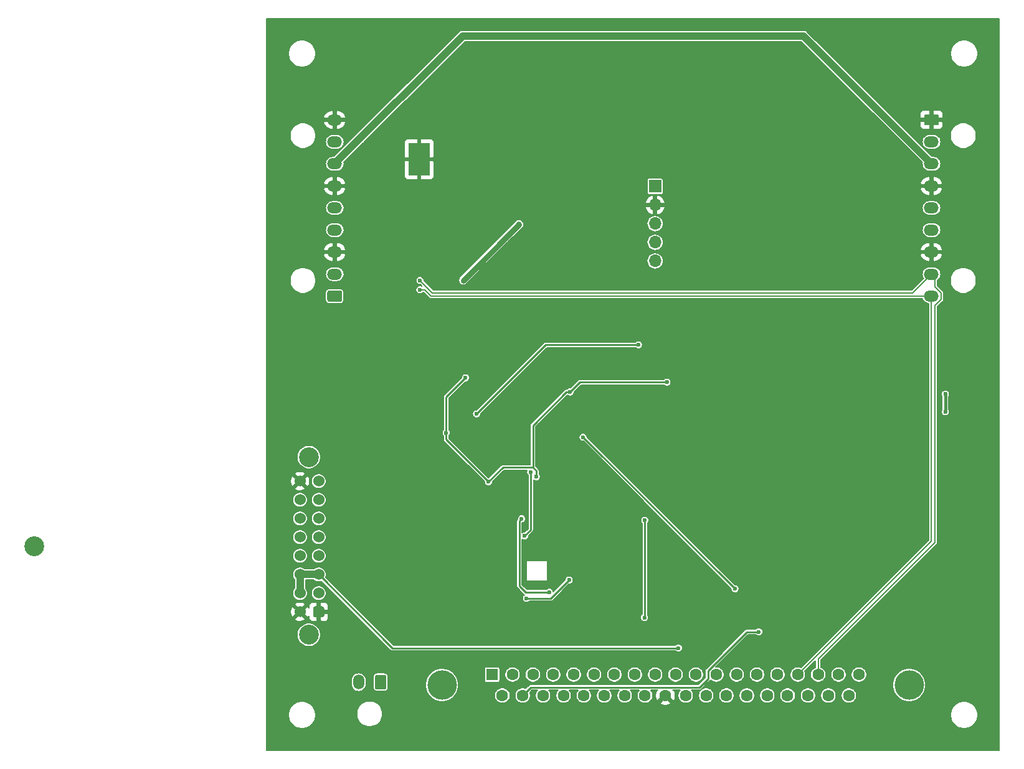
<source format=gbr>
G04 #@! TF.GenerationSoftware,KiCad,Pcbnew,(5.1.4)-1*
G04 #@! TF.CreationDate,2021-11-30T13:29:06-05:00*
G04 #@! TF.ProjectId,MC_Telem,4d435f54-656c-4656-9d2e-6b696361645f,rev?*
G04 #@! TF.SameCoordinates,Original*
G04 #@! TF.FileFunction,Copper,L2,Bot*
G04 #@! TF.FilePolarity,Positive*
%FSLAX46Y46*%
G04 Gerber Fmt 4.6, Leading zero omitted, Abs format (unit mm)*
G04 Created by KiCad (PCBNEW (5.1.4)-1) date 2021-11-30 13:29:06*
%MOMM*%
%LPD*%
G04 APERTURE LIST*
%ADD10O,1.500000X2.020000*%
%ADD11C,0.100000*%
%ADD12C,1.500000*%
%ADD13C,0.600000*%
%ADD14R,2.950000X4.500000*%
%ADD15O,2.020000X1.500000*%
%ADD16C,4.000000*%
%ADD17C,1.600000*%
%ADD18R,1.600000X1.600000*%
%ADD19C,2.700000*%
%ADD20C,1.524000*%
%ADD21O,1.700000X1.700000*%
%ADD22R,1.700000X1.700000*%
%ADD23C,0.800000*%
%ADD24C,0.250000*%
%ADD25C,1.000000*%
%ADD26C,0.750000*%
%ADD27C,0.400000*%
%ADD28C,0.200000*%
%ADD29C,0.127000*%
G04 APERTURE END LIST*
D10*
X87700000Y-150525000D03*
D11*
G36*
X91224504Y-149516204D02*
G01*
X91248773Y-149519804D01*
X91272571Y-149525765D01*
X91295671Y-149534030D01*
X91317849Y-149544520D01*
X91338893Y-149557133D01*
X91358598Y-149571747D01*
X91376777Y-149588223D01*
X91393253Y-149606402D01*
X91407867Y-149626107D01*
X91420480Y-149647151D01*
X91430970Y-149669329D01*
X91439235Y-149692429D01*
X91445196Y-149716227D01*
X91448796Y-149740496D01*
X91450000Y-149765000D01*
X91450000Y-151285000D01*
X91448796Y-151309504D01*
X91445196Y-151333773D01*
X91439235Y-151357571D01*
X91430970Y-151380671D01*
X91420480Y-151402849D01*
X91407867Y-151423893D01*
X91393253Y-151443598D01*
X91376777Y-151461777D01*
X91358598Y-151478253D01*
X91338893Y-151492867D01*
X91317849Y-151505480D01*
X91295671Y-151515970D01*
X91272571Y-151524235D01*
X91248773Y-151530196D01*
X91224504Y-151533796D01*
X91200000Y-151535000D01*
X90200000Y-151535000D01*
X90175496Y-151533796D01*
X90151227Y-151530196D01*
X90127429Y-151524235D01*
X90104329Y-151515970D01*
X90082151Y-151505480D01*
X90061107Y-151492867D01*
X90041402Y-151478253D01*
X90023223Y-151461777D01*
X90006747Y-151443598D01*
X89992133Y-151423893D01*
X89979520Y-151402849D01*
X89969030Y-151380671D01*
X89960765Y-151357571D01*
X89954804Y-151333773D01*
X89951204Y-151309504D01*
X89950000Y-151285000D01*
X89950000Y-149765000D01*
X89951204Y-149740496D01*
X89954804Y-149716227D01*
X89960765Y-149692429D01*
X89969030Y-149669329D01*
X89979520Y-149647151D01*
X89992133Y-149626107D01*
X90006747Y-149606402D01*
X90023223Y-149588223D01*
X90041402Y-149571747D01*
X90061107Y-149557133D01*
X90082151Y-149544520D01*
X90104329Y-149534030D01*
X90127429Y-149525765D01*
X90151227Y-149519804D01*
X90175496Y-149516204D01*
X90200000Y-149515000D01*
X91200000Y-149515000D01*
X91224504Y-149516204D01*
X91224504Y-149516204D01*
G37*
D12*
X90700000Y-150525000D03*
D13*
X95332200Y-77565000D03*
X95332200Y-78665000D03*
X96532200Y-78665000D03*
X96532200Y-77565000D03*
X95332200Y-81165000D03*
X95332200Y-79965000D03*
X96532200Y-79965000D03*
X96532200Y-81165000D03*
D14*
X95932200Y-79365000D03*
D15*
X165570000Y-98000000D03*
X165570000Y-95000000D03*
X165570000Y-92000000D03*
X165570000Y-89000000D03*
X165570000Y-86000000D03*
X165570000Y-83000000D03*
X165570000Y-80000000D03*
X165570000Y-77000000D03*
D11*
G36*
X166354504Y-73251204D02*
G01*
X166378773Y-73254804D01*
X166402571Y-73260765D01*
X166425671Y-73269030D01*
X166447849Y-73279520D01*
X166468893Y-73292133D01*
X166488598Y-73306747D01*
X166506777Y-73323223D01*
X166523253Y-73341402D01*
X166537867Y-73361107D01*
X166550480Y-73382151D01*
X166560970Y-73404329D01*
X166569235Y-73427429D01*
X166575196Y-73451227D01*
X166578796Y-73475496D01*
X166580000Y-73500000D01*
X166580000Y-74500000D01*
X166578796Y-74524504D01*
X166575196Y-74548773D01*
X166569235Y-74572571D01*
X166560970Y-74595671D01*
X166550480Y-74617849D01*
X166537867Y-74638893D01*
X166523253Y-74658598D01*
X166506777Y-74676777D01*
X166488598Y-74693253D01*
X166468893Y-74707867D01*
X166447849Y-74720480D01*
X166425671Y-74730970D01*
X166402571Y-74739235D01*
X166378773Y-74745196D01*
X166354504Y-74748796D01*
X166330000Y-74750000D01*
X164810000Y-74750000D01*
X164785496Y-74748796D01*
X164761227Y-74745196D01*
X164737429Y-74739235D01*
X164714329Y-74730970D01*
X164692151Y-74720480D01*
X164671107Y-74707867D01*
X164651402Y-74693253D01*
X164633223Y-74676777D01*
X164616747Y-74658598D01*
X164602133Y-74638893D01*
X164589520Y-74617849D01*
X164579030Y-74595671D01*
X164570765Y-74572571D01*
X164564804Y-74548773D01*
X164561204Y-74524504D01*
X164560000Y-74500000D01*
X164560000Y-73500000D01*
X164561204Y-73475496D01*
X164564804Y-73451227D01*
X164570765Y-73427429D01*
X164579030Y-73404329D01*
X164589520Y-73382151D01*
X164602133Y-73361107D01*
X164616747Y-73341402D01*
X164633223Y-73323223D01*
X164651402Y-73306747D01*
X164671107Y-73292133D01*
X164692151Y-73279520D01*
X164714329Y-73269030D01*
X164737429Y-73260765D01*
X164761227Y-73254804D01*
X164785496Y-73251204D01*
X164810000Y-73250000D01*
X166330000Y-73250000D01*
X166354504Y-73251204D01*
X166354504Y-73251204D01*
G37*
D12*
X165570000Y-74000000D03*
D16*
X162530000Y-150920000D03*
X99030000Y-150920000D03*
D17*
X154325000Y-152340000D03*
X151555000Y-152340000D03*
X148785000Y-152340000D03*
X146015000Y-152340000D03*
X143245000Y-152340000D03*
X140475000Y-152340000D03*
X137705000Y-152340000D03*
X134935000Y-152340000D03*
X132165000Y-152340000D03*
X129395000Y-152340000D03*
X126625000Y-152340000D03*
X123855000Y-152340000D03*
X121085000Y-152340000D03*
X118315000Y-152340000D03*
X115545000Y-152340000D03*
X112775000Y-152340000D03*
X110005000Y-152340000D03*
X107235000Y-152340000D03*
X155710000Y-149500000D03*
X152940000Y-149500000D03*
X150170000Y-149500000D03*
X147400000Y-149500000D03*
X144630000Y-149500000D03*
X141860000Y-149500000D03*
X139090000Y-149500000D03*
X136320000Y-149500000D03*
X133550000Y-149500000D03*
X130780000Y-149500000D03*
X128010000Y-149500000D03*
X125240000Y-149500000D03*
X122470000Y-149500000D03*
X119700000Y-149500000D03*
X116930000Y-149500000D03*
X114160000Y-149500000D03*
X111390000Y-149500000D03*
X108620000Y-149500000D03*
D18*
X105850000Y-149500000D03*
D19*
X43620000Y-131989800D03*
X80920000Y-119889800D03*
X80920000Y-144089800D03*
D20*
X79740000Y-123169800D03*
X82280000Y-123169800D03*
X79740000Y-125709800D03*
X82280000Y-125709800D03*
X79740000Y-128249800D03*
X82280000Y-128249800D03*
X79740000Y-130789800D03*
X82280000Y-130789800D03*
X79740000Y-133329800D03*
X82280000Y-133329800D03*
X79740000Y-135869800D03*
X82280000Y-135869800D03*
X79740000Y-138409800D03*
X82280000Y-138409800D03*
X79740000Y-140949800D03*
D11*
G36*
X82698345Y-140189635D02*
G01*
X82735329Y-140195121D01*
X82771598Y-140204206D01*
X82806802Y-140216802D01*
X82840602Y-140232788D01*
X82872672Y-140252010D01*
X82902704Y-140274283D01*
X82930408Y-140299392D01*
X82955517Y-140327096D01*
X82977790Y-140357128D01*
X82997012Y-140389198D01*
X83012998Y-140422998D01*
X83025594Y-140458202D01*
X83034679Y-140494471D01*
X83040165Y-140531455D01*
X83042000Y-140568800D01*
X83042000Y-141330800D01*
X83040165Y-141368145D01*
X83034679Y-141405129D01*
X83025594Y-141441398D01*
X83012998Y-141476602D01*
X82997012Y-141510402D01*
X82977790Y-141542472D01*
X82955517Y-141572504D01*
X82930408Y-141600208D01*
X82902704Y-141625317D01*
X82872672Y-141647590D01*
X82840602Y-141666812D01*
X82806802Y-141682798D01*
X82771598Y-141695394D01*
X82735329Y-141704479D01*
X82698345Y-141709965D01*
X82661000Y-141711800D01*
X81899000Y-141711800D01*
X81861655Y-141709965D01*
X81824671Y-141704479D01*
X81788402Y-141695394D01*
X81753198Y-141682798D01*
X81719398Y-141666812D01*
X81687328Y-141647590D01*
X81657296Y-141625317D01*
X81629592Y-141600208D01*
X81604483Y-141572504D01*
X81582210Y-141542472D01*
X81562988Y-141510402D01*
X81547002Y-141476602D01*
X81534406Y-141441398D01*
X81525321Y-141405129D01*
X81519835Y-141368145D01*
X81518000Y-141330800D01*
X81518000Y-140568800D01*
X81519835Y-140531455D01*
X81525321Y-140494471D01*
X81534406Y-140458202D01*
X81547002Y-140422998D01*
X81562988Y-140389198D01*
X81582210Y-140357128D01*
X81604483Y-140327096D01*
X81629592Y-140299392D01*
X81657296Y-140274283D01*
X81687328Y-140252010D01*
X81719398Y-140232788D01*
X81753198Y-140216802D01*
X81788402Y-140204206D01*
X81824671Y-140195121D01*
X81861655Y-140189635D01*
X81899000Y-140187800D01*
X82661000Y-140187800D01*
X82698345Y-140189635D01*
X82698345Y-140189635D01*
G37*
D20*
X82280000Y-140949800D03*
D21*
X128000000Y-93210000D03*
X128000000Y-90670000D03*
X128000000Y-88130000D03*
X128000000Y-85590000D03*
D22*
X128000000Y-83050000D03*
D15*
X84457000Y-74000000D03*
X84457000Y-77000000D03*
X84457000Y-80000000D03*
X84457000Y-83000000D03*
X84457000Y-86000000D03*
X84457000Y-89000000D03*
X84457000Y-92000000D03*
X84457000Y-95000000D03*
D11*
G36*
X85241504Y-97251204D02*
G01*
X85265773Y-97254804D01*
X85289571Y-97260765D01*
X85312671Y-97269030D01*
X85334849Y-97279520D01*
X85355893Y-97292133D01*
X85375598Y-97306747D01*
X85393777Y-97323223D01*
X85410253Y-97341402D01*
X85424867Y-97361107D01*
X85437480Y-97382151D01*
X85447970Y-97404329D01*
X85456235Y-97427429D01*
X85462196Y-97451227D01*
X85465796Y-97475496D01*
X85467000Y-97500000D01*
X85467000Y-98500000D01*
X85465796Y-98524504D01*
X85462196Y-98548773D01*
X85456235Y-98572571D01*
X85447970Y-98595671D01*
X85437480Y-98617849D01*
X85424867Y-98638893D01*
X85410253Y-98658598D01*
X85393777Y-98676777D01*
X85375598Y-98693253D01*
X85355893Y-98707867D01*
X85334849Y-98720480D01*
X85312671Y-98730970D01*
X85289571Y-98739235D01*
X85265773Y-98745196D01*
X85241504Y-98748796D01*
X85217000Y-98750000D01*
X83697000Y-98750000D01*
X83672496Y-98748796D01*
X83648227Y-98745196D01*
X83624429Y-98739235D01*
X83601329Y-98730970D01*
X83579151Y-98720480D01*
X83558107Y-98707867D01*
X83538402Y-98693253D01*
X83520223Y-98676777D01*
X83503747Y-98658598D01*
X83489133Y-98638893D01*
X83476520Y-98617849D01*
X83466030Y-98595671D01*
X83457765Y-98572571D01*
X83451804Y-98548773D01*
X83448204Y-98524504D01*
X83447000Y-98500000D01*
X83447000Y-97500000D01*
X83448204Y-97475496D01*
X83451804Y-97451227D01*
X83457765Y-97427429D01*
X83466030Y-97404329D01*
X83476520Y-97382151D01*
X83489133Y-97361107D01*
X83503747Y-97341402D01*
X83520223Y-97323223D01*
X83538402Y-97306747D01*
X83558107Y-97292133D01*
X83579151Y-97279520D01*
X83601329Y-97269030D01*
X83624429Y-97260765D01*
X83648227Y-97254804D01*
X83672496Y-97251204D01*
X83697000Y-97250000D01*
X85217000Y-97250000D01*
X85241504Y-97251204D01*
X85241504Y-97251204D01*
G37*
D12*
X84457000Y-98000000D03*
D13*
X113715800Y-131699000D03*
X136677400Y-141884400D03*
X139852400Y-141884400D03*
X143179800Y-141859000D03*
X102300000Y-74850000D03*
X106250000Y-78500000D03*
X102300000Y-76250000D03*
X102300000Y-77650000D03*
X105550000Y-78500000D03*
X102300000Y-74150000D03*
X102300000Y-76950000D03*
X102300000Y-75550000D03*
X104850000Y-78500000D03*
X102750000Y-78500000D03*
X103450000Y-78500000D03*
X104150000Y-78500000D03*
D23*
X129600000Y-103100000D03*
X131850000Y-104600000D03*
D13*
X103950000Y-116500000D03*
X104850000Y-119050000D03*
X104850000Y-110500000D03*
X100350000Y-109100000D03*
X101250000Y-108100000D03*
X79500000Y-109400000D03*
X78450000Y-108300000D03*
X79500000Y-107200000D03*
X79750000Y-112100000D03*
X79750000Y-114450000D03*
X78650000Y-113300000D03*
X108300000Y-134100000D03*
X115050000Y-134100000D03*
X113950000Y-133250000D03*
X169250000Y-111100000D03*
X117900000Y-73100000D03*
X117900000Y-76450000D03*
X120600000Y-75650000D03*
X119550000Y-76850000D03*
X121700000Y-76850000D03*
X119600000Y-63850000D03*
X121450000Y-64250000D03*
X120350000Y-65250000D03*
X122550000Y-65250000D03*
X118600000Y-64900000D03*
X111150000Y-65350000D03*
X112500000Y-66250000D03*
X91700000Y-74400000D03*
X90550000Y-75550000D03*
X91700000Y-76650000D03*
D23*
X112175000Y-111525000D03*
D13*
X105359200Y-123266200D03*
X111859200Y-122580400D03*
X99598200Y-116585980D03*
X116459000Y-111023400D03*
X116306600Y-136624200D03*
X110517762Y-139115800D03*
X129610400Y-109702600D03*
X102235000Y-109100000D03*
X101910000Y-95860000D03*
X131175000Y-145875000D03*
D23*
X109500000Y-88250000D03*
D13*
X125730000Y-104622600D03*
X103733600Y-114020600D03*
X167450000Y-111325000D03*
X167450000Y-113725000D03*
X96040000Y-95860000D03*
X96030000Y-97130000D03*
X142100000Y-143675000D03*
X110261400Y-130632200D03*
X111099600Y-121920000D03*
X138861800Y-137820402D03*
X118200006Y-117200000D03*
X109855000Y-128295400D03*
X113614200Y-138277600D03*
X126600000Y-128500000D03*
X126550000Y-141725400D03*
D24*
X107330401Y-121294999D02*
X105359200Y-123266200D01*
X111399601Y-121294999D02*
X107330401Y-121294999D01*
X111859200Y-121754598D02*
X111399601Y-121294999D01*
X111859200Y-122580400D02*
X111859200Y-121754598D01*
X105359200Y-123266200D02*
X99598200Y-117505200D01*
X99598200Y-117505200D02*
X99598200Y-116585980D01*
X115951181Y-111023400D02*
X116459000Y-111023400D01*
X111399601Y-115574980D02*
X115951181Y-111023400D01*
X111399601Y-121294999D02*
X111399601Y-115574980D01*
X117779800Y-109702600D02*
X116459000Y-111023400D01*
X113815000Y-139115800D02*
X110517762Y-139115800D01*
X116306600Y-136624200D02*
X113815000Y-139115800D01*
X129610400Y-109702600D02*
X117779800Y-109702600D01*
X99598200Y-112725000D02*
X99598200Y-116585980D01*
X102235000Y-109100000D02*
X99598200Y-111736800D01*
X99598200Y-111736800D02*
X99598200Y-112725000D01*
D25*
X165570000Y-79995000D02*
X165570000Y-80000000D01*
X148150000Y-62575000D02*
X165570000Y-79995000D01*
X101850000Y-62575000D02*
X148150000Y-62575000D01*
X84457000Y-80000000D02*
X84457000Y-79968000D01*
X84457000Y-79968000D02*
X101850000Y-62575000D01*
X79740000Y-135869800D02*
X82280000Y-135869800D01*
X79740000Y-138409800D02*
X79740000Y-135869800D01*
D24*
X101910000Y-95860000D02*
X101910000Y-95840000D01*
X92285200Y-145875000D02*
X82280000Y-135869800D01*
X131175000Y-145875000D02*
X92285200Y-145875000D01*
D26*
X101910000Y-95840000D02*
X109500000Y-88250000D01*
D24*
X125730000Y-104622600D02*
X113131600Y-104622600D01*
X113131600Y-104622600D02*
X103733600Y-114020600D01*
D27*
X167450000Y-111325000D02*
X167450000Y-113725000D01*
D28*
X97730000Y-97550000D02*
X96040000Y-95860000D01*
X165570000Y-95000000D02*
X163020000Y-97550000D01*
X163020000Y-97550000D02*
X97730000Y-97550000D01*
X166880010Y-97565072D02*
X166020000Y-96705062D01*
X166020000Y-99294938D02*
X166880010Y-98434928D01*
X166880010Y-98434928D02*
X166880010Y-97565072D01*
X150170000Y-147366397D02*
X166020000Y-131516397D01*
X166020000Y-95450000D02*
X165570000Y-95000000D01*
X166020000Y-96705062D02*
X166020000Y-95450000D01*
X150170000Y-149500000D02*
X150170000Y-147366397D01*
X166020000Y-131516397D02*
X166020000Y-99294938D01*
X96673603Y-97130000D02*
X96030000Y-97130000D01*
X165570000Y-98000000D02*
X97543603Y-98000000D01*
X97543603Y-98000000D02*
X96673603Y-97130000D01*
X165570000Y-131330000D02*
X165570000Y-98450000D01*
X147400000Y-149500000D02*
X165570000Y-131330000D01*
X165570000Y-98450000D02*
X165570000Y-98000000D01*
D24*
X111130001Y-151214999D02*
X134020001Y-151214999D01*
X110005000Y-152340000D02*
X111130001Y-151214999D01*
X134020001Y-151214999D02*
X135194999Y-150040001D01*
X135194999Y-150040001D02*
X135194999Y-148959999D01*
X135194999Y-148959999D02*
X140479998Y-143675000D01*
X140479998Y-143675000D02*
X142100000Y-143675000D01*
X111099600Y-129794000D02*
X111099600Y-121920000D01*
X110261400Y-130632200D02*
X111099600Y-129794000D01*
X138861800Y-137820402D02*
X118241398Y-117200000D01*
X118241398Y-117200000D02*
X118200006Y-117200000D01*
X110388400Y-138277600D02*
X113614200Y-138277600D01*
X109555001Y-137444201D02*
X110388400Y-138277600D01*
X109555001Y-128595399D02*
X109555001Y-137444201D01*
X109855000Y-128295400D02*
X109555001Y-128595399D01*
X126600000Y-128500000D02*
X126600000Y-141675400D01*
X126600000Y-141675400D02*
X126550000Y-141725400D01*
D29*
G36*
X174784501Y-159784500D02*
G01*
X75215500Y-159784500D01*
X75215500Y-154816461D01*
X78136500Y-154816461D01*
X78136500Y-155183539D01*
X78208113Y-155543563D01*
X78348587Y-155882698D01*
X78552525Y-156187912D01*
X78812088Y-156447475D01*
X79117302Y-156651413D01*
X79456437Y-156791887D01*
X79816461Y-156863500D01*
X80183539Y-156863500D01*
X80543563Y-156791887D01*
X80882698Y-156651413D01*
X81187912Y-156447475D01*
X81447475Y-156187912D01*
X81651413Y-155882698D01*
X81791887Y-155543563D01*
X81863500Y-155183539D01*
X81863500Y-154816461D01*
X81834628Y-154671310D01*
X87436500Y-154671310D01*
X87436500Y-155018690D01*
X87504270Y-155359394D01*
X87637206Y-155680331D01*
X87830200Y-155969166D01*
X88075834Y-156214800D01*
X88364669Y-156407794D01*
X88685606Y-156540730D01*
X89026310Y-156608500D01*
X89373690Y-156608500D01*
X89714394Y-156540730D01*
X90035331Y-156407794D01*
X90324166Y-156214800D01*
X90569800Y-155969166D01*
X90762794Y-155680331D01*
X90895730Y-155359394D01*
X90963500Y-155018690D01*
X90963500Y-154816461D01*
X168136500Y-154816461D01*
X168136500Y-155183539D01*
X168208113Y-155543563D01*
X168348587Y-155882698D01*
X168552525Y-156187912D01*
X168812088Y-156447475D01*
X169117302Y-156651413D01*
X169456437Y-156791887D01*
X169816461Y-156863500D01*
X170183539Y-156863500D01*
X170543563Y-156791887D01*
X170882698Y-156651413D01*
X171187912Y-156447475D01*
X171447475Y-156187912D01*
X171651413Y-155882698D01*
X171791887Y-155543563D01*
X171863500Y-155183539D01*
X171863500Y-154816461D01*
X171791887Y-154456437D01*
X171651413Y-154117302D01*
X171447475Y-153812088D01*
X171187912Y-153552525D01*
X170882698Y-153348587D01*
X170543563Y-153208113D01*
X170183539Y-153136500D01*
X169816461Y-153136500D01*
X169456437Y-153208113D01*
X169117302Y-153348587D01*
X168812088Y-153552525D01*
X168552525Y-153812088D01*
X168348587Y-154117302D01*
X168208113Y-154456437D01*
X168136500Y-154816461D01*
X90963500Y-154816461D01*
X90963500Y-154671310D01*
X90895730Y-154330606D01*
X90762794Y-154009669D01*
X90569800Y-153720834D01*
X90324166Y-153475200D01*
X90035331Y-153282206D01*
X89714394Y-153149270D01*
X89373690Y-153081500D01*
X89026310Y-153081500D01*
X88685606Y-153149270D01*
X88364669Y-153282206D01*
X88075834Y-153475200D01*
X87830200Y-153720834D01*
X87637206Y-154009669D01*
X87504270Y-154330606D01*
X87436500Y-154671310D01*
X81834628Y-154671310D01*
X81791887Y-154456437D01*
X81651413Y-154117302D01*
X81447475Y-153812088D01*
X81187912Y-153552525D01*
X80882698Y-153348587D01*
X80543563Y-153208113D01*
X80183539Y-153136500D01*
X79816461Y-153136500D01*
X79456437Y-153208113D01*
X79117302Y-153348587D01*
X78812088Y-153552525D01*
X78552525Y-153812088D01*
X78348587Y-154117302D01*
X78208113Y-154456437D01*
X78136500Y-154816461D01*
X75215500Y-154816461D01*
X75215500Y-150215218D01*
X86686500Y-150215218D01*
X86686500Y-150834781D01*
X86701165Y-150983680D01*
X86759118Y-151174725D01*
X86853229Y-151350794D01*
X86979880Y-151505120D01*
X87134206Y-151631771D01*
X87310274Y-151725882D01*
X87501319Y-151783835D01*
X87700000Y-151803403D01*
X87898680Y-151783835D01*
X88089725Y-151725882D01*
X88265794Y-151631771D01*
X88420120Y-151505120D01*
X88546771Y-151350794D01*
X88640882Y-151174726D01*
X88698835Y-150983681D01*
X88713500Y-150834782D01*
X88713500Y-150215219D01*
X88698835Y-150066320D01*
X88640882Y-149875274D01*
X88581939Y-149765000D01*
X89685226Y-149765000D01*
X89685226Y-151285000D01*
X89695117Y-151385427D01*
X89724411Y-151481995D01*
X89771981Y-151570993D01*
X89836000Y-151649000D01*
X89914007Y-151713019D01*
X90003005Y-151760589D01*
X90099573Y-151789883D01*
X90200000Y-151799774D01*
X91200000Y-151799774D01*
X91300427Y-151789883D01*
X91396995Y-151760589D01*
X91485993Y-151713019D01*
X91564000Y-151649000D01*
X91628019Y-151570993D01*
X91675589Y-151481995D01*
X91704883Y-151385427D01*
X91714774Y-151285000D01*
X91714774Y-150697065D01*
X96766500Y-150697065D01*
X96766500Y-151142935D01*
X96853485Y-151580239D01*
X97024112Y-151992169D01*
X97271825Y-152362897D01*
X97587103Y-152678175D01*
X97957831Y-152925888D01*
X98369761Y-153096515D01*
X98807065Y-153183500D01*
X99252935Y-153183500D01*
X99690239Y-153096515D01*
X100102169Y-152925888D01*
X100472897Y-152678175D01*
X100788175Y-152362897D01*
X100873463Y-152235254D01*
X106171500Y-152235254D01*
X106171500Y-152444746D01*
X106212370Y-152650212D01*
X106292538Y-152843756D01*
X106408925Y-153017942D01*
X106557058Y-153166075D01*
X106731244Y-153282462D01*
X106924788Y-153362630D01*
X107130254Y-153403500D01*
X107339746Y-153403500D01*
X107545212Y-153362630D01*
X107738756Y-153282462D01*
X107912942Y-153166075D01*
X108061075Y-153017942D01*
X108177462Y-152843756D01*
X108257630Y-152650212D01*
X108298500Y-152444746D01*
X108298500Y-152235254D01*
X108941500Y-152235254D01*
X108941500Y-152444746D01*
X108982370Y-152650212D01*
X109062538Y-152843756D01*
X109178925Y-153017942D01*
X109327058Y-153166075D01*
X109501244Y-153282462D01*
X109694788Y-153362630D01*
X109900254Y-153403500D01*
X110109746Y-153403500D01*
X110315212Y-153362630D01*
X110508756Y-153282462D01*
X110682942Y-153166075D01*
X110831075Y-153017942D01*
X110947462Y-152843756D01*
X111027630Y-152650212D01*
X111068500Y-152444746D01*
X111068500Y-152235254D01*
X111027630Y-152029788D01*
X110979890Y-151914532D01*
X111290923Y-151603499D01*
X112007484Y-151603499D01*
X111948925Y-151662058D01*
X111832538Y-151836244D01*
X111752370Y-152029788D01*
X111711500Y-152235254D01*
X111711500Y-152444746D01*
X111752370Y-152650212D01*
X111832538Y-152843756D01*
X111948925Y-153017942D01*
X112097058Y-153166075D01*
X112271244Y-153282462D01*
X112464788Y-153362630D01*
X112670254Y-153403500D01*
X112879746Y-153403500D01*
X113085212Y-153362630D01*
X113278756Y-153282462D01*
X113452942Y-153166075D01*
X113601075Y-153017942D01*
X113717462Y-152843756D01*
X113797630Y-152650212D01*
X113838500Y-152444746D01*
X113838500Y-152235254D01*
X113797630Y-152029788D01*
X113717462Y-151836244D01*
X113601075Y-151662058D01*
X113542516Y-151603499D01*
X114777484Y-151603499D01*
X114718925Y-151662058D01*
X114602538Y-151836244D01*
X114522370Y-152029788D01*
X114481500Y-152235254D01*
X114481500Y-152444746D01*
X114522370Y-152650212D01*
X114602538Y-152843756D01*
X114718925Y-153017942D01*
X114867058Y-153166075D01*
X115041244Y-153282462D01*
X115234788Y-153362630D01*
X115440254Y-153403500D01*
X115649746Y-153403500D01*
X115855212Y-153362630D01*
X116048756Y-153282462D01*
X116222942Y-153166075D01*
X116371075Y-153017942D01*
X116487462Y-152843756D01*
X116567630Y-152650212D01*
X116608500Y-152444746D01*
X116608500Y-152235254D01*
X116567630Y-152029788D01*
X116487462Y-151836244D01*
X116371075Y-151662058D01*
X116312516Y-151603499D01*
X117547484Y-151603499D01*
X117488925Y-151662058D01*
X117372538Y-151836244D01*
X117292370Y-152029788D01*
X117251500Y-152235254D01*
X117251500Y-152444746D01*
X117292370Y-152650212D01*
X117372538Y-152843756D01*
X117488925Y-153017942D01*
X117637058Y-153166075D01*
X117811244Y-153282462D01*
X118004788Y-153362630D01*
X118210254Y-153403500D01*
X118419746Y-153403500D01*
X118625212Y-153362630D01*
X118818756Y-153282462D01*
X118992942Y-153166075D01*
X119141075Y-153017942D01*
X119257462Y-152843756D01*
X119337630Y-152650212D01*
X119378500Y-152444746D01*
X119378500Y-152235254D01*
X119337630Y-152029788D01*
X119257462Y-151836244D01*
X119141075Y-151662058D01*
X119082516Y-151603499D01*
X120317484Y-151603499D01*
X120258925Y-151662058D01*
X120142538Y-151836244D01*
X120062370Y-152029788D01*
X120021500Y-152235254D01*
X120021500Y-152444746D01*
X120062370Y-152650212D01*
X120142538Y-152843756D01*
X120258925Y-153017942D01*
X120407058Y-153166075D01*
X120581244Y-153282462D01*
X120774788Y-153362630D01*
X120980254Y-153403500D01*
X121189746Y-153403500D01*
X121395212Y-153362630D01*
X121588756Y-153282462D01*
X121762942Y-153166075D01*
X121911075Y-153017942D01*
X122027462Y-152843756D01*
X122107630Y-152650212D01*
X122148500Y-152444746D01*
X122148500Y-152235254D01*
X122107630Y-152029788D01*
X122027462Y-151836244D01*
X121911075Y-151662058D01*
X121852516Y-151603499D01*
X123087484Y-151603499D01*
X123028925Y-151662058D01*
X122912538Y-151836244D01*
X122832370Y-152029788D01*
X122791500Y-152235254D01*
X122791500Y-152444746D01*
X122832370Y-152650212D01*
X122912538Y-152843756D01*
X123028925Y-153017942D01*
X123177058Y-153166075D01*
X123351244Y-153282462D01*
X123544788Y-153362630D01*
X123750254Y-153403500D01*
X123959746Y-153403500D01*
X124165212Y-153362630D01*
X124358756Y-153282462D01*
X124532942Y-153166075D01*
X124681075Y-153017942D01*
X124797462Y-152843756D01*
X124877630Y-152650212D01*
X124918500Y-152444746D01*
X124918500Y-152235254D01*
X124877630Y-152029788D01*
X124797462Y-151836244D01*
X124681075Y-151662058D01*
X124622516Y-151603499D01*
X125857484Y-151603499D01*
X125798925Y-151662058D01*
X125682538Y-151836244D01*
X125602370Y-152029788D01*
X125561500Y-152235254D01*
X125561500Y-152444746D01*
X125602370Y-152650212D01*
X125682538Y-152843756D01*
X125798925Y-153017942D01*
X125947058Y-153166075D01*
X126121244Y-153282462D01*
X126314788Y-153362630D01*
X126520254Y-153403500D01*
X126729746Y-153403500D01*
X126935212Y-153362630D01*
X126995360Y-153337716D01*
X128666692Y-153337716D01*
X128746846Y-153556205D01*
X128996570Y-153659285D01*
X129261606Y-153711666D01*
X129531767Y-153711333D01*
X129796673Y-153658302D01*
X130043154Y-153556205D01*
X130123308Y-153337716D01*
X129395000Y-152609408D01*
X128666692Y-153337716D01*
X126995360Y-153337716D01*
X127128756Y-153282462D01*
X127302942Y-153166075D01*
X127451075Y-153017942D01*
X127567462Y-152843756D01*
X127647630Y-152650212D01*
X127688500Y-152444746D01*
X127688500Y-152235254D01*
X127647630Y-152029788D01*
X127567462Y-151836244D01*
X127451075Y-151662058D01*
X127392516Y-151603499D01*
X128389089Y-151603499D01*
X128397283Y-151611693D01*
X128178795Y-151691846D01*
X128075715Y-151941570D01*
X128023334Y-152206606D01*
X128023667Y-152476767D01*
X128076698Y-152741673D01*
X128178795Y-152988154D01*
X128397284Y-153068308D01*
X129125592Y-152340000D01*
X129111450Y-152325858D01*
X129380858Y-152056450D01*
X129395000Y-152070592D01*
X129409142Y-152056450D01*
X129678550Y-152325858D01*
X129664408Y-152340000D01*
X130392716Y-153068308D01*
X130611205Y-152988154D01*
X130714285Y-152738430D01*
X130766666Y-152473394D01*
X130766333Y-152203233D01*
X130713302Y-151938327D01*
X130611205Y-151691846D01*
X130392717Y-151611693D01*
X130400911Y-151603499D01*
X131397484Y-151603499D01*
X131338925Y-151662058D01*
X131222538Y-151836244D01*
X131142370Y-152029788D01*
X131101500Y-152235254D01*
X131101500Y-152444746D01*
X131142370Y-152650212D01*
X131222538Y-152843756D01*
X131338925Y-153017942D01*
X131487058Y-153166075D01*
X131661244Y-153282462D01*
X131854788Y-153362630D01*
X132060254Y-153403500D01*
X132269746Y-153403500D01*
X132475212Y-153362630D01*
X132668756Y-153282462D01*
X132842942Y-153166075D01*
X132991075Y-153017942D01*
X133107462Y-152843756D01*
X133187630Y-152650212D01*
X133228500Y-152444746D01*
X133228500Y-152235254D01*
X133187630Y-152029788D01*
X133107462Y-151836244D01*
X132991075Y-151662058D01*
X132932516Y-151603499D01*
X134000926Y-151603499D01*
X134020001Y-151605378D01*
X134039076Y-151603499D01*
X134039079Y-151603499D01*
X134096160Y-151597877D01*
X134169393Y-151575662D01*
X134225094Y-151545889D01*
X134108925Y-151662058D01*
X133992538Y-151836244D01*
X133912370Y-152029788D01*
X133871500Y-152235254D01*
X133871500Y-152444746D01*
X133912370Y-152650212D01*
X133992538Y-152843756D01*
X134108925Y-153017942D01*
X134257058Y-153166075D01*
X134431244Y-153282462D01*
X134624788Y-153362630D01*
X134830254Y-153403500D01*
X135039746Y-153403500D01*
X135245212Y-153362630D01*
X135438756Y-153282462D01*
X135612942Y-153166075D01*
X135761075Y-153017942D01*
X135877462Y-152843756D01*
X135957630Y-152650212D01*
X135998500Y-152444746D01*
X135998500Y-152235254D01*
X136641500Y-152235254D01*
X136641500Y-152444746D01*
X136682370Y-152650212D01*
X136762538Y-152843756D01*
X136878925Y-153017942D01*
X137027058Y-153166075D01*
X137201244Y-153282462D01*
X137394788Y-153362630D01*
X137600254Y-153403500D01*
X137809746Y-153403500D01*
X138015212Y-153362630D01*
X138208756Y-153282462D01*
X138382942Y-153166075D01*
X138531075Y-153017942D01*
X138647462Y-152843756D01*
X138727630Y-152650212D01*
X138768500Y-152444746D01*
X138768500Y-152235254D01*
X139411500Y-152235254D01*
X139411500Y-152444746D01*
X139452370Y-152650212D01*
X139532538Y-152843756D01*
X139648925Y-153017942D01*
X139797058Y-153166075D01*
X139971244Y-153282462D01*
X140164788Y-153362630D01*
X140370254Y-153403500D01*
X140579746Y-153403500D01*
X140785212Y-153362630D01*
X140978756Y-153282462D01*
X141152942Y-153166075D01*
X141301075Y-153017942D01*
X141417462Y-152843756D01*
X141497630Y-152650212D01*
X141538500Y-152444746D01*
X141538500Y-152235254D01*
X142181500Y-152235254D01*
X142181500Y-152444746D01*
X142222370Y-152650212D01*
X142302538Y-152843756D01*
X142418925Y-153017942D01*
X142567058Y-153166075D01*
X142741244Y-153282462D01*
X142934788Y-153362630D01*
X143140254Y-153403500D01*
X143349746Y-153403500D01*
X143555212Y-153362630D01*
X143748756Y-153282462D01*
X143922942Y-153166075D01*
X144071075Y-153017942D01*
X144187462Y-152843756D01*
X144267630Y-152650212D01*
X144308500Y-152444746D01*
X144308500Y-152235254D01*
X144951500Y-152235254D01*
X144951500Y-152444746D01*
X144992370Y-152650212D01*
X145072538Y-152843756D01*
X145188925Y-153017942D01*
X145337058Y-153166075D01*
X145511244Y-153282462D01*
X145704788Y-153362630D01*
X145910254Y-153403500D01*
X146119746Y-153403500D01*
X146325212Y-153362630D01*
X146518756Y-153282462D01*
X146692942Y-153166075D01*
X146841075Y-153017942D01*
X146957462Y-152843756D01*
X147037630Y-152650212D01*
X147078500Y-152444746D01*
X147078500Y-152235254D01*
X147721500Y-152235254D01*
X147721500Y-152444746D01*
X147762370Y-152650212D01*
X147842538Y-152843756D01*
X147958925Y-153017942D01*
X148107058Y-153166075D01*
X148281244Y-153282462D01*
X148474788Y-153362630D01*
X148680254Y-153403500D01*
X148889746Y-153403500D01*
X149095212Y-153362630D01*
X149288756Y-153282462D01*
X149462942Y-153166075D01*
X149611075Y-153017942D01*
X149727462Y-152843756D01*
X149807630Y-152650212D01*
X149848500Y-152444746D01*
X149848500Y-152235254D01*
X150491500Y-152235254D01*
X150491500Y-152444746D01*
X150532370Y-152650212D01*
X150612538Y-152843756D01*
X150728925Y-153017942D01*
X150877058Y-153166075D01*
X151051244Y-153282462D01*
X151244788Y-153362630D01*
X151450254Y-153403500D01*
X151659746Y-153403500D01*
X151865212Y-153362630D01*
X152058756Y-153282462D01*
X152232942Y-153166075D01*
X152381075Y-153017942D01*
X152497462Y-152843756D01*
X152577630Y-152650212D01*
X152618500Y-152444746D01*
X152618500Y-152235254D01*
X153261500Y-152235254D01*
X153261500Y-152444746D01*
X153302370Y-152650212D01*
X153382538Y-152843756D01*
X153498925Y-153017942D01*
X153647058Y-153166075D01*
X153821244Y-153282462D01*
X154014788Y-153362630D01*
X154220254Y-153403500D01*
X154429746Y-153403500D01*
X154635212Y-153362630D01*
X154828756Y-153282462D01*
X155002942Y-153166075D01*
X155151075Y-153017942D01*
X155267462Y-152843756D01*
X155347630Y-152650212D01*
X155388500Y-152444746D01*
X155388500Y-152235254D01*
X155347630Y-152029788D01*
X155267462Y-151836244D01*
X155151075Y-151662058D01*
X155002942Y-151513925D01*
X154828756Y-151397538D01*
X154635212Y-151317370D01*
X154429746Y-151276500D01*
X154220254Y-151276500D01*
X154014788Y-151317370D01*
X153821244Y-151397538D01*
X153647058Y-151513925D01*
X153498925Y-151662058D01*
X153382538Y-151836244D01*
X153302370Y-152029788D01*
X153261500Y-152235254D01*
X152618500Y-152235254D01*
X152577630Y-152029788D01*
X152497462Y-151836244D01*
X152381075Y-151662058D01*
X152232942Y-151513925D01*
X152058756Y-151397538D01*
X151865212Y-151317370D01*
X151659746Y-151276500D01*
X151450254Y-151276500D01*
X151244788Y-151317370D01*
X151051244Y-151397538D01*
X150877058Y-151513925D01*
X150728925Y-151662058D01*
X150612538Y-151836244D01*
X150532370Y-152029788D01*
X150491500Y-152235254D01*
X149848500Y-152235254D01*
X149807630Y-152029788D01*
X149727462Y-151836244D01*
X149611075Y-151662058D01*
X149462942Y-151513925D01*
X149288756Y-151397538D01*
X149095212Y-151317370D01*
X148889746Y-151276500D01*
X148680254Y-151276500D01*
X148474788Y-151317370D01*
X148281244Y-151397538D01*
X148107058Y-151513925D01*
X147958925Y-151662058D01*
X147842538Y-151836244D01*
X147762370Y-152029788D01*
X147721500Y-152235254D01*
X147078500Y-152235254D01*
X147037630Y-152029788D01*
X146957462Y-151836244D01*
X146841075Y-151662058D01*
X146692942Y-151513925D01*
X146518756Y-151397538D01*
X146325212Y-151317370D01*
X146119746Y-151276500D01*
X145910254Y-151276500D01*
X145704788Y-151317370D01*
X145511244Y-151397538D01*
X145337058Y-151513925D01*
X145188925Y-151662058D01*
X145072538Y-151836244D01*
X144992370Y-152029788D01*
X144951500Y-152235254D01*
X144308500Y-152235254D01*
X144267630Y-152029788D01*
X144187462Y-151836244D01*
X144071075Y-151662058D01*
X143922942Y-151513925D01*
X143748756Y-151397538D01*
X143555212Y-151317370D01*
X143349746Y-151276500D01*
X143140254Y-151276500D01*
X142934788Y-151317370D01*
X142741244Y-151397538D01*
X142567058Y-151513925D01*
X142418925Y-151662058D01*
X142302538Y-151836244D01*
X142222370Y-152029788D01*
X142181500Y-152235254D01*
X141538500Y-152235254D01*
X141497630Y-152029788D01*
X141417462Y-151836244D01*
X141301075Y-151662058D01*
X141152942Y-151513925D01*
X140978756Y-151397538D01*
X140785212Y-151317370D01*
X140579746Y-151276500D01*
X140370254Y-151276500D01*
X140164788Y-151317370D01*
X139971244Y-151397538D01*
X139797058Y-151513925D01*
X139648925Y-151662058D01*
X139532538Y-151836244D01*
X139452370Y-152029788D01*
X139411500Y-152235254D01*
X138768500Y-152235254D01*
X138727630Y-152029788D01*
X138647462Y-151836244D01*
X138531075Y-151662058D01*
X138382942Y-151513925D01*
X138208756Y-151397538D01*
X138015212Y-151317370D01*
X137809746Y-151276500D01*
X137600254Y-151276500D01*
X137394788Y-151317370D01*
X137201244Y-151397538D01*
X137027058Y-151513925D01*
X136878925Y-151662058D01*
X136762538Y-151836244D01*
X136682370Y-152029788D01*
X136641500Y-152235254D01*
X135998500Y-152235254D01*
X135957630Y-152029788D01*
X135877462Y-151836244D01*
X135761075Y-151662058D01*
X135612942Y-151513925D01*
X135438756Y-151397538D01*
X135245212Y-151317370D01*
X135039746Y-151276500D01*
X134830254Y-151276500D01*
X134624788Y-151317370D01*
X134431244Y-151397538D01*
X134301786Y-151484039D01*
X134308209Y-151476212D01*
X135087356Y-150697065D01*
X160266500Y-150697065D01*
X160266500Y-151142935D01*
X160353485Y-151580239D01*
X160524112Y-151992169D01*
X160771825Y-152362897D01*
X161087103Y-152678175D01*
X161457831Y-152925888D01*
X161869761Y-153096515D01*
X162307065Y-153183500D01*
X162752935Y-153183500D01*
X163190239Y-153096515D01*
X163602169Y-152925888D01*
X163972897Y-152678175D01*
X164288175Y-152362897D01*
X164535888Y-151992169D01*
X164706515Y-151580239D01*
X164793500Y-151142935D01*
X164793500Y-150697065D01*
X164706515Y-150259761D01*
X164535888Y-149847831D01*
X164288175Y-149477103D01*
X163972897Y-149161825D01*
X163602169Y-148914112D01*
X163190239Y-148743485D01*
X162752935Y-148656500D01*
X162307065Y-148656500D01*
X161869761Y-148743485D01*
X161457831Y-148914112D01*
X161087103Y-149161825D01*
X160771825Y-149477103D01*
X160524112Y-149847831D01*
X160353485Y-150259761D01*
X160266500Y-150697065D01*
X135087356Y-150697065D01*
X135456219Y-150328203D01*
X135471039Y-150316041D01*
X135495416Y-150286337D01*
X135519587Y-150256885D01*
X135538146Y-150222163D01*
X135642058Y-150326075D01*
X135816244Y-150442462D01*
X136009788Y-150522630D01*
X136215254Y-150563500D01*
X136424746Y-150563500D01*
X136630212Y-150522630D01*
X136823756Y-150442462D01*
X136997942Y-150326075D01*
X137146075Y-150177942D01*
X137262462Y-150003756D01*
X137342630Y-149810212D01*
X137383500Y-149604746D01*
X137383500Y-149395254D01*
X138026500Y-149395254D01*
X138026500Y-149604746D01*
X138067370Y-149810212D01*
X138147538Y-150003756D01*
X138263925Y-150177942D01*
X138412058Y-150326075D01*
X138586244Y-150442462D01*
X138779788Y-150522630D01*
X138985254Y-150563500D01*
X139194746Y-150563500D01*
X139400212Y-150522630D01*
X139593756Y-150442462D01*
X139767942Y-150326075D01*
X139916075Y-150177942D01*
X140032462Y-150003756D01*
X140112630Y-149810212D01*
X140153500Y-149604746D01*
X140153500Y-149395254D01*
X140796500Y-149395254D01*
X140796500Y-149604746D01*
X140837370Y-149810212D01*
X140917538Y-150003756D01*
X141033925Y-150177942D01*
X141182058Y-150326075D01*
X141356244Y-150442462D01*
X141549788Y-150522630D01*
X141755254Y-150563500D01*
X141964746Y-150563500D01*
X142170212Y-150522630D01*
X142363756Y-150442462D01*
X142537942Y-150326075D01*
X142686075Y-150177942D01*
X142802462Y-150003756D01*
X142882630Y-149810212D01*
X142923500Y-149604746D01*
X142923500Y-149395254D01*
X143566500Y-149395254D01*
X143566500Y-149604746D01*
X143607370Y-149810212D01*
X143687538Y-150003756D01*
X143803925Y-150177942D01*
X143952058Y-150326075D01*
X144126244Y-150442462D01*
X144319788Y-150522630D01*
X144525254Y-150563500D01*
X144734746Y-150563500D01*
X144940212Y-150522630D01*
X145133756Y-150442462D01*
X145307942Y-150326075D01*
X145456075Y-150177942D01*
X145572462Y-150003756D01*
X145652630Y-149810212D01*
X145693500Y-149604746D01*
X145693500Y-149395254D01*
X145652630Y-149189788D01*
X145572462Y-148996244D01*
X145456075Y-148822058D01*
X145307942Y-148673925D01*
X145133756Y-148557538D01*
X144940212Y-148477370D01*
X144734746Y-148436500D01*
X144525254Y-148436500D01*
X144319788Y-148477370D01*
X144126244Y-148557538D01*
X143952058Y-148673925D01*
X143803925Y-148822058D01*
X143687538Y-148996244D01*
X143607370Y-149189788D01*
X143566500Y-149395254D01*
X142923500Y-149395254D01*
X142882630Y-149189788D01*
X142802462Y-148996244D01*
X142686075Y-148822058D01*
X142537942Y-148673925D01*
X142363756Y-148557538D01*
X142170212Y-148477370D01*
X141964746Y-148436500D01*
X141755254Y-148436500D01*
X141549788Y-148477370D01*
X141356244Y-148557538D01*
X141182058Y-148673925D01*
X141033925Y-148822058D01*
X140917538Y-148996244D01*
X140837370Y-149189788D01*
X140796500Y-149395254D01*
X140153500Y-149395254D01*
X140112630Y-149189788D01*
X140032462Y-148996244D01*
X139916075Y-148822058D01*
X139767942Y-148673925D01*
X139593756Y-148557538D01*
X139400212Y-148477370D01*
X139194746Y-148436500D01*
X138985254Y-148436500D01*
X138779788Y-148477370D01*
X138586244Y-148557538D01*
X138412058Y-148673925D01*
X138263925Y-148822058D01*
X138147538Y-148996244D01*
X138067370Y-149189788D01*
X138026500Y-149395254D01*
X137383500Y-149395254D01*
X137342630Y-149189788D01*
X137262462Y-148996244D01*
X137146075Y-148822058D01*
X136997942Y-148673925D01*
X136823756Y-148557538D01*
X136630212Y-148477370D01*
X136424746Y-148436500D01*
X136267919Y-148436500D01*
X140640919Y-144063500D01*
X141691590Y-144063500D01*
X141740789Y-144112699D01*
X141833082Y-144174368D01*
X141935633Y-144216845D01*
X142044500Y-144238500D01*
X142155500Y-144238500D01*
X142264367Y-144216845D01*
X142366918Y-144174368D01*
X142459211Y-144112699D01*
X142537699Y-144034211D01*
X142599368Y-143941918D01*
X142641845Y-143839367D01*
X142663500Y-143730500D01*
X142663500Y-143619500D01*
X142641845Y-143510633D01*
X142599368Y-143408082D01*
X142537699Y-143315789D01*
X142459211Y-143237301D01*
X142366918Y-143175632D01*
X142264367Y-143133155D01*
X142155500Y-143111500D01*
X142044500Y-143111500D01*
X141935633Y-143133155D01*
X141833082Y-143175632D01*
X141740789Y-143237301D01*
X141691590Y-143286500D01*
X140499072Y-143286500D01*
X140479997Y-143284621D01*
X140460922Y-143286500D01*
X140460920Y-143286500D01*
X140403839Y-143292122D01*
X140330606Y-143314337D01*
X140263115Y-143350412D01*
X140203958Y-143398960D01*
X140191790Y-143413787D01*
X134933781Y-148671796D01*
X134918960Y-148683959D01*
X134906798Y-148698779D01*
X134870411Y-148743116D01*
X134834336Y-148810608D01*
X134812122Y-148883841D01*
X134804620Y-148959999D01*
X134806500Y-148979084D01*
X134806499Y-149879079D01*
X133859080Y-150826499D01*
X111149079Y-150826499D01*
X111130001Y-150824620D01*
X111110923Y-150826499D01*
X111053842Y-150832121D01*
X110980609Y-150854336D01*
X110913118Y-150890411D01*
X110853961Y-150938959D01*
X110841799Y-150953779D01*
X110430468Y-151365110D01*
X110315212Y-151317370D01*
X110109746Y-151276500D01*
X109900254Y-151276500D01*
X109694788Y-151317370D01*
X109501244Y-151397538D01*
X109327058Y-151513925D01*
X109178925Y-151662058D01*
X109062538Y-151836244D01*
X108982370Y-152029788D01*
X108941500Y-152235254D01*
X108298500Y-152235254D01*
X108257630Y-152029788D01*
X108177462Y-151836244D01*
X108061075Y-151662058D01*
X107912942Y-151513925D01*
X107738756Y-151397538D01*
X107545212Y-151317370D01*
X107339746Y-151276500D01*
X107130254Y-151276500D01*
X106924788Y-151317370D01*
X106731244Y-151397538D01*
X106557058Y-151513925D01*
X106408925Y-151662058D01*
X106292538Y-151836244D01*
X106212370Y-152029788D01*
X106171500Y-152235254D01*
X100873463Y-152235254D01*
X101035888Y-151992169D01*
X101206515Y-151580239D01*
X101293500Y-151142935D01*
X101293500Y-150697065D01*
X101206515Y-150259761D01*
X101035888Y-149847831D01*
X100788175Y-149477103D01*
X100472897Y-149161825D01*
X100102169Y-148914112D01*
X99690239Y-148743485D01*
X99471625Y-148700000D01*
X104785226Y-148700000D01*
X104785226Y-150300000D01*
X104790314Y-150351655D01*
X104805381Y-150401325D01*
X104829848Y-150447101D01*
X104862777Y-150487223D01*
X104902899Y-150520152D01*
X104948675Y-150544619D01*
X104998345Y-150559686D01*
X105050000Y-150564774D01*
X106650000Y-150564774D01*
X106701655Y-150559686D01*
X106751325Y-150544619D01*
X106797101Y-150520152D01*
X106837223Y-150487223D01*
X106870152Y-150447101D01*
X106894619Y-150401325D01*
X106909686Y-150351655D01*
X106914774Y-150300000D01*
X106914774Y-149395254D01*
X107556500Y-149395254D01*
X107556500Y-149604746D01*
X107597370Y-149810212D01*
X107677538Y-150003756D01*
X107793925Y-150177942D01*
X107942058Y-150326075D01*
X108116244Y-150442462D01*
X108309788Y-150522630D01*
X108515254Y-150563500D01*
X108724746Y-150563500D01*
X108930212Y-150522630D01*
X109123756Y-150442462D01*
X109297942Y-150326075D01*
X109446075Y-150177942D01*
X109562462Y-150003756D01*
X109642630Y-149810212D01*
X109683500Y-149604746D01*
X109683500Y-149395254D01*
X110326500Y-149395254D01*
X110326500Y-149604746D01*
X110367370Y-149810212D01*
X110447538Y-150003756D01*
X110563925Y-150177942D01*
X110712058Y-150326075D01*
X110886244Y-150442462D01*
X111079788Y-150522630D01*
X111285254Y-150563500D01*
X111494746Y-150563500D01*
X111700212Y-150522630D01*
X111893756Y-150442462D01*
X112067942Y-150326075D01*
X112216075Y-150177942D01*
X112332462Y-150003756D01*
X112412630Y-149810212D01*
X112453500Y-149604746D01*
X112453500Y-149395254D01*
X113096500Y-149395254D01*
X113096500Y-149604746D01*
X113137370Y-149810212D01*
X113217538Y-150003756D01*
X113333925Y-150177942D01*
X113482058Y-150326075D01*
X113656244Y-150442462D01*
X113849788Y-150522630D01*
X114055254Y-150563500D01*
X114264746Y-150563500D01*
X114470212Y-150522630D01*
X114663756Y-150442462D01*
X114837942Y-150326075D01*
X114986075Y-150177942D01*
X115102462Y-150003756D01*
X115182630Y-149810212D01*
X115223500Y-149604746D01*
X115223500Y-149395254D01*
X115866500Y-149395254D01*
X115866500Y-149604746D01*
X115907370Y-149810212D01*
X115987538Y-150003756D01*
X116103925Y-150177942D01*
X116252058Y-150326075D01*
X116426244Y-150442462D01*
X116619788Y-150522630D01*
X116825254Y-150563500D01*
X117034746Y-150563500D01*
X117240212Y-150522630D01*
X117433756Y-150442462D01*
X117607942Y-150326075D01*
X117756075Y-150177942D01*
X117872462Y-150003756D01*
X117952630Y-149810212D01*
X117993500Y-149604746D01*
X117993500Y-149395254D01*
X118636500Y-149395254D01*
X118636500Y-149604746D01*
X118677370Y-149810212D01*
X118757538Y-150003756D01*
X118873925Y-150177942D01*
X119022058Y-150326075D01*
X119196244Y-150442462D01*
X119389788Y-150522630D01*
X119595254Y-150563500D01*
X119804746Y-150563500D01*
X120010212Y-150522630D01*
X120203756Y-150442462D01*
X120377942Y-150326075D01*
X120526075Y-150177942D01*
X120642462Y-150003756D01*
X120722630Y-149810212D01*
X120763500Y-149604746D01*
X120763500Y-149395254D01*
X121406500Y-149395254D01*
X121406500Y-149604746D01*
X121447370Y-149810212D01*
X121527538Y-150003756D01*
X121643925Y-150177942D01*
X121792058Y-150326075D01*
X121966244Y-150442462D01*
X122159788Y-150522630D01*
X122365254Y-150563500D01*
X122574746Y-150563500D01*
X122780212Y-150522630D01*
X122973756Y-150442462D01*
X123147942Y-150326075D01*
X123296075Y-150177942D01*
X123412462Y-150003756D01*
X123492630Y-149810212D01*
X123533500Y-149604746D01*
X123533500Y-149395254D01*
X124176500Y-149395254D01*
X124176500Y-149604746D01*
X124217370Y-149810212D01*
X124297538Y-150003756D01*
X124413925Y-150177942D01*
X124562058Y-150326075D01*
X124736244Y-150442462D01*
X124929788Y-150522630D01*
X125135254Y-150563500D01*
X125344746Y-150563500D01*
X125550212Y-150522630D01*
X125743756Y-150442462D01*
X125917942Y-150326075D01*
X126066075Y-150177942D01*
X126182462Y-150003756D01*
X126262630Y-149810212D01*
X126303500Y-149604746D01*
X126303500Y-149395254D01*
X126946500Y-149395254D01*
X126946500Y-149604746D01*
X126987370Y-149810212D01*
X127067538Y-150003756D01*
X127183925Y-150177942D01*
X127332058Y-150326075D01*
X127506244Y-150442462D01*
X127699788Y-150522630D01*
X127905254Y-150563500D01*
X128114746Y-150563500D01*
X128320212Y-150522630D01*
X128513756Y-150442462D01*
X128687942Y-150326075D01*
X128836075Y-150177942D01*
X128952462Y-150003756D01*
X129032630Y-149810212D01*
X129073500Y-149604746D01*
X129073500Y-149395254D01*
X129716500Y-149395254D01*
X129716500Y-149604746D01*
X129757370Y-149810212D01*
X129837538Y-150003756D01*
X129953925Y-150177942D01*
X130102058Y-150326075D01*
X130276244Y-150442462D01*
X130469788Y-150522630D01*
X130675254Y-150563500D01*
X130884746Y-150563500D01*
X131090212Y-150522630D01*
X131283756Y-150442462D01*
X131457942Y-150326075D01*
X131606075Y-150177942D01*
X131722462Y-150003756D01*
X131802630Y-149810212D01*
X131843500Y-149604746D01*
X131843500Y-149395254D01*
X132486500Y-149395254D01*
X132486500Y-149604746D01*
X132527370Y-149810212D01*
X132607538Y-150003756D01*
X132723925Y-150177942D01*
X132872058Y-150326075D01*
X133046244Y-150442462D01*
X133239788Y-150522630D01*
X133445254Y-150563500D01*
X133654746Y-150563500D01*
X133860212Y-150522630D01*
X134053756Y-150442462D01*
X134227942Y-150326075D01*
X134376075Y-150177942D01*
X134492462Y-150003756D01*
X134572630Y-149810212D01*
X134613500Y-149604746D01*
X134613500Y-149395254D01*
X134572630Y-149189788D01*
X134492462Y-148996244D01*
X134376075Y-148822058D01*
X134227942Y-148673925D01*
X134053756Y-148557538D01*
X133860212Y-148477370D01*
X133654746Y-148436500D01*
X133445254Y-148436500D01*
X133239788Y-148477370D01*
X133046244Y-148557538D01*
X132872058Y-148673925D01*
X132723925Y-148822058D01*
X132607538Y-148996244D01*
X132527370Y-149189788D01*
X132486500Y-149395254D01*
X131843500Y-149395254D01*
X131802630Y-149189788D01*
X131722462Y-148996244D01*
X131606075Y-148822058D01*
X131457942Y-148673925D01*
X131283756Y-148557538D01*
X131090212Y-148477370D01*
X130884746Y-148436500D01*
X130675254Y-148436500D01*
X130469788Y-148477370D01*
X130276244Y-148557538D01*
X130102058Y-148673925D01*
X129953925Y-148822058D01*
X129837538Y-148996244D01*
X129757370Y-149189788D01*
X129716500Y-149395254D01*
X129073500Y-149395254D01*
X129032630Y-149189788D01*
X128952462Y-148996244D01*
X128836075Y-148822058D01*
X128687942Y-148673925D01*
X128513756Y-148557538D01*
X128320212Y-148477370D01*
X128114746Y-148436500D01*
X127905254Y-148436500D01*
X127699788Y-148477370D01*
X127506244Y-148557538D01*
X127332058Y-148673925D01*
X127183925Y-148822058D01*
X127067538Y-148996244D01*
X126987370Y-149189788D01*
X126946500Y-149395254D01*
X126303500Y-149395254D01*
X126262630Y-149189788D01*
X126182462Y-148996244D01*
X126066075Y-148822058D01*
X125917942Y-148673925D01*
X125743756Y-148557538D01*
X125550212Y-148477370D01*
X125344746Y-148436500D01*
X125135254Y-148436500D01*
X124929788Y-148477370D01*
X124736244Y-148557538D01*
X124562058Y-148673925D01*
X124413925Y-148822058D01*
X124297538Y-148996244D01*
X124217370Y-149189788D01*
X124176500Y-149395254D01*
X123533500Y-149395254D01*
X123492630Y-149189788D01*
X123412462Y-148996244D01*
X123296075Y-148822058D01*
X123147942Y-148673925D01*
X122973756Y-148557538D01*
X122780212Y-148477370D01*
X122574746Y-148436500D01*
X122365254Y-148436500D01*
X122159788Y-148477370D01*
X121966244Y-148557538D01*
X121792058Y-148673925D01*
X121643925Y-148822058D01*
X121527538Y-148996244D01*
X121447370Y-149189788D01*
X121406500Y-149395254D01*
X120763500Y-149395254D01*
X120722630Y-149189788D01*
X120642462Y-148996244D01*
X120526075Y-148822058D01*
X120377942Y-148673925D01*
X120203756Y-148557538D01*
X120010212Y-148477370D01*
X119804746Y-148436500D01*
X119595254Y-148436500D01*
X119389788Y-148477370D01*
X119196244Y-148557538D01*
X119022058Y-148673925D01*
X118873925Y-148822058D01*
X118757538Y-148996244D01*
X118677370Y-149189788D01*
X118636500Y-149395254D01*
X117993500Y-149395254D01*
X117952630Y-149189788D01*
X117872462Y-148996244D01*
X117756075Y-148822058D01*
X117607942Y-148673925D01*
X117433756Y-148557538D01*
X117240212Y-148477370D01*
X117034746Y-148436500D01*
X116825254Y-148436500D01*
X116619788Y-148477370D01*
X116426244Y-148557538D01*
X116252058Y-148673925D01*
X116103925Y-148822058D01*
X115987538Y-148996244D01*
X115907370Y-149189788D01*
X115866500Y-149395254D01*
X115223500Y-149395254D01*
X115182630Y-149189788D01*
X115102462Y-148996244D01*
X114986075Y-148822058D01*
X114837942Y-148673925D01*
X114663756Y-148557538D01*
X114470212Y-148477370D01*
X114264746Y-148436500D01*
X114055254Y-148436500D01*
X113849788Y-148477370D01*
X113656244Y-148557538D01*
X113482058Y-148673925D01*
X113333925Y-148822058D01*
X113217538Y-148996244D01*
X113137370Y-149189788D01*
X113096500Y-149395254D01*
X112453500Y-149395254D01*
X112412630Y-149189788D01*
X112332462Y-148996244D01*
X112216075Y-148822058D01*
X112067942Y-148673925D01*
X111893756Y-148557538D01*
X111700212Y-148477370D01*
X111494746Y-148436500D01*
X111285254Y-148436500D01*
X111079788Y-148477370D01*
X110886244Y-148557538D01*
X110712058Y-148673925D01*
X110563925Y-148822058D01*
X110447538Y-148996244D01*
X110367370Y-149189788D01*
X110326500Y-149395254D01*
X109683500Y-149395254D01*
X109642630Y-149189788D01*
X109562462Y-148996244D01*
X109446075Y-148822058D01*
X109297942Y-148673925D01*
X109123756Y-148557538D01*
X108930212Y-148477370D01*
X108724746Y-148436500D01*
X108515254Y-148436500D01*
X108309788Y-148477370D01*
X108116244Y-148557538D01*
X107942058Y-148673925D01*
X107793925Y-148822058D01*
X107677538Y-148996244D01*
X107597370Y-149189788D01*
X107556500Y-149395254D01*
X106914774Y-149395254D01*
X106914774Y-148700000D01*
X106909686Y-148648345D01*
X106894619Y-148598675D01*
X106870152Y-148552899D01*
X106837223Y-148512777D01*
X106797101Y-148479848D01*
X106751325Y-148455381D01*
X106701655Y-148440314D01*
X106650000Y-148435226D01*
X105050000Y-148435226D01*
X104998345Y-148440314D01*
X104948675Y-148455381D01*
X104902899Y-148479848D01*
X104862777Y-148512777D01*
X104829848Y-148552899D01*
X104805381Y-148598675D01*
X104790314Y-148648345D01*
X104785226Y-148700000D01*
X99471625Y-148700000D01*
X99252935Y-148656500D01*
X98807065Y-148656500D01*
X98369761Y-148743485D01*
X97957831Y-148914112D01*
X97587103Y-149161825D01*
X97271825Y-149477103D01*
X97024112Y-149847831D01*
X96853485Y-150259761D01*
X96766500Y-150697065D01*
X91714774Y-150697065D01*
X91714774Y-149765000D01*
X91704883Y-149664573D01*
X91675589Y-149568005D01*
X91628019Y-149479007D01*
X91564000Y-149401000D01*
X91485993Y-149336981D01*
X91396995Y-149289411D01*
X91300427Y-149260117D01*
X91200000Y-149250226D01*
X90200000Y-149250226D01*
X90099573Y-149260117D01*
X90003005Y-149289411D01*
X89914007Y-149336981D01*
X89836000Y-149401000D01*
X89771981Y-149479007D01*
X89724411Y-149568005D01*
X89695117Y-149664573D01*
X89685226Y-149765000D01*
X88581939Y-149765000D01*
X88546771Y-149699206D01*
X88420120Y-149544880D01*
X88265794Y-149418229D01*
X88089726Y-149324118D01*
X87898681Y-149266165D01*
X87700000Y-149246597D01*
X87501320Y-149266165D01*
X87310275Y-149324118D01*
X87134207Y-149418229D01*
X86979881Y-149544880D01*
X86853230Y-149699206D01*
X86759118Y-149875274D01*
X86701165Y-150066319D01*
X86686500Y-150215218D01*
X75215500Y-150215218D01*
X75215500Y-143930884D01*
X79306500Y-143930884D01*
X79306500Y-144248716D01*
X79368506Y-144560441D01*
X79490135Y-144854079D01*
X79666713Y-145118346D01*
X79891454Y-145343087D01*
X80155721Y-145519665D01*
X80449359Y-145641294D01*
X80761084Y-145703300D01*
X81078916Y-145703300D01*
X81390641Y-145641294D01*
X81684279Y-145519665D01*
X81948546Y-145343087D01*
X82173287Y-145118346D01*
X82349865Y-144854079D01*
X82471494Y-144560441D01*
X82533500Y-144248716D01*
X82533500Y-143930884D01*
X82471494Y-143619159D01*
X82349865Y-143325521D01*
X82173287Y-143061254D01*
X81948546Y-142836513D01*
X81684279Y-142659935D01*
X81390641Y-142538306D01*
X81078916Y-142476300D01*
X80761084Y-142476300D01*
X80449359Y-142538306D01*
X80155721Y-142659935D01*
X79891454Y-142836513D01*
X79666713Y-143061254D01*
X79490135Y-143325521D01*
X79368506Y-143619159D01*
X79306500Y-143930884D01*
X75215500Y-143930884D01*
X75215500Y-141920178D01*
X79039029Y-141920178D01*
X79114514Y-142134806D01*
X79357715Y-142234063D01*
X79615609Y-142283966D01*
X79878282Y-142282599D01*
X80135641Y-142230012D01*
X80365486Y-142134806D01*
X80440971Y-141920178D01*
X79740000Y-141219208D01*
X79039029Y-141920178D01*
X75215500Y-141920178D01*
X75215500Y-140825409D01*
X78405834Y-140825409D01*
X78407201Y-141088082D01*
X78459788Y-141345441D01*
X78554994Y-141575286D01*
X78769622Y-141650771D01*
X79470592Y-140949800D01*
X80009408Y-140949800D01*
X80710378Y-141650771D01*
X80925006Y-141575286D01*
X80944931Y-141526467D01*
X80943735Y-141711800D01*
X80954769Y-141823834D01*
X80987448Y-141931562D01*
X81040516Y-142030845D01*
X81111933Y-142117867D01*
X81198955Y-142189284D01*
X81298238Y-142242352D01*
X81405966Y-142275031D01*
X81518000Y-142286065D01*
X81946625Y-142283300D01*
X82089500Y-142140425D01*
X82089500Y-141140300D01*
X82470500Y-141140300D01*
X82470500Y-142140425D01*
X82613375Y-142283300D01*
X83042000Y-142286065D01*
X83154034Y-142275031D01*
X83261762Y-142242352D01*
X83361045Y-142189284D01*
X83448067Y-142117867D01*
X83519484Y-142030845D01*
X83572552Y-141931562D01*
X83605231Y-141823834D01*
X83616265Y-141711800D01*
X83613500Y-141283175D01*
X83470625Y-141140300D01*
X82470500Y-141140300D01*
X82089500Y-141140300D01*
X82069500Y-141140300D01*
X82069500Y-140759300D01*
X82089500Y-140759300D01*
X82089500Y-139759175D01*
X82470500Y-139759175D01*
X82470500Y-140759300D01*
X83470625Y-140759300D01*
X83613500Y-140616425D01*
X83616265Y-140187800D01*
X83605231Y-140075766D01*
X83572552Y-139968038D01*
X83519484Y-139868755D01*
X83448067Y-139781733D01*
X83361045Y-139710316D01*
X83261762Y-139657248D01*
X83154034Y-139624569D01*
X83042000Y-139613535D01*
X82613375Y-139616300D01*
X82470500Y-139759175D01*
X82089500Y-139759175D01*
X81946625Y-139616300D01*
X81518000Y-139613535D01*
X81405966Y-139624569D01*
X81298238Y-139657248D01*
X81198955Y-139710316D01*
X81111933Y-139781733D01*
X81040516Y-139868755D01*
X80987448Y-139968038D01*
X80954769Y-140075766D01*
X80943735Y-140187800D01*
X80944926Y-140372404D01*
X80925006Y-140324314D01*
X80710378Y-140248829D01*
X80009408Y-140949800D01*
X79470592Y-140949800D01*
X78769622Y-140248829D01*
X78554994Y-140324314D01*
X78455737Y-140567515D01*
X78405834Y-140825409D01*
X75215500Y-140825409D01*
X75215500Y-139979422D01*
X79039029Y-139979422D01*
X79740000Y-140680392D01*
X80440971Y-139979422D01*
X80365486Y-139764794D01*
X80122285Y-139665537D01*
X79864391Y-139615634D01*
X79601718Y-139617001D01*
X79344359Y-139669588D01*
X79114514Y-139764794D01*
X79039029Y-139979422D01*
X75215500Y-139979422D01*
X75215500Y-135768797D01*
X78714500Y-135768797D01*
X78714500Y-135970803D01*
X78753909Y-136168927D01*
X78831214Y-136355556D01*
X78943442Y-136523518D01*
X78976501Y-136556577D01*
X78976500Y-137723024D01*
X78943442Y-137756082D01*
X78831214Y-137924044D01*
X78753909Y-138110673D01*
X78714500Y-138308797D01*
X78714500Y-138510803D01*
X78753909Y-138708927D01*
X78831214Y-138895556D01*
X78943442Y-139063518D01*
X79086282Y-139206358D01*
X79254244Y-139318586D01*
X79440873Y-139395891D01*
X79638997Y-139435300D01*
X79841003Y-139435300D01*
X80039127Y-139395891D01*
X80225756Y-139318586D01*
X80393718Y-139206358D01*
X80536558Y-139063518D01*
X80648786Y-138895556D01*
X80726091Y-138708927D01*
X80765500Y-138510803D01*
X80765500Y-138308797D01*
X81254500Y-138308797D01*
X81254500Y-138510803D01*
X81293909Y-138708927D01*
X81371214Y-138895556D01*
X81483442Y-139063518D01*
X81626282Y-139206358D01*
X81794244Y-139318586D01*
X81980873Y-139395891D01*
X82178997Y-139435300D01*
X82381003Y-139435300D01*
X82579127Y-139395891D01*
X82765756Y-139318586D01*
X82933718Y-139206358D01*
X83076558Y-139063518D01*
X83188786Y-138895556D01*
X83266091Y-138708927D01*
X83305500Y-138510803D01*
X83305500Y-138308797D01*
X83266091Y-138110673D01*
X83188786Y-137924044D01*
X83076558Y-137756082D01*
X82933718Y-137613242D01*
X82765756Y-137501014D01*
X82579127Y-137423709D01*
X82381003Y-137384300D01*
X82178997Y-137384300D01*
X81980873Y-137423709D01*
X81794244Y-137501014D01*
X81626282Y-137613242D01*
X81483442Y-137756082D01*
X81371214Y-137924044D01*
X81293909Y-138110673D01*
X81254500Y-138308797D01*
X80765500Y-138308797D01*
X80726091Y-138110673D01*
X80648786Y-137924044D01*
X80536558Y-137756082D01*
X80503500Y-137723024D01*
X80503500Y-136633300D01*
X81593224Y-136633300D01*
X81626282Y-136666358D01*
X81794244Y-136778586D01*
X81980873Y-136855891D01*
X82178997Y-136895300D01*
X82381003Y-136895300D01*
X82579127Y-136855891D01*
X82676384Y-136815605D01*
X91996997Y-146136219D01*
X92009160Y-146151040D01*
X92068317Y-146199588D01*
X92135808Y-146235663D01*
X92209041Y-146257878D01*
X92285200Y-146265379D01*
X92304278Y-146263500D01*
X130766590Y-146263500D01*
X130815789Y-146312699D01*
X130908082Y-146374368D01*
X131010633Y-146416845D01*
X131119500Y-146438500D01*
X131230500Y-146438500D01*
X131339367Y-146416845D01*
X131441918Y-146374368D01*
X131534211Y-146312699D01*
X131612699Y-146234211D01*
X131674368Y-146141918D01*
X131716845Y-146039367D01*
X131738500Y-145930500D01*
X131738500Y-145819500D01*
X131716845Y-145710633D01*
X131674368Y-145608082D01*
X131612699Y-145515789D01*
X131534211Y-145437301D01*
X131441918Y-145375632D01*
X131339367Y-145333155D01*
X131230500Y-145311500D01*
X131119500Y-145311500D01*
X131010633Y-145333155D01*
X130908082Y-145375632D01*
X130815789Y-145437301D01*
X130766590Y-145486500D01*
X92446122Y-145486500D01*
X88629522Y-141669900D01*
X125986500Y-141669900D01*
X125986500Y-141780900D01*
X126008155Y-141889767D01*
X126050632Y-141992318D01*
X126112301Y-142084611D01*
X126190789Y-142163099D01*
X126283082Y-142224768D01*
X126385633Y-142267245D01*
X126494500Y-142288900D01*
X126605500Y-142288900D01*
X126714367Y-142267245D01*
X126816918Y-142224768D01*
X126909211Y-142163099D01*
X126987699Y-142084611D01*
X127049368Y-141992318D01*
X127091845Y-141889767D01*
X127113500Y-141780900D01*
X127113500Y-141669900D01*
X127091845Y-141561033D01*
X127049368Y-141458482D01*
X126988500Y-141367388D01*
X126988500Y-128908410D01*
X127037699Y-128859211D01*
X127099368Y-128766918D01*
X127141845Y-128664367D01*
X127163500Y-128555500D01*
X127163500Y-128444500D01*
X127141845Y-128335633D01*
X127099368Y-128233082D01*
X127037699Y-128140789D01*
X126959211Y-128062301D01*
X126866918Y-128000632D01*
X126764367Y-127958155D01*
X126655500Y-127936500D01*
X126544500Y-127936500D01*
X126435633Y-127958155D01*
X126333082Y-128000632D01*
X126240789Y-128062301D01*
X126162301Y-128140789D01*
X126100632Y-128233082D01*
X126058155Y-128335633D01*
X126036500Y-128444500D01*
X126036500Y-128555500D01*
X126058155Y-128664367D01*
X126100632Y-128766918D01*
X126162301Y-128859211D01*
X126211500Y-128908410D01*
X126211501Y-141273862D01*
X126190789Y-141287701D01*
X126112301Y-141366189D01*
X126050632Y-141458482D01*
X126008155Y-141561033D01*
X125986500Y-141669900D01*
X88629522Y-141669900D01*
X83225805Y-136266184D01*
X83266091Y-136168927D01*
X83305500Y-135970803D01*
X83305500Y-135768797D01*
X83266091Y-135570673D01*
X83188786Y-135384044D01*
X83076558Y-135216082D01*
X82933718Y-135073242D01*
X82765756Y-134961014D01*
X82579127Y-134883709D01*
X82381003Y-134844300D01*
X82178997Y-134844300D01*
X81980873Y-134883709D01*
X81794244Y-134961014D01*
X81626282Y-135073242D01*
X81593224Y-135106300D01*
X80426776Y-135106300D01*
X80393718Y-135073242D01*
X80225756Y-134961014D01*
X80039127Y-134883709D01*
X79841003Y-134844300D01*
X79638997Y-134844300D01*
X79440873Y-134883709D01*
X79254244Y-134961014D01*
X79086282Y-135073242D01*
X78943442Y-135216082D01*
X78831214Y-135384044D01*
X78753909Y-135570673D01*
X78714500Y-135768797D01*
X75215500Y-135768797D01*
X75215500Y-133228797D01*
X78714500Y-133228797D01*
X78714500Y-133430803D01*
X78753909Y-133628927D01*
X78831214Y-133815556D01*
X78943442Y-133983518D01*
X79086282Y-134126358D01*
X79254244Y-134238586D01*
X79440873Y-134315891D01*
X79638997Y-134355300D01*
X79841003Y-134355300D01*
X80039127Y-134315891D01*
X80225756Y-134238586D01*
X80393718Y-134126358D01*
X80536558Y-133983518D01*
X80648786Y-133815556D01*
X80726091Y-133628927D01*
X80765500Y-133430803D01*
X80765500Y-133228797D01*
X81254500Y-133228797D01*
X81254500Y-133430803D01*
X81293909Y-133628927D01*
X81371214Y-133815556D01*
X81483442Y-133983518D01*
X81626282Y-134126358D01*
X81794244Y-134238586D01*
X81980873Y-134315891D01*
X82178997Y-134355300D01*
X82381003Y-134355300D01*
X82579127Y-134315891D01*
X82765756Y-134238586D01*
X82933718Y-134126358D01*
X83076558Y-133983518D01*
X83188786Y-133815556D01*
X83266091Y-133628927D01*
X83305500Y-133430803D01*
X83305500Y-133228797D01*
X83266091Y-133030673D01*
X83188786Y-132844044D01*
X83076558Y-132676082D01*
X82933718Y-132533242D01*
X82765756Y-132421014D01*
X82579127Y-132343709D01*
X82381003Y-132304300D01*
X82178997Y-132304300D01*
X81980873Y-132343709D01*
X81794244Y-132421014D01*
X81626282Y-132533242D01*
X81483442Y-132676082D01*
X81371214Y-132844044D01*
X81293909Y-133030673D01*
X81254500Y-133228797D01*
X80765500Y-133228797D01*
X80726091Y-133030673D01*
X80648786Y-132844044D01*
X80536558Y-132676082D01*
X80393718Y-132533242D01*
X80225756Y-132421014D01*
X80039127Y-132343709D01*
X79841003Y-132304300D01*
X79638997Y-132304300D01*
X79440873Y-132343709D01*
X79254244Y-132421014D01*
X79086282Y-132533242D01*
X78943442Y-132676082D01*
X78831214Y-132844044D01*
X78753909Y-133030673D01*
X78714500Y-133228797D01*
X75215500Y-133228797D01*
X75215500Y-130688797D01*
X78714500Y-130688797D01*
X78714500Y-130890803D01*
X78753909Y-131088927D01*
X78831214Y-131275556D01*
X78943442Y-131443518D01*
X79086282Y-131586358D01*
X79254244Y-131698586D01*
X79440873Y-131775891D01*
X79638997Y-131815300D01*
X79841003Y-131815300D01*
X80039127Y-131775891D01*
X80225756Y-131698586D01*
X80393718Y-131586358D01*
X80536558Y-131443518D01*
X80648786Y-131275556D01*
X80726091Y-131088927D01*
X80765500Y-130890803D01*
X80765500Y-130688797D01*
X81254500Y-130688797D01*
X81254500Y-130890803D01*
X81293909Y-131088927D01*
X81371214Y-131275556D01*
X81483442Y-131443518D01*
X81626282Y-131586358D01*
X81794244Y-131698586D01*
X81980873Y-131775891D01*
X82178997Y-131815300D01*
X82381003Y-131815300D01*
X82579127Y-131775891D01*
X82765756Y-131698586D01*
X82933718Y-131586358D01*
X83076558Y-131443518D01*
X83188786Y-131275556D01*
X83266091Y-131088927D01*
X83305500Y-130890803D01*
X83305500Y-130688797D01*
X83266091Y-130490673D01*
X83188786Y-130304044D01*
X83076558Y-130136082D01*
X82933718Y-129993242D01*
X82765756Y-129881014D01*
X82579127Y-129803709D01*
X82381003Y-129764300D01*
X82178997Y-129764300D01*
X81980873Y-129803709D01*
X81794244Y-129881014D01*
X81626282Y-129993242D01*
X81483442Y-130136082D01*
X81371214Y-130304044D01*
X81293909Y-130490673D01*
X81254500Y-130688797D01*
X80765500Y-130688797D01*
X80726091Y-130490673D01*
X80648786Y-130304044D01*
X80536558Y-130136082D01*
X80393718Y-129993242D01*
X80225756Y-129881014D01*
X80039127Y-129803709D01*
X79841003Y-129764300D01*
X79638997Y-129764300D01*
X79440873Y-129803709D01*
X79254244Y-129881014D01*
X79086282Y-129993242D01*
X78943442Y-130136082D01*
X78831214Y-130304044D01*
X78753909Y-130490673D01*
X78714500Y-130688797D01*
X75215500Y-130688797D01*
X75215500Y-128148797D01*
X78714500Y-128148797D01*
X78714500Y-128350803D01*
X78753909Y-128548927D01*
X78831214Y-128735556D01*
X78943442Y-128903518D01*
X79086282Y-129046358D01*
X79254244Y-129158586D01*
X79440873Y-129235891D01*
X79638997Y-129275300D01*
X79841003Y-129275300D01*
X80039127Y-129235891D01*
X80225756Y-129158586D01*
X80393718Y-129046358D01*
X80536558Y-128903518D01*
X80648786Y-128735556D01*
X80726091Y-128548927D01*
X80765500Y-128350803D01*
X80765500Y-128148797D01*
X81254500Y-128148797D01*
X81254500Y-128350803D01*
X81293909Y-128548927D01*
X81371214Y-128735556D01*
X81483442Y-128903518D01*
X81626282Y-129046358D01*
X81794244Y-129158586D01*
X81980873Y-129235891D01*
X82178997Y-129275300D01*
X82381003Y-129275300D01*
X82579127Y-129235891D01*
X82765756Y-129158586D01*
X82933718Y-129046358D01*
X83076558Y-128903518D01*
X83188786Y-128735556D01*
X83266091Y-128548927D01*
X83305500Y-128350803D01*
X83305500Y-128148797D01*
X83266091Y-127950673D01*
X83188786Y-127764044D01*
X83076558Y-127596082D01*
X82933718Y-127453242D01*
X82765756Y-127341014D01*
X82579127Y-127263709D01*
X82381003Y-127224300D01*
X82178997Y-127224300D01*
X81980873Y-127263709D01*
X81794244Y-127341014D01*
X81626282Y-127453242D01*
X81483442Y-127596082D01*
X81371214Y-127764044D01*
X81293909Y-127950673D01*
X81254500Y-128148797D01*
X80765500Y-128148797D01*
X80726091Y-127950673D01*
X80648786Y-127764044D01*
X80536558Y-127596082D01*
X80393718Y-127453242D01*
X80225756Y-127341014D01*
X80039127Y-127263709D01*
X79841003Y-127224300D01*
X79638997Y-127224300D01*
X79440873Y-127263709D01*
X79254244Y-127341014D01*
X79086282Y-127453242D01*
X78943442Y-127596082D01*
X78831214Y-127764044D01*
X78753909Y-127950673D01*
X78714500Y-128148797D01*
X75215500Y-128148797D01*
X75215500Y-125608797D01*
X78714500Y-125608797D01*
X78714500Y-125810803D01*
X78753909Y-126008927D01*
X78831214Y-126195556D01*
X78943442Y-126363518D01*
X79086282Y-126506358D01*
X79254244Y-126618586D01*
X79440873Y-126695891D01*
X79638997Y-126735300D01*
X79841003Y-126735300D01*
X80039127Y-126695891D01*
X80225756Y-126618586D01*
X80393718Y-126506358D01*
X80536558Y-126363518D01*
X80648786Y-126195556D01*
X80726091Y-126008927D01*
X80765500Y-125810803D01*
X80765500Y-125608797D01*
X81254500Y-125608797D01*
X81254500Y-125810803D01*
X81293909Y-126008927D01*
X81371214Y-126195556D01*
X81483442Y-126363518D01*
X81626282Y-126506358D01*
X81794244Y-126618586D01*
X81980873Y-126695891D01*
X82178997Y-126735300D01*
X82381003Y-126735300D01*
X82579127Y-126695891D01*
X82765756Y-126618586D01*
X82933718Y-126506358D01*
X83076558Y-126363518D01*
X83188786Y-126195556D01*
X83266091Y-126008927D01*
X83305500Y-125810803D01*
X83305500Y-125608797D01*
X83266091Y-125410673D01*
X83188786Y-125224044D01*
X83076558Y-125056082D01*
X82933718Y-124913242D01*
X82765756Y-124801014D01*
X82579127Y-124723709D01*
X82381003Y-124684300D01*
X82178997Y-124684300D01*
X81980873Y-124723709D01*
X81794244Y-124801014D01*
X81626282Y-124913242D01*
X81483442Y-125056082D01*
X81371214Y-125224044D01*
X81293909Y-125410673D01*
X81254500Y-125608797D01*
X80765500Y-125608797D01*
X80726091Y-125410673D01*
X80648786Y-125224044D01*
X80536558Y-125056082D01*
X80393718Y-124913242D01*
X80225756Y-124801014D01*
X80039127Y-124723709D01*
X79841003Y-124684300D01*
X79638997Y-124684300D01*
X79440873Y-124723709D01*
X79254244Y-124801014D01*
X79086282Y-124913242D01*
X78943442Y-125056082D01*
X78831214Y-125224044D01*
X78753909Y-125410673D01*
X78714500Y-125608797D01*
X75215500Y-125608797D01*
X75215500Y-124140178D01*
X79039029Y-124140178D01*
X79114514Y-124354806D01*
X79357715Y-124454063D01*
X79615609Y-124503966D01*
X79878282Y-124502599D01*
X80135641Y-124450012D01*
X80365486Y-124354806D01*
X80440971Y-124140178D01*
X79740000Y-123439208D01*
X79039029Y-124140178D01*
X75215500Y-124140178D01*
X75215500Y-123045409D01*
X78405834Y-123045409D01*
X78407201Y-123308082D01*
X78459788Y-123565441D01*
X78554994Y-123795286D01*
X78769622Y-123870771D01*
X79470592Y-123169800D01*
X80009408Y-123169800D01*
X80710378Y-123870771D01*
X80925006Y-123795286D01*
X81024263Y-123552085D01*
X81074166Y-123294191D01*
X81072994Y-123068797D01*
X81254500Y-123068797D01*
X81254500Y-123270803D01*
X81293909Y-123468927D01*
X81371214Y-123655556D01*
X81483442Y-123823518D01*
X81626282Y-123966358D01*
X81794244Y-124078586D01*
X81980873Y-124155891D01*
X82178997Y-124195300D01*
X82381003Y-124195300D01*
X82579127Y-124155891D01*
X82765756Y-124078586D01*
X82933718Y-123966358D01*
X83076558Y-123823518D01*
X83188786Y-123655556D01*
X83266091Y-123468927D01*
X83305500Y-123270803D01*
X83305500Y-123068797D01*
X83266091Y-122870673D01*
X83188786Y-122684044D01*
X83076558Y-122516082D01*
X82933718Y-122373242D01*
X82765756Y-122261014D01*
X82579127Y-122183709D01*
X82381003Y-122144300D01*
X82178997Y-122144300D01*
X81980873Y-122183709D01*
X81794244Y-122261014D01*
X81626282Y-122373242D01*
X81483442Y-122516082D01*
X81371214Y-122684044D01*
X81293909Y-122870673D01*
X81254500Y-123068797D01*
X81072994Y-123068797D01*
X81072799Y-123031518D01*
X81020212Y-122774159D01*
X80925006Y-122544314D01*
X80710378Y-122468829D01*
X80009408Y-123169800D01*
X79470592Y-123169800D01*
X78769622Y-122468829D01*
X78554994Y-122544314D01*
X78455737Y-122787515D01*
X78405834Y-123045409D01*
X75215500Y-123045409D01*
X75215500Y-122199422D01*
X79039029Y-122199422D01*
X79740000Y-122900392D01*
X80440971Y-122199422D01*
X80365486Y-121984794D01*
X80122285Y-121885537D01*
X79864391Y-121835634D01*
X79601718Y-121837001D01*
X79344359Y-121889588D01*
X79114514Y-121984794D01*
X79039029Y-122199422D01*
X75215500Y-122199422D01*
X75215500Y-119730884D01*
X79306500Y-119730884D01*
X79306500Y-120048716D01*
X79368506Y-120360441D01*
X79490135Y-120654079D01*
X79666713Y-120918346D01*
X79891454Y-121143087D01*
X80155721Y-121319665D01*
X80449359Y-121441294D01*
X80761084Y-121503300D01*
X81078916Y-121503300D01*
X81390641Y-121441294D01*
X81684279Y-121319665D01*
X81948546Y-121143087D01*
X82173287Y-120918346D01*
X82349865Y-120654079D01*
X82471494Y-120360441D01*
X82533500Y-120048716D01*
X82533500Y-119730884D01*
X82471494Y-119419159D01*
X82349865Y-119125521D01*
X82173287Y-118861254D01*
X81948546Y-118636513D01*
X81684279Y-118459935D01*
X81390641Y-118338306D01*
X81078916Y-118276300D01*
X80761084Y-118276300D01*
X80449359Y-118338306D01*
X80155721Y-118459935D01*
X79891454Y-118636513D01*
X79666713Y-118861254D01*
X79490135Y-119125521D01*
X79368506Y-119419159D01*
X79306500Y-119730884D01*
X75215500Y-119730884D01*
X75215500Y-116530480D01*
X99034700Y-116530480D01*
X99034700Y-116641480D01*
X99056355Y-116750347D01*
X99098832Y-116852898D01*
X99160501Y-116945191D01*
X99209701Y-116994391D01*
X99209700Y-117486125D01*
X99207821Y-117505200D01*
X99209700Y-117524275D01*
X99209700Y-117524277D01*
X99215322Y-117581358D01*
X99217489Y-117588500D01*
X99237537Y-117654591D01*
X99273612Y-117722083D01*
X99289749Y-117741746D01*
X99322160Y-117781240D01*
X99336987Y-117793408D01*
X104795700Y-123252122D01*
X104795700Y-123321700D01*
X104817355Y-123430567D01*
X104859832Y-123533118D01*
X104921501Y-123625411D01*
X104999989Y-123703899D01*
X105092282Y-123765568D01*
X105194833Y-123808045D01*
X105303700Y-123829700D01*
X105414700Y-123829700D01*
X105523567Y-123808045D01*
X105626118Y-123765568D01*
X105718411Y-123703899D01*
X105796899Y-123625411D01*
X105858568Y-123533118D01*
X105901045Y-123430567D01*
X105922700Y-123321700D01*
X105922700Y-123252121D01*
X107491323Y-121683499D01*
X110587633Y-121683499D01*
X110557755Y-121755633D01*
X110536100Y-121864500D01*
X110536100Y-121975500D01*
X110557755Y-122084367D01*
X110600232Y-122186918D01*
X110661901Y-122279211D01*
X110711101Y-122328411D01*
X110711100Y-129633078D01*
X110275479Y-130068700D01*
X110205900Y-130068700D01*
X110097033Y-130090355D01*
X109994482Y-130132832D01*
X109943501Y-130166897D01*
X109943501Y-128852336D01*
X110019367Y-128837245D01*
X110121918Y-128794768D01*
X110214211Y-128733099D01*
X110292699Y-128654611D01*
X110354368Y-128562318D01*
X110396845Y-128459767D01*
X110418500Y-128350900D01*
X110418500Y-128239900D01*
X110396845Y-128131033D01*
X110354368Y-128028482D01*
X110292699Y-127936189D01*
X110214211Y-127857701D01*
X110121918Y-127796032D01*
X110019367Y-127753555D01*
X109910500Y-127731900D01*
X109799500Y-127731900D01*
X109690633Y-127753555D01*
X109588082Y-127796032D01*
X109495789Y-127857701D01*
X109417301Y-127936189D01*
X109355632Y-128028482D01*
X109313155Y-128131033D01*
X109291500Y-128239900D01*
X109291500Y-128309069D01*
X109278961Y-128319359D01*
X109253077Y-128350900D01*
X109230413Y-128378516D01*
X109194339Y-128446007D01*
X109194338Y-128446008D01*
X109172123Y-128519241D01*
X109166501Y-128576321D01*
X109164622Y-128595399D01*
X109166501Y-128614474D01*
X109166502Y-137425116D01*
X109164622Y-137444201D01*
X109172124Y-137520359D01*
X109194338Y-137593592D01*
X109230413Y-137661084D01*
X109259866Y-137696973D01*
X109278962Y-137720241D01*
X109293783Y-137732404D01*
X110100197Y-138538819D01*
X110112360Y-138553640D01*
X110142064Y-138578017D01*
X110171516Y-138602188D01*
X110227432Y-138632076D01*
X110158551Y-138678101D01*
X110080063Y-138756589D01*
X110018394Y-138848882D01*
X109975917Y-138951433D01*
X109954262Y-139060300D01*
X109954262Y-139171300D01*
X109975917Y-139280167D01*
X110018394Y-139382718D01*
X110080063Y-139475011D01*
X110158551Y-139553499D01*
X110250844Y-139615168D01*
X110353395Y-139657645D01*
X110462262Y-139679300D01*
X110573262Y-139679300D01*
X110682129Y-139657645D01*
X110784680Y-139615168D01*
X110876973Y-139553499D01*
X110926172Y-139504300D01*
X113795925Y-139504300D01*
X113815000Y-139506179D01*
X113834075Y-139504300D01*
X113834078Y-139504300D01*
X113891159Y-139498678D01*
X113964392Y-139476463D01*
X114031883Y-139440388D01*
X114091040Y-139391840D01*
X114103208Y-139377013D01*
X116292522Y-137187700D01*
X116362100Y-137187700D01*
X116470967Y-137166045D01*
X116573518Y-137123568D01*
X116665811Y-137061899D01*
X116744299Y-136983411D01*
X116805968Y-136891118D01*
X116848445Y-136788567D01*
X116870100Y-136679700D01*
X116870100Y-136568700D01*
X116848445Y-136459833D01*
X116805968Y-136357282D01*
X116744299Y-136264989D01*
X116665811Y-136186501D01*
X116573518Y-136124832D01*
X116470967Y-136082355D01*
X116362100Y-136060700D01*
X116251100Y-136060700D01*
X116142233Y-136082355D01*
X116039682Y-136124832D01*
X115947389Y-136186501D01*
X115868901Y-136264989D01*
X115807232Y-136357282D01*
X115764755Y-136459833D01*
X115743100Y-136568700D01*
X115743100Y-136638278D01*
X114174644Y-138206735D01*
X114156045Y-138113233D01*
X114113568Y-138010682D01*
X114051899Y-137918389D01*
X113973411Y-137839901D01*
X113881118Y-137778232D01*
X113778567Y-137735755D01*
X113669700Y-137714100D01*
X113558700Y-137714100D01*
X113449833Y-137735755D01*
X113347282Y-137778232D01*
X113254989Y-137839901D01*
X113205790Y-137889100D01*
X110549322Y-137889100D01*
X109943501Y-137283280D01*
X109943501Y-134035800D01*
X110528100Y-134035800D01*
X110528100Y-136677400D01*
X110529320Y-136689788D01*
X110532934Y-136701700D01*
X110538802Y-136712679D01*
X110546699Y-136722301D01*
X110556321Y-136730198D01*
X110567300Y-136736066D01*
X110579212Y-136739680D01*
X110591600Y-136740900D01*
X113334800Y-136740900D01*
X113347188Y-136739680D01*
X113359100Y-136736066D01*
X113370079Y-136730198D01*
X113379701Y-136722301D01*
X113387598Y-136712679D01*
X113393466Y-136701700D01*
X113397080Y-136689788D01*
X113398300Y-136677400D01*
X113398300Y-134035800D01*
X113397080Y-134023412D01*
X113393466Y-134011500D01*
X113387598Y-134000521D01*
X113379701Y-133990899D01*
X113370079Y-133983002D01*
X113359100Y-133977134D01*
X113347188Y-133973520D01*
X113334800Y-133972300D01*
X110591600Y-133972300D01*
X110579212Y-133973520D01*
X110567300Y-133977134D01*
X110556321Y-133983002D01*
X110546699Y-133990899D01*
X110538802Y-134000521D01*
X110532934Y-134011500D01*
X110529320Y-134023412D01*
X110528100Y-134035800D01*
X109943501Y-134035800D01*
X109943501Y-131097503D01*
X109994482Y-131131568D01*
X110097033Y-131174045D01*
X110205900Y-131195700D01*
X110316900Y-131195700D01*
X110425767Y-131174045D01*
X110528318Y-131131568D01*
X110620611Y-131069899D01*
X110699099Y-130991411D01*
X110760768Y-130899118D01*
X110803245Y-130796567D01*
X110824900Y-130687700D01*
X110824900Y-130618121D01*
X111360820Y-130082202D01*
X111375640Y-130070040D01*
X111424188Y-130010883D01*
X111460263Y-129943392D01*
X111482478Y-129870159D01*
X111488100Y-129813078D01*
X111488100Y-129813075D01*
X111489979Y-129794000D01*
X111488100Y-129774925D01*
X111488100Y-123006210D01*
X111499989Y-123018099D01*
X111592282Y-123079768D01*
X111694833Y-123122245D01*
X111803700Y-123143900D01*
X111914700Y-123143900D01*
X112023567Y-123122245D01*
X112126118Y-123079768D01*
X112218411Y-123018099D01*
X112296899Y-122939611D01*
X112358568Y-122847318D01*
X112401045Y-122744767D01*
X112422700Y-122635900D01*
X112422700Y-122524900D01*
X112401045Y-122416033D01*
X112358568Y-122313482D01*
X112296899Y-122221189D01*
X112247700Y-122171990D01*
X112247700Y-121773672D01*
X112249579Y-121754597D01*
X112247700Y-121735520D01*
X112242078Y-121678439D01*
X112219863Y-121605206D01*
X112201600Y-121571039D01*
X112183788Y-121537714D01*
X112147401Y-121493377D01*
X112135240Y-121478558D01*
X112120418Y-121466394D01*
X111788101Y-121134078D01*
X111788101Y-117144500D01*
X117636506Y-117144500D01*
X117636506Y-117255500D01*
X117658161Y-117364367D01*
X117700638Y-117466918D01*
X117762307Y-117559211D01*
X117840795Y-117637699D01*
X117933088Y-117699368D01*
X118035639Y-117741845D01*
X118144506Y-117763500D01*
X118255477Y-117763500D01*
X138298300Y-137806324D01*
X138298300Y-137875902D01*
X138319955Y-137984769D01*
X138362432Y-138087320D01*
X138424101Y-138179613D01*
X138502589Y-138258101D01*
X138594882Y-138319770D01*
X138697433Y-138362247D01*
X138806300Y-138383902D01*
X138917300Y-138383902D01*
X139026167Y-138362247D01*
X139128718Y-138319770D01*
X139221011Y-138258101D01*
X139299499Y-138179613D01*
X139361168Y-138087320D01*
X139403645Y-137984769D01*
X139425300Y-137875902D01*
X139425300Y-137764902D01*
X139403645Y-137656035D01*
X139361168Y-137553484D01*
X139299499Y-137461191D01*
X139221011Y-137382703D01*
X139128718Y-137321034D01*
X139026167Y-137278557D01*
X138917300Y-137256902D01*
X138847722Y-137256902D01*
X118763506Y-117172687D01*
X118763506Y-117144500D01*
X118741851Y-117035633D01*
X118699374Y-116933082D01*
X118637705Y-116840789D01*
X118559217Y-116762301D01*
X118466924Y-116700632D01*
X118364373Y-116658155D01*
X118255506Y-116636500D01*
X118144506Y-116636500D01*
X118035639Y-116658155D01*
X117933088Y-116700632D01*
X117840795Y-116762301D01*
X117762307Y-116840789D01*
X117700638Y-116933082D01*
X117658161Y-117035633D01*
X117636506Y-117144500D01*
X111788101Y-117144500D01*
X111788101Y-115735901D01*
X116081346Y-111442656D01*
X116099789Y-111461099D01*
X116192082Y-111522768D01*
X116294633Y-111565245D01*
X116403500Y-111586900D01*
X116514500Y-111586900D01*
X116623367Y-111565245D01*
X116725918Y-111522768D01*
X116818211Y-111461099D01*
X116896699Y-111382611D01*
X116958368Y-111290318D01*
X117000845Y-111187767D01*
X117022500Y-111078900D01*
X117022500Y-111009321D01*
X117940721Y-110091100D01*
X129201990Y-110091100D01*
X129251189Y-110140299D01*
X129343482Y-110201968D01*
X129446033Y-110244445D01*
X129554900Y-110266100D01*
X129665900Y-110266100D01*
X129774767Y-110244445D01*
X129877318Y-110201968D01*
X129969611Y-110140299D01*
X130048099Y-110061811D01*
X130109768Y-109969518D01*
X130152245Y-109866967D01*
X130173900Y-109758100D01*
X130173900Y-109647100D01*
X130152245Y-109538233D01*
X130109768Y-109435682D01*
X130048099Y-109343389D01*
X129969611Y-109264901D01*
X129877318Y-109203232D01*
X129774767Y-109160755D01*
X129665900Y-109139100D01*
X129554900Y-109139100D01*
X129446033Y-109160755D01*
X129343482Y-109203232D01*
X129251189Y-109264901D01*
X129201990Y-109314100D01*
X117798874Y-109314100D01*
X117779799Y-109312221D01*
X117760724Y-109314100D01*
X117760722Y-109314100D01*
X117703641Y-109319722D01*
X117630408Y-109341937D01*
X117562917Y-109378012D01*
X117503760Y-109426560D01*
X117491592Y-109441387D01*
X116473079Y-110459900D01*
X116403500Y-110459900D01*
X116294633Y-110481555D01*
X116192082Y-110524032D01*
X116099789Y-110585701D01*
X116050590Y-110634900D01*
X115970255Y-110634900D01*
X115951180Y-110633021D01*
X115932105Y-110634900D01*
X115932103Y-110634900D01*
X115875022Y-110640522D01*
X115801789Y-110662737D01*
X115734297Y-110698812D01*
X115704845Y-110722983D01*
X115675141Y-110747360D01*
X115662979Y-110762180D01*
X111138383Y-115286777D01*
X111123562Y-115298940D01*
X111111400Y-115313760D01*
X111075013Y-115358097D01*
X111038938Y-115425589D01*
X111016724Y-115498822D01*
X111009222Y-115574980D01*
X111011102Y-115594065D01*
X111011101Y-120906499D01*
X107349475Y-120906499D01*
X107330400Y-120904620D01*
X107311325Y-120906499D01*
X107311323Y-120906499D01*
X107254242Y-120912121D01*
X107181009Y-120934336D01*
X107113517Y-120970411D01*
X107084065Y-120994582D01*
X107054361Y-121018959D01*
X107042198Y-121033780D01*
X105373279Y-122702700D01*
X105345122Y-122702700D01*
X99986700Y-117344279D01*
X99986700Y-116994390D01*
X100035899Y-116945191D01*
X100097568Y-116852898D01*
X100140045Y-116750347D01*
X100161700Y-116641480D01*
X100161700Y-116530480D01*
X100140045Y-116421613D01*
X100097568Y-116319062D01*
X100035899Y-116226769D01*
X99986700Y-116177570D01*
X99986700Y-113965100D01*
X103170100Y-113965100D01*
X103170100Y-114076100D01*
X103191755Y-114184967D01*
X103234232Y-114287518D01*
X103295901Y-114379811D01*
X103374389Y-114458299D01*
X103466682Y-114519968D01*
X103569233Y-114562445D01*
X103678100Y-114584100D01*
X103789100Y-114584100D01*
X103897967Y-114562445D01*
X104000518Y-114519968D01*
X104092811Y-114458299D01*
X104171299Y-114379811D01*
X104232968Y-114287518D01*
X104275445Y-114184967D01*
X104297100Y-114076100D01*
X104297100Y-114006521D01*
X113292522Y-105011100D01*
X125321590Y-105011100D01*
X125370789Y-105060299D01*
X125463082Y-105121968D01*
X125565633Y-105164445D01*
X125674500Y-105186100D01*
X125785500Y-105186100D01*
X125894367Y-105164445D01*
X125996918Y-105121968D01*
X126089211Y-105060299D01*
X126167699Y-104981811D01*
X126229368Y-104889518D01*
X126271845Y-104786967D01*
X126293500Y-104678100D01*
X126293500Y-104567100D01*
X126271845Y-104458233D01*
X126229368Y-104355682D01*
X126167699Y-104263389D01*
X126089211Y-104184901D01*
X125996918Y-104123232D01*
X125894367Y-104080755D01*
X125785500Y-104059100D01*
X125674500Y-104059100D01*
X125565633Y-104080755D01*
X125463082Y-104123232D01*
X125370789Y-104184901D01*
X125321590Y-104234100D01*
X113150674Y-104234100D01*
X113131599Y-104232221D01*
X113112524Y-104234100D01*
X113112522Y-104234100D01*
X113055441Y-104239722D01*
X112982208Y-104261937D01*
X112914716Y-104298012D01*
X112885264Y-104322183D01*
X112855560Y-104346560D01*
X112843397Y-104361381D01*
X103747679Y-113457100D01*
X103678100Y-113457100D01*
X103569233Y-113478755D01*
X103466682Y-113521232D01*
X103374389Y-113582901D01*
X103295901Y-113661389D01*
X103234232Y-113753682D01*
X103191755Y-113856233D01*
X103170100Y-113965100D01*
X99986700Y-113965100D01*
X99986700Y-111897721D01*
X102220922Y-109663500D01*
X102290500Y-109663500D01*
X102399367Y-109641845D01*
X102501918Y-109599368D01*
X102594211Y-109537699D01*
X102672699Y-109459211D01*
X102734368Y-109366918D01*
X102776845Y-109264367D01*
X102798500Y-109155500D01*
X102798500Y-109044500D01*
X102776845Y-108935633D01*
X102734368Y-108833082D01*
X102672699Y-108740789D01*
X102594211Y-108662301D01*
X102501918Y-108600632D01*
X102399367Y-108558155D01*
X102290500Y-108536500D01*
X102179500Y-108536500D01*
X102070633Y-108558155D01*
X101968082Y-108600632D01*
X101875789Y-108662301D01*
X101797301Y-108740789D01*
X101735632Y-108833082D01*
X101693155Y-108935633D01*
X101671500Y-109044500D01*
X101671500Y-109114078D01*
X99336987Y-111448592D01*
X99322160Y-111460760D01*
X99298684Y-111489367D01*
X99273612Y-111519917D01*
X99249384Y-111565245D01*
X99237537Y-111587409D01*
X99215322Y-111660642D01*
X99213001Y-111684211D01*
X99207821Y-111736800D01*
X99209700Y-111755875D01*
X99209701Y-112705913D01*
X99209700Y-112705923D01*
X99209701Y-116177569D01*
X99160501Y-116226769D01*
X99098832Y-116319062D01*
X99056355Y-116421613D01*
X99034700Y-116530480D01*
X75215500Y-116530480D01*
X75215500Y-95676310D01*
X78373500Y-95676310D01*
X78373500Y-96023690D01*
X78441270Y-96364394D01*
X78574206Y-96685331D01*
X78767200Y-96974166D01*
X79012834Y-97219800D01*
X79301669Y-97412794D01*
X79622606Y-97545730D01*
X79963310Y-97613500D01*
X80310690Y-97613500D01*
X80651394Y-97545730D01*
X80761796Y-97500000D01*
X83182226Y-97500000D01*
X83182226Y-98500000D01*
X83192117Y-98600427D01*
X83221411Y-98696995D01*
X83268981Y-98785993D01*
X83333000Y-98864000D01*
X83411007Y-98928019D01*
X83500005Y-98975589D01*
X83596573Y-99004883D01*
X83697000Y-99014774D01*
X85217000Y-99014774D01*
X85317427Y-99004883D01*
X85413995Y-98975589D01*
X85502993Y-98928019D01*
X85581000Y-98864000D01*
X85645019Y-98785993D01*
X85692589Y-98696995D01*
X85721883Y-98600427D01*
X85731774Y-98500000D01*
X85731774Y-97500000D01*
X85721883Y-97399573D01*
X85692589Y-97303005D01*
X85645019Y-97214007D01*
X85581000Y-97136000D01*
X85506063Y-97074500D01*
X95466500Y-97074500D01*
X95466500Y-97185500D01*
X95488155Y-97294367D01*
X95530632Y-97396918D01*
X95592301Y-97489211D01*
X95670789Y-97567699D01*
X95763082Y-97629368D01*
X95865633Y-97671845D01*
X95974500Y-97693500D01*
X96085500Y-97693500D01*
X96194367Y-97671845D01*
X96296918Y-97629368D01*
X96389211Y-97567699D01*
X96463410Y-97493500D01*
X96523037Y-97493500D01*
X97273953Y-98244417D01*
X97285327Y-98258276D01*
X97299185Y-98269649D01*
X97299191Y-98269655D01*
X97340676Y-98303701D01*
X97403825Y-98337454D01*
X97472345Y-98358240D01*
X97525753Y-98363500D01*
X97525763Y-98363500D01*
X97543603Y-98365257D01*
X97561443Y-98363500D01*
X164361162Y-98363500D01*
X164369118Y-98389726D01*
X164463229Y-98565794D01*
X164589880Y-98720120D01*
X164744206Y-98846771D01*
X164920274Y-98940882D01*
X165111319Y-98998835D01*
X165206501Y-99008209D01*
X165206500Y-131179434D01*
X147850468Y-148535466D01*
X147710212Y-148477370D01*
X147504746Y-148436500D01*
X147295254Y-148436500D01*
X147089788Y-148477370D01*
X146896244Y-148557538D01*
X146722058Y-148673925D01*
X146573925Y-148822058D01*
X146457538Y-148996244D01*
X146377370Y-149189788D01*
X146336500Y-149395254D01*
X146336500Y-149604746D01*
X146377370Y-149810212D01*
X146457538Y-150003756D01*
X146573925Y-150177942D01*
X146722058Y-150326075D01*
X146896244Y-150442462D01*
X147089788Y-150522630D01*
X147295254Y-150563500D01*
X147504746Y-150563500D01*
X147710212Y-150522630D01*
X147903756Y-150442462D01*
X148077942Y-150326075D01*
X148226075Y-150177942D01*
X148342462Y-150003756D01*
X148422630Y-149810212D01*
X148463500Y-149604746D01*
X148463500Y-149395254D01*
X148422630Y-149189788D01*
X148364534Y-149049532D01*
X149806501Y-147607565D01*
X149806500Y-148499442D01*
X149666244Y-148557538D01*
X149492058Y-148673925D01*
X149343925Y-148822058D01*
X149227538Y-148996244D01*
X149147370Y-149189788D01*
X149106500Y-149395254D01*
X149106500Y-149604746D01*
X149147370Y-149810212D01*
X149227538Y-150003756D01*
X149343925Y-150177942D01*
X149492058Y-150326075D01*
X149666244Y-150442462D01*
X149859788Y-150522630D01*
X150065254Y-150563500D01*
X150274746Y-150563500D01*
X150480212Y-150522630D01*
X150673756Y-150442462D01*
X150847942Y-150326075D01*
X150996075Y-150177942D01*
X151112462Y-150003756D01*
X151192630Y-149810212D01*
X151233500Y-149604746D01*
X151233500Y-149395254D01*
X151876500Y-149395254D01*
X151876500Y-149604746D01*
X151917370Y-149810212D01*
X151997538Y-150003756D01*
X152113925Y-150177942D01*
X152262058Y-150326075D01*
X152436244Y-150442462D01*
X152629788Y-150522630D01*
X152835254Y-150563500D01*
X153044746Y-150563500D01*
X153250212Y-150522630D01*
X153443756Y-150442462D01*
X153617942Y-150326075D01*
X153766075Y-150177942D01*
X153882462Y-150003756D01*
X153962630Y-149810212D01*
X154003500Y-149604746D01*
X154003500Y-149395254D01*
X154646500Y-149395254D01*
X154646500Y-149604746D01*
X154687370Y-149810212D01*
X154767538Y-150003756D01*
X154883925Y-150177942D01*
X155032058Y-150326075D01*
X155206244Y-150442462D01*
X155399788Y-150522630D01*
X155605254Y-150563500D01*
X155814746Y-150563500D01*
X156020212Y-150522630D01*
X156213756Y-150442462D01*
X156387942Y-150326075D01*
X156536075Y-150177942D01*
X156652462Y-150003756D01*
X156732630Y-149810212D01*
X156773500Y-149604746D01*
X156773500Y-149395254D01*
X156732630Y-149189788D01*
X156652462Y-148996244D01*
X156536075Y-148822058D01*
X156387942Y-148673925D01*
X156213756Y-148557538D01*
X156020212Y-148477370D01*
X155814746Y-148436500D01*
X155605254Y-148436500D01*
X155399788Y-148477370D01*
X155206244Y-148557538D01*
X155032058Y-148673925D01*
X154883925Y-148822058D01*
X154767538Y-148996244D01*
X154687370Y-149189788D01*
X154646500Y-149395254D01*
X154003500Y-149395254D01*
X153962630Y-149189788D01*
X153882462Y-148996244D01*
X153766075Y-148822058D01*
X153617942Y-148673925D01*
X153443756Y-148557538D01*
X153250212Y-148477370D01*
X153044746Y-148436500D01*
X152835254Y-148436500D01*
X152629788Y-148477370D01*
X152436244Y-148557538D01*
X152262058Y-148673925D01*
X152113925Y-148822058D01*
X151997538Y-148996244D01*
X151917370Y-149189788D01*
X151876500Y-149395254D01*
X151233500Y-149395254D01*
X151192630Y-149189788D01*
X151112462Y-148996244D01*
X150996075Y-148822058D01*
X150847942Y-148673925D01*
X150673756Y-148557538D01*
X150533500Y-148499442D01*
X150533500Y-147516963D01*
X166264422Y-131786042D01*
X166278275Y-131774673D01*
X166289645Y-131760819D01*
X166289655Y-131760809D01*
X166323700Y-131719324D01*
X166323702Y-131719322D01*
X166340315Y-131688240D01*
X166357454Y-131656176D01*
X166364272Y-131633701D01*
X166378240Y-131587655D01*
X166383500Y-131534247D01*
X166383500Y-131534237D01*
X166385257Y-131516397D01*
X166383500Y-131498557D01*
X166383500Y-111269500D01*
X166886500Y-111269500D01*
X166886500Y-111380500D01*
X166908155Y-111489367D01*
X166950632Y-111591918D01*
X166986500Y-111645598D01*
X166986501Y-113404401D01*
X166950632Y-113458082D01*
X166908155Y-113560633D01*
X166886500Y-113669500D01*
X166886500Y-113780500D01*
X166908155Y-113889367D01*
X166950632Y-113991918D01*
X167012301Y-114084211D01*
X167090789Y-114162699D01*
X167183082Y-114224368D01*
X167285633Y-114266845D01*
X167394500Y-114288500D01*
X167505500Y-114288500D01*
X167614367Y-114266845D01*
X167716918Y-114224368D01*
X167809211Y-114162699D01*
X167887699Y-114084211D01*
X167949368Y-113991918D01*
X167991845Y-113889367D01*
X168013500Y-113780500D01*
X168013500Y-113669500D01*
X167991845Y-113560633D01*
X167949368Y-113458082D01*
X167913500Y-113404402D01*
X167913500Y-111645598D01*
X167949368Y-111591918D01*
X167991845Y-111489367D01*
X168013500Y-111380500D01*
X168013500Y-111269500D01*
X167991845Y-111160633D01*
X167949368Y-111058082D01*
X167887699Y-110965789D01*
X167809211Y-110887301D01*
X167716918Y-110825632D01*
X167614367Y-110783155D01*
X167505500Y-110761500D01*
X167394500Y-110761500D01*
X167285633Y-110783155D01*
X167183082Y-110825632D01*
X167090789Y-110887301D01*
X167012301Y-110965789D01*
X166950632Y-111058082D01*
X166908155Y-111160633D01*
X166886500Y-111269500D01*
X166383500Y-111269500D01*
X166383500Y-99445504D01*
X167124432Y-98704573D01*
X167138285Y-98693204D01*
X167149655Y-98679350D01*
X167149665Y-98679340D01*
X167183711Y-98637855D01*
X167217464Y-98574706D01*
X167217464Y-98574705D01*
X167238250Y-98506186D01*
X167243510Y-98452778D01*
X167243510Y-98452768D01*
X167245267Y-98434928D01*
X167243510Y-98417088D01*
X167243510Y-97582912D01*
X167245267Y-97565072D01*
X167243510Y-97547232D01*
X167243510Y-97547222D01*
X167238250Y-97493814D01*
X167217464Y-97425294D01*
X167190267Y-97374411D01*
X167183711Y-97362145D01*
X167149665Y-97320660D01*
X167149659Y-97320654D01*
X167138286Y-97306796D01*
X167124427Y-97295422D01*
X166383500Y-96554496D01*
X166383500Y-95853342D01*
X166395794Y-95846771D01*
X166550120Y-95720120D01*
X166586073Y-95676310D01*
X168126500Y-95676310D01*
X168126500Y-96023690D01*
X168194270Y-96364394D01*
X168327206Y-96685331D01*
X168520200Y-96974166D01*
X168765834Y-97219800D01*
X169054669Y-97412794D01*
X169375606Y-97545730D01*
X169716310Y-97613500D01*
X170063690Y-97613500D01*
X170404394Y-97545730D01*
X170725331Y-97412794D01*
X171014166Y-97219800D01*
X171259800Y-96974166D01*
X171452794Y-96685331D01*
X171585730Y-96364394D01*
X171653500Y-96023690D01*
X171653500Y-95676310D01*
X171585730Y-95335606D01*
X171452794Y-95014669D01*
X171259800Y-94725834D01*
X171014166Y-94480200D01*
X170725331Y-94287206D01*
X170404394Y-94154270D01*
X170063690Y-94086500D01*
X169716310Y-94086500D01*
X169375606Y-94154270D01*
X169054669Y-94287206D01*
X168765834Y-94480200D01*
X168520200Y-94725834D01*
X168327206Y-95014669D01*
X168194270Y-95335606D01*
X168126500Y-95676310D01*
X166586073Y-95676310D01*
X166676771Y-95565794D01*
X166770882Y-95389726D01*
X166828835Y-95198681D01*
X166848403Y-95000000D01*
X166828835Y-94801319D01*
X166770882Y-94610274D01*
X166676771Y-94434206D01*
X166550120Y-94279880D01*
X166395794Y-94153229D01*
X166219726Y-94059118D01*
X166028681Y-94001165D01*
X165879782Y-93986500D01*
X165260218Y-93986500D01*
X165111319Y-94001165D01*
X164920274Y-94059118D01*
X164744206Y-94153229D01*
X164589880Y-94279880D01*
X164463229Y-94434206D01*
X164369118Y-94610274D01*
X164311165Y-94801319D01*
X164291597Y-95000000D01*
X164311165Y-95198681D01*
X164369118Y-95389726D01*
X164463229Y-95565794D01*
X164475359Y-95580574D01*
X162869434Y-97186500D01*
X97880567Y-97186500D01*
X96603500Y-95909434D01*
X96603500Y-95840000D01*
X101268411Y-95840000D01*
X101280739Y-95965167D01*
X101317250Y-96085525D01*
X101376539Y-96196447D01*
X101456329Y-96293671D01*
X101553553Y-96373461D01*
X101664475Y-96432750D01*
X101784833Y-96469261D01*
X101910000Y-96481589D01*
X102035167Y-96469261D01*
X102155525Y-96432750D01*
X102266447Y-96373461D01*
X102339310Y-96313664D01*
X105442974Y-93210000D01*
X126881113Y-93210000D01*
X126902612Y-93428284D01*
X126966283Y-93638180D01*
X127069679Y-93831620D01*
X127208827Y-94001173D01*
X127378380Y-94140321D01*
X127571820Y-94243717D01*
X127781716Y-94307388D01*
X127945305Y-94323500D01*
X128054695Y-94323500D01*
X128218284Y-94307388D01*
X128428180Y-94243717D01*
X128621620Y-94140321D01*
X128791173Y-94001173D01*
X128930321Y-93831620D01*
X129033717Y-93638180D01*
X129097388Y-93428284D01*
X129118887Y-93210000D01*
X129097388Y-92991716D01*
X129033717Y-92781820D01*
X128930321Y-92588380D01*
X128791173Y-92418827D01*
X128759367Y-92392724D01*
X164048204Y-92392724D01*
X164134448Y-92618467D01*
X164277693Y-92835922D01*
X164460609Y-93021253D01*
X164676166Y-93167338D01*
X164916081Y-93268563D01*
X165171134Y-93321038D01*
X165379500Y-93183622D01*
X165379500Y-92190500D01*
X165760500Y-92190500D01*
X165760500Y-93183622D01*
X165968866Y-93321038D01*
X166223919Y-93268563D01*
X166463834Y-93167338D01*
X166679391Y-93021253D01*
X166862307Y-92835922D01*
X167005552Y-92618467D01*
X167091796Y-92392724D01*
X166993128Y-92190500D01*
X165760500Y-92190500D01*
X165379500Y-92190500D01*
X164146872Y-92190500D01*
X164048204Y-92392724D01*
X128759367Y-92392724D01*
X128621620Y-92279679D01*
X128428180Y-92176283D01*
X128218284Y-92112612D01*
X128054695Y-92096500D01*
X127945305Y-92096500D01*
X127781716Y-92112612D01*
X127571820Y-92176283D01*
X127378380Y-92279679D01*
X127208827Y-92418827D01*
X127069679Y-92588380D01*
X126966283Y-92781820D01*
X126902612Y-92991716D01*
X126881113Y-93210000D01*
X105442974Y-93210000D01*
X107982974Y-90670000D01*
X126881113Y-90670000D01*
X126902612Y-90888284D01*
X126966283Y-91098180D01*
X127069679Y-91291620D01*
X127208827Y-91461173D01*
X127378380Y-91600321D01*
X127571820Y-91703717D01*
X127781716Y-91767388D01*
X127945305Y-91783500D01*
X128054695Y-91783500D01*
X128218284Y-91767388D01*
X128428180Y-91703717D01*
X128608608Y-91607276D01*
X164048204Y-91607276D01*
X164146872Y-91809500D01*
X165379500Y-91809500D01*
X165379500Y-90816378D01*
X165760500Y-90816378D01*
X165760500Y-91809500D01*
X166993128Y-91809500D01*
X167091796Y-91607276D01*
X167005552Y-91381533D01*
X166862307Y-91164078D01*
X166679391Y-90978747D01*
X166463834Y-90832662D01*
X166223919Y-90731437D01*
X165968866Y-90678962D01*
X165760500Y-90816378D01*
X165379500Y-90816378D01*
X165171134Y-90678962D01*
X164916081Y-90731437D01*
X164676166Y-90832662D01*
X164460609Y-90978747D01*
X164277693Y-91164078D01*
X164134448Y-91381533D01*
X164048204Y-91607276D01*
X128608608Y-91607276D01*
X128621620Y-91600321D01*
X128791173Y-91461173D01*
X128930321Y-91291620D01*
X129033717Y-91098180D01*
X129097388Y-90888284D01*
X129118887Y-90670000D01*
X129097388Y-90451716D01*
X129033717Y-90241820D01*
X128930321Y-90048380D01*
X128791173Y-89878827D01*
X128621620Y-89739679D01*
X128428180Y-89636283D01*
X128218284Y-89572612D01*
X128054695Y-89556500D01*
X127945305Y-89556500D01*
X127781716Y-89572612D01*
X127571820Y-89636283D01*
X127378380Y-89739679D01*
X127208827Y-89878827D01*
X127069679Y-90048380D01*
X126966283Y-90241820D01*
X126902612Y-90451716D01*
X126881113Y-90670000D01*
X107982974Y-90670000D01*
X109816407Y-88836568D01*
X109922956Y-88765374D01*
X110015374Y-88672956D01*
X110087986Y-88564285D01*
X110138002Y-88443536D01*
X110163500Y-88315349D01*
X110163500Y-88184651D01*
X110152630Y-88130000D01*
X126881113Y-88130000D01*
X126902612Y-88348284D01*
X126966283Y-88558180D01*
X127069679Y-88751620D01*
X127208827Y-88921173D01*
X127378380Y-89060321D01*
X127571820Y-89163717D01*
X127781716Y-89227388D01*
X127945305Y-89243500D01*
X128054695Y-89243500D01*
X128218284Y-89227388D01*
X128428180Y-89163717D01*
X128621620Y-89060321D01*
X128695121Y-89000000D01*
X164291597Y-89000000D01*
X164311165Y-89198681D01*
X164369118Y-89389726D01*
X164463229Y-89565794D01*
X164589880Y-89720120D01*
X164744206Y-89846771D01*
X164920274Y-89940882D01*
X165111319Y-89998835D01*
X165260218Y-90013500D01*
X165879782Y-90013500D01*
X166028681Y-89998835D01*
X166219726Y-89940882D01*
X166395794Y-89846771D01*
X166550120Y-89720120D01*
X166676771Y-89565794D01*
X166770882Y-89389726D01*
X166828835Y-89198681D01*
X166848403Y-89000000D01*
X166828835Y-88801319D01*
X166770882Y-88610274D01*
X166676771Y-88434206D01*
X166550120Y-88279880D01*
X166395794Y-88153229D01*
X166219726Y-88059118D01*
X166028681Y-88001165D01*
X165879782Y-87986500D01*
X165260218Y-87986500D01*
X165111319Y-88001165D01*
X164920274Y-88059118D01*
X164744206Y-88153229D01*
X164589880Y-88279880D01*
X164463229Y-88434206D01*
X164369118Y-88610274D01*
X164311165Y-88801319D01*
X164291597Y-89000000D01*
X128695121Y-89000000D01*
X128791173Y-88921173D01*
X128930321Y-88751620D01*
X129033717Y-88558180D01*
X129097388Y-88348284D01*
X129118887Y-88130000D01*
X129097388Y-87911716D01*
X129033717Y-87701820D01*
X128930321Y-87508380D01*
X128791173Y-87338827D01*
X128621620Y-87199679D01*
X128428180Y-87096283D01*
X128218284Y-87032612D01*
X128054695Y-87016500D01*
X127945305Y-87016500D01*
X127781716Y-87032612D01*
X127571820Y-87096283D01*
X127378380Y-87199679D01*
X127208827Y-87338827D01*
X127069679Y-87508380D01*
X126966283Y-87701820D01*
X126902612Y-87911716D01*
X126881113Y-88130000D01*
X110152630Y-88130000D01*
X110138002Y-88056464D01*
X110087986Y-87935715D01*
X110015374Y-87827044D01*
X109922956Y-87734626D01*
X109814285Y-87662014D01*
X109693536Y-87611998D01*
X109565349Y-87586500D01*
X109434651Y-87586500D01*
X109306464Y-87611998D01*
X109185715Y-87662014D01*
X109077044Y-87734626D01*
X108984626Y-87827044D01*
X108913432Y-87933593D01*
X101436336Y-95410690D01*
X101376539Y-95483553D01*
X101317250Y-95594475D01*
X101280739Y-95714833D01*
X101268411Y-95840000D01*
X96603500Y-95840000D01*
X96603500Y-95804500D01*
X96581845Y-95695633D01*
X96539368Y-95593082D01*
X96477699Y-95500789D01*
X96399211Y-95422301D01*
X96306918Y-95360632D01*
X96204367Y-95318155D01*
X96095500Y-95296500D01*
X95984500Y-95296500D01*
X95875633Y-95318155D01*
X95773082Y-95360632D01*
X95680789Y-95422301D01*
X95602301Y-95500789D01*
X95540632Y-95593082D01*
X95498155Y-95695633D01*
X95476500Y-95804500D01*
X95476500Y-95915500D01*
X95498155Y-96024367D01*
X95540632Y-96126918D01*
X95602301Y-96219211D01*
X95680789Y-96297699D01*
X95773082Y-96359368D01*
X95875633Y-96401845D01*
X95984500Y-96423500D01*
X96089434Y-96423500D01*
X96296317Y-96630383D01*
X96194367Y-96588155D01*
X96085500Y-96566500D01*
X95974500Y-96566500D01*
X95865633Y-96588155D01*
X95763082Y-96630632D01*
X95670789Y-96692301D01*
X95592301Y-96770789D01*
X95530632Y-96863082D01*
X95488155Y-96965633D01*
X95466500Y-97074500D01*
X85506063Y-97074500D01*
X85502993Y-97071981D01*
X85413995Y-97024411D01*
X85317427Y-96995117D01*
X85217000Y-96985226D01*
X83697000Y-96985226D01*
X83596573Y-96995117D01*
X83500005Y-97024411D01*
X83411007Y-97071981D01*
X83333000Y-97136000D01*
X83268981Y-97214007D01*
X83221411Y-97303005D01*
X83192117Y-97399573D01*
X83182226Y-97500000D01*
X80761796Y-97500000D01*
X80972331Y-97412794D01*
X81261166Y-97219800D01*
X81506800Y-96974166D01*
X81699794Y-96685331D01*
X81832730Y-96364394D01*
X81900500Y-96023690D01*
X81900500Y-95676310D01*
X81832730Y-95335606D01*
X81699794Y-95014669D01*
X81689993Y-95000000D01*
X83178597Y-95000000D01*
X83198165Y-95198681D01*
X83256118Y-95389726D01*
X83350229Y-95565794D01*
X83476880Y-95720120D01*
X83631206Y-95846771D01*
X83807274Y-95940882D01*
X83998319Y-95998835D01*
X84147218Y-96013500D01*
X84766782Y-96013500D01*
X84915681Y-95998835D01*
X85106726Y-95940882D01*
X85282794Y-95846771D01*
X85437120Y-95720120D01*
X85563771Y-95565794D01*
X85657882Y-95389726D01*
X85715835Y-95198681D01*
X85735403Y-95000000D01*
X85715835Y-94801319D01*
X85657882Y-94610274D01*
X85563771Y-94434206D01*
X85437120Y-94279880D01*
X85282794Y-94153229D01*
X85106726Y-94059118D01*
X84915681Y-94001165D01*
X84766782Y-93986500D01*
X84147218Y-93986500D01*
X83998319Y-94001165D01*
X83807274Y-94059118D01*
X83631206Y-94153229D01*
X83476880Y-94279880D01*
X83350229Y-94434206D01*
X83256118Y-94610274D01*
X83198165Y-94801319D01*
X83178597Y-95000000D01*
X81689993Y-95000000D01*
X81506800Y-94725834D01*
X81261166Y-94480200D01*
X80972331Y-94287206D01*
X80651394Y-94154270D01*
X80310690Y-94086500D01*
X79963310Y-94086500D01*
X79622606Y-94154270D01*
X79301669Y-94287206D01*
X79012834Y-94480200D01*
X78767200Y-94725834D01*
X78574206Y-95014669D01*
X78441270Y-95335606D01*
X78373500Y-95676310D01*
X75215500Y-95676310D01*
X75215500Y-92392724D01*
X82935204Y-92392724D01*
X83021448Y-92618467D01*
X83164693Y-92835922D01*
X83347609Y-93021253D01*
X83563166Y-93167338D01*
X83803081Y-93268563D01*
X84058134Y-93321038D01*
X84266500Y-93183622D01*
X84266500Y-92190500D01*
X84647500Y-92190500D01*
X84647500Y-93183622D01*
X84855866Y-93321038D01*
X85110919Y-93268563D01*
X85350834Y-93167338D01*
X85566391Y-93021253D01*
X85749307Y-92835922D01*
X85892552Y-92618467D01*
X85978796Y-92392724D01*
X85880128Y-92190500D01*
X84647500Y-92190500D01*
X84266500Y-92190500D01*
X83033872Y-92190500D01*
X82935204Y-92392724D01*
X75215500Y-92392724D01*
X75215500Y-91607276D01*
X82935204Y-91607276D01*
X83033872Y-91809500D01*
X84266500Y-91809500D01*
X84266500Y-90816378D01*
X84647500Y-90816378D01*
X84647500Y-91809500D01*
X85880128Y-91809500D01*
X85978796Y-91607276D01*
X85892552Y-91381533D01*
X85749307Y-91164078D01*
X85566391Y-90978747D01*
X85350834Y-90832662D01*
X85110919Y-90731437D01*
X84855866Y-90678962D01*
X84647500Y-90816378D01*
X84266500Y-90816378D01*
X84058134Y-90678962D01*
X83803081Y-90731437D01*
X83563166Y-90832662D01*
X83347609Y-90978747D01*
X83164693Y-91164078D01*
X83021448Y-91381533D01*
X82935204Y-91607276D01*
X75215500Y-91607276D01*
X75215500Y-89000000D01*
X83178597Y-89000000D01*
X83198165Y-89198681D01*
X83256118Y-89389726D01*
X83350229Y-89565794D01*
X83476880Y-89720120D01*
X83631206Y-89846771D01*
X83807274Y-89940882D01*
X83998319Y-89998835D01*
X84147218Y-90013500D01*
X84766782Y-90013500D01*
X84915681Y-89998835D01*
X85106726Y-89940882D01*
X85282794Y-89846771D01*
X85437120Y-89720120D01*
X85563771Y-89565794D01*
X85657882Y-89389726D01*
X85715835Y-89198681D01*
X85735403Y-89000000D01*
X85715835Y-88801319D01*
X85657882Y-88610274D01*
X85563771Y-88434206D01*
X85437120Y-88279880D01*
X85282794Y-88153229D01*
X85106726Y-88059118D01*
X84915681Y-88001165D01*
X84766782Y-87986500D01*
X84147218Y-87986500D01*
X83998319Y-88001165D01*
X83807274Y-88059118D01*
X83631206Y-88153229D01*
X83476880Y-88279880D01*
X83350229Y-88434206D01*
X83256118Y-88610274D01*
X83198165Y-88801319D01*
X83178597Y-89000000D01*
X75215500Y-89000000D01*
X75215500Y-86000000D01*
X83178597Y-86000000D01*
X83198165Y-86198681D01*
X83256118Y-86389726D01*
X83350229Y-86565794D01*
X83476880Y-86720120D01*
X83631206Y-86846771D01*
X83807274Y-86940882D01*
X83998319Y-86998835D01*
X84147218Y-87013500D01*
X84766782Y-87013500D01*
X84915681Y-86998835D01*
X85106726Y-86940882D01*
X85282794Y-86846771D01*
X85437120Y-86720120D01*
X85563771Y-86565794D01*
X85657882Y-86389726D01*
X85715835Y-86198681D01*
X85735403Y-86000000D01*
X85735258Y-85998520D01*
X126638467Y-85998520D01*
X126640957Y-86006759D01*
X126748376Y-86263887D01*
X126903894Y-86495118D01*
X127101535Y-86691566D01*
X127333704Y-86845681D01*
X127591478Y-86951541D01*
X127809500Y-86855810D01*
X127809500Y-85780500D01*
X128190500Y-85780500D01*
X128190500Y-86855810D01*
X128408522Y-86951541D01*
X128666296Y-86845681D01*
X128898465Y-86691566D01*
X129096106Y-86495118D01*
X129251624Y-86263887D01*
X129359043Y-86006759D01*
X129361085Y-86000000D01*
X164291597Y-86000000D01*
X164311165Y-86198681D01*
X164369118Y-86389726D01*
X164463229Y-86565794D01*
X164589880Y-86720120D01*
X164744206Y-86846771D01*
X164920274Y-86940882D01*
X165111319Y-86998835D01*
X165260218Y-87013500D01*
X165879782Y-87013500D01*
X166028681Y-86998835D01*
X166219726Y-86940882D01*
X166395794Y-86846771D01*
X166550120Y-86720120D01*
X166676771Y-86565794D01*
X166770882Y-86389726D01*
X166828835Y-86198681D01*
X166848403Y-86000000D01*
X166828835Y-85801319D01*
X166770882Y-85610274D01*
X166676771Y-85434206D01*
X166550120Y-85279880D01*
X166395794Y-85153229D01*
X166219726Y-85059118D01*
X166028681Y-85001165D01*
X165879782Y-84986500D01*
X165260218Y-84986500D01*
X165111319Y-85001165D01*
X164920274Y-85059118D01*
X164744206Y-85153229D01*
X164589880Y-85279880D01*
X164463229Y-85434206D01*
X164369118Y-85610274D01*
X164311165Y-85801319D01*
X164291597Y-86000000D01*
X129361085Y-86000000D01*
X129361533Y-85998520D01*
X129264354Y-85780500D01*
X128190500Y-85780500D01*
X127809500Y-85780500D01*
X126735646Y-85780500D01*
X126638467Y-85998520D01*
X85735258Y-85998520D01*
X85715835Y-85801319D01*
X85657882Y-85610274D01*
X85563771Y-85434206D01*
X85437120Y-85279880D01*
X85317219Y-85181480D01*
X126638467Y-85181480D01*
X126735646Y-85399500D01*
X127809500Y-85399500D01*
X127809500Y-84324190D01*
X128190500Y-84324190D01*
X128190500Y-85399500D01*
X129264354Y-85399500D01*
X129361533Y-85181480D01*
X129359043Y-85173241D01*
X129251624Y-84916113D01*
X129096106Y-84684882D01*
X128898465Y-84488434D01*
X128666296Y-84334319D01*
X128408522Y-84228459D01*
X128190500Y-84324190D01*
X127809500Y-84324190D01*
X127591478Y-84228459D01*
X127333704Y-84334319D01*
X127101535Y-84488434D01*
X126903894Y-84684882D01*
X126748376Y-84916113D01*
X126640957Y-85173241D01*
X126638467Y-85181480D01*
X85317219Y-85181480D01*
X85282794Y-85153229D01*
X85106726Y-85059118D01*
X84915681Y-85001165D01*
X84766782Y-84986500D01*
X84147218Y-84986500D01*
X83998319Y-85001165D01*
X83807274Y-85059118D01*
X83631206Y-85153229D01*
X83476880Y-85279880D01*
X83350229Y-85434206D01*
X83256118Y-85610274D01*
X83198165Y-85801319D01*
X83178597Y-86000000D01*
X75215500Y-86000000D01*
X75215500Y-83392724D01*
X82935204Y-83392724D01*
X83021448Y-83618467D01*
X83164693Y-83835922D01*
X83347609Y-84021253D01*
X83563166Y-84167338D01*
X83803081Y-84268563D01*
X84058134Y-84321038D01*
X84266500Y-84183622D01*
X84266500Y-83190500D01*
X84647500Y-83190500D01*
X84647500Y-84183622D01*
X84855866Y-84321038D01*
X85110919Y-84268563D01*
X85350834Y-84167338D01*
X85566391Y-84021253D01*
X85749307Y-83835922D01*
X85892552Y-83618467D01*
X85978796Y-83392724D01*
X85880128Y-83190500D01*
X84647500Y-83190500D01*
X84266500Y-83190500D01*
X83033872Y-83190500D01*
X82935204Y-83392724D01*
X75215500Y-83392724D01*
X75215500Y-82607276D01*
X82935204Y-82607276D01*
X83033872Y-82809500D01*
X84266500Y-82809500D01*
X84266500Y-81816378D01*
X84647500Y-81816378D01*
X84647500Y-82809500D01*
X85880128Y-82809500D01*
X85978796Y-82607276D01*
X85892552Y-82381533D01*
X85772971Y-82200000D01*
X126885226Y-82200000D01*
X126885226Y-83900000D01*
X126890314Y-83951655D01*
X126905381Y-84001325D01*
X126929848Y-84047101D01*
X126962777Y-84087223D01*
X127002899Y-84120152D01*
X127048675Y-84144619D01*
X127098345Y-84159686D01*
X127150000Y-84164774D01*
X128850000Y-84164774D01*
X128901655Y-84159686D01*
X128951325Y-84144619D01*
X128997101Y-84120152D01*
X129037223Y-84087223D01*
X129070152Y-84047101D01*
X129094619Y-84001325D01*
X129109686Y-83951655D01*
X129114774Y-83900000D01*
X129114774Y-83392724D01*
X164048204Y-83392724D01*
X164134448Y-83618467D01*
X164277693Y-83835922D01*
X164460609Y-84021253D01*
X164676166Y-84167338D01*
X164916081Y-84268563D01*
X165171134Y-84321038D01*
X165379500Y-84183622D01*
X165379500Y-83190500D01*
X165760500Y-83190500D01*
X165760500Y-84183622D01*
X165968866Y-84321038D01*
X166223919Y-84268563D01*
X166463834Y-84167338D01*
X166679391Y-84021253D01*
X166862307Y-83835922D01*
X167005552Y-83618467D01*
X167091796Y-83392724D01*
X166993128Y-83190500D01*
X165760500Y-83190500D01*
X165379500Y-83190500D01*
X164146872Y-83190500D01*
X164048204Y-83392724D01*
X129114774Y-83392724D01*
X129114774Y-82607276D01*
X164048204Y-82607276D01*
X164146872Y-82809500D01*
X165379500Y-82809500D01*
X165379500Y-81816378D01*
X165760500Y-81816378D01*
X165760500Y-82809500D01*
X166993128Y-82809500D01*
X167091796Y-82607276D01*
X167005552Y-82381533D01*
X166862307Y-82164078D01*
X166679391Y-81978747D01*
X166463834Y-81832662D01*
X166223919Y-81731437D01*
X165968866Y-81678962D01*
X165760500Y-81816378D01*
X165379500Y-81816378D01*
X165171134Y-81678962D01*
X164916081Y-81731437D01*
X164676166Y-81832662D01*
X164460609Y-81978747D01*
X164277693Y-82164078D01*
X164134448Y-82381533D01*
X164048204Y-82607276D01*
X129114774Y-82607276D01*
X129114774Y-82200000D01*
X129109686Y-82148345D01*
X129094619Y-82098675D01*
X129070152Y-82052899D01*
X129037223Y-82012777D01*
X128997101Y-81979848D01*
X128951325Y-81955381D01*
X128901655Y-81940314D01*
X128850000Y-81935226D01*
X127150000Y-81935226D01*
X127098345Y-81940314D01*
X127048675Y-81955381D01*
X127002899Y-81979848D01*
X126962777Y-82012777D01*
X126929848Y-82052899D01*
X126905381Y-82098675D01*
X126890314Y-82148345D01*
X126885226Y-82200000D01*
X85772971Y-82200000D01*
X85749307Y-82164078D01*
X85566391Y-81978747D01*
X85350834Y-81832662D01*
X85110919Y-81731437D01*
X84855866Y-81678962D01*
X84647500Y-81816378D01*
X84266500Y-81816378D01*
X84058134Y-81678962D01*
X83803081Y-81731437D01*
X83563166Y-81832662D01*
X83347609Y-81978747D01*
X83164693Y-82164078D01*
X83021448Y-82381533D01*
X82935204Y-82607276D01*
X75215500Y-82607276D01*
X75215500Y-80000000D01*
X83178597Y-80000000D01*
X83198165Y-80198681D01*
X83256118Y-80389726D01*
X83350229Y-80565794D01*
X83476880Y-80720120D01*
X83631206Y-80846771D01*
X83807274Y-80940882D01*
X83998319Y-80998835D01*
X84147218Y-81013500D01*
X84766782Y-81013500D01*
X84915681Y-80998835D01*
X85106726Y-80940882D01*
X85282794Y-80846771D01*
X85437120Y-80720120D01*
X85563771Y-80565794D01*
X85657882Y-80389726D01*
X85715835Y-80198681D01*
X85735403Y-80000000D01*
X85715835Y-79801319D01*
X85712948Y-79791803D01*
X88389751Y-77115000D01*
X93882935Y-77115000D01*
X93885700Y-79031625D01*
X94028575Y-79174500D01*
X94982570Y-79174500D01*
X94969955Y-79296652D01*
X94966520Y-79300087D01*
X94968060Y-79315000D01*
X94966520Y-79329913D01*
X94969955Y-79333348D01*
X94983910Y-79468477D01*
X95147353Y-79520986D01*
X95158924Y-79522317D01*
X95192108Y-79555500D01*
X94028575Y-79555500D01*
X93885700Y-79698375D01*
X93882935Y-81615000D01*
X93893969Y-81727034D01*
X93926648Y-81834762D01*
X93979716Y-81934045D01*
X94051133Y-82021067D01*
X94138155Y-82092484D01*
X94237438Y-82145552D01*
X94345166Y-82178231D01*
X94457200Y-82189265D01*
X95598825Y-82186500D01*
X95741700Y-82043625D01*
X95741700Y-81514630D01*
X95897113Y-81530680D01*
X95932200Y-81495593D01*
X95967287Y-81530680D01*
X96122700Y-81514630D01*
X96122700Y-82043625D01*
X96265575Y-82186500D01*
X97407200Y-82189265D01*
X97519234Y-82178231D01*
X97626962Y-82145552D01*
X97726245Y-82092484D01*
X97813267Y-82021067D01*
X97884684Y-81934045D01*
X97937752Y-81834762D01*
X97970431Y-81727034D01*
X97981465Y-81615000D01*
X97978700Y-79698375D01*
X97835825Y-79555500D01*
X96672292Y-79555500D01*
X96706116Y-79521676D01*
X96854066Y-79479422D01*
X96880490Y-79468477D01*
X96894445Y-79333348D01*
X96897880Y-79329913D01*
X96896340Y-79315000D01*
X96897880Y-79300087D01*
X96894445Y-79296652D01*
X96881830Y-79174500D01*
X97835825Y-79174500D01*
X97978700Y-79031625D01*
X97981465Y-77115000D01*
X97970431Y-77002966D01*
X97937752Y-76895238D01*
X97884684Y-76795955D01*
X97813267Y-76708933D01*
X97726245Y-76637516D01*
X97626962Y-76584448D01*
X97519234Y-76551769D01*
X97407200Y-76540735D01*
X96265575Y-76543500D01*
X96122700Y-76686375D01*
X96122700Y-77215370D01*
X95967287Y-77199320D01*
X95932200Y-77234407D01*
X95897113Y-77199320D01*
X95741700Y-77215370D01*
X95741700Y-76686375D01*
X95598825Y-76543500D01*
X94457200Y-76540735D01*
X94345166Y-76551769D01*
X94237438Y-76584448D01*
X94138155Y-76637516D01*
X94051133Y-76708933D01*
X93979716Y-76795955D01*
X93926648Y-76895238D01*
X93893969Y-77002966D01*
X93882935Y-77115000D01*
X88389751Y-77115000D01*
X102166252Y-63338500D01*
X147833749Y-63338500D01*
X164309856Y-79814608D01*
X164291597Y-80000000D01*
X164311165Y-80198681D01*
X164369118Y-80389726D01*
X164463229Y-80565794D01*
X164589880Y-80720120D01*
X164744206Y-80846771D01*
X164920274Y-80940882D01*
X165111319Y-80998835D01*
X165260218Y-81013500D01*
X165879782Y-81013500D01*
X166028681Y-80998835D01*
X166219726Y-80940882D01*
X166395794Y-80846771D01*
X166550120Y-80720120D01*
X166676771Y-80565794D01*
X166770882Y-80389726D01*
X166828835Y-80198681D01*
X166848403Y-80000000D01*
X166828835Y-79801319D01*
X166770882Y-79610274D01*
X166676771Y-79434206D01*
X166550120Y-79279880D01*
X166395794Y-79153229D01*
X166219726Y-79059118D01*
X166028681Y-79001165D01*
X165879782Y-78986500D01*
X165641252Y-78986500D01*
X163654752Y-77000000D01*
X164291597Y-77000000D01*
X164311165Y-77198681D01*
X164369118Y-77389726D01*
X164463229Y-77565794D01*
X164589880Y-77720120D01*
X164744206Y-77846771D01*
X164920274Y-77940882D01*
X165111319Y-77998835D01*
X165260218Y-78013500D01*
X165879782Y-78013500D01*
X166028681Y-77998835D01*
X166219726Y-77940882D01*
X166395794Y-77846771D01*
X166550120Y-77720120D01*
X166676771Y-77565794D01*
X166770882Y-77389726D01*
X166828835Y-77198681D01*
X166848403Y-77000000D01*
X166828835Y-76801319D01*
X166770882Y-76610274D01*
X166676771Y-76434206D01*
X166550120Y-76279880D01*
X166395794Y-76153229D01*
X166219726Y-76059118D01*
X166028681Y-76001165D01*
X165879782Y-75986500D01*
X165260218Y-75986500D01*
X165111319Y-76001165D01*
X164920274Y-76059118D01*
X164744206Y-76153229D01*
X164589880Y-76279880D01*
X164463229Y-76434206D01*
X164369118Y-76610274D01*
X164311165Y-76801319D01*
X164291597Y-77000000D01*
X163654752Y-77000000D01*
X162631062Y-75976310D01*
X168126500Y-75976310D01*
X168126500Y-76323690D01*
X168194270Y-76664394D01*
X168327206Y-76985331D01*
X168520200Y-77274166D01*
X168765834Y-77519800D01*
X169054669Y-77712794D01*
X169375606Y-77845730D01*
X169716310Y-77913500D01*
X170063690Y-77913500D01*
X170404394Y-77845730D01*
X170725331Y-77712794D01*
X171014166Y-77519800D01*
X171259800Y-77274166D01*
X171452794Y-76985331D01*
X171585730Y-76664394D01*
X171653500Y-76323690D01*
X171653500Y-75976310D01*
X171585730Y-75635606D01*
X171452794Y-75314669D01*
X171259800Y-75025834D01*
X171014166Y-74780200D01*
X170725331Y-74587206D01*
X170404394Y-74454270D01*
X170063690Y-74386500D01*
X169716310Y-74386500D01*
X169375606Y-74454270D01*
X169054669Y-74587206D01*
X168765834Y-74780200D01*
X168520200Y-75025834D01*
X168327206Y-75314669D01*
X168194270Y-75635606D01*
X168126500Y-75976310D01*
X162631062Y-75976310D01*
X161404752Y-74750000D01*
X163985735Y-74750000D01*
X163996769Y-74862034D01*
X164029448Y-74969762D01*
X164082516Y-75069045D01*
X164153933Y-75156067D01*
X164240955Y-75227484D01*
X164340238Y-75280552D01*
X164447966Y-75313231D01*
X164560000Y-75324265D01*
X165236625Y-75321500D01*
X165379500Y-75178625D01*
X165379500Y-74190500D01*
X165760500Y-74190500D01*
X165760500Y-75178625D01*
X165903375Y-75321500D01*
X166580000Y-75324265D01*
X166692034Y-75313231D01*
X166799762Y-75280552D01*
X166899045Y-75227484D01*
X166986067Y-75156067D01*
X167057484Y-75069045D01*
X167110552Y-74969762D01*
X167143231Y-74862034D01*
X167154265Y-74750000D01*
X167151500Y-74333375D01*
X167008625Y-74190500D01*
X165760500Y-74190500D01*
X165379500Y-74190500D01*
X164131375Y-74190500D01*
X163988500Y-74333375D01*
X163985735Y-74750000D01*
X161404752Y-74750000D01*
X159904752Y-73250000D01*
X163985735Y-73250000D01*
X163988500Y-73666625D01*
X164131375Y-73809500D01*
X165379500Y-73809500D01*
X165379500Y-72821375D01*
X165760500Y-72821375D01*
X165760500Y-73809500D01*
X167008625Y-73809500D01*
X167151500Y-73666625D01*
X167154265Y-73250000D01*
X167143231Y-73137966D01*
X167110552Y-73030238D01*
X167057484Y-72930955D01*
X166986067Y-72843933D01*
X166899045Y-72772516D01*
X166799762Y-72719448D01*
X166692034Y-72686769D01*
X166580000Y-72675735D01*
X165903375Y-72678500D01*
X165760500Y-72821375D01*
X165379500Y-72821375D01*
X165236625Y-72678500D01*
X164560000Y-72675735D01*
X164447966Y-72686769D01*
X164340238Y-72719448D01*
X164240955Y-72772516D01*
X164153933Y-72843933D01*
X164082516Y-72930955D01*
X164029448Y-73030238D01*
X163996769Y-73137966D01*
X163985735Y-73250000D01*
X159904752Y-73250000D01*
X151471213Y-64816461D01*
X168136500Y-64816461D01*
X168136500Y-65183539D01*
X168208113Y-65543563D01*
X168348587Y-65882698D01*
X168552525Y-66187912D01*
X168812088Y-66447475D01*
X169117302Y-66651413D01*
X169456437Y-66791887D01*
X169816461Y-66863500D01*
X170183539Y-66863500D01*
X170543563Y-66791887D01*
X170882698Y-66651413D01*
X171187912Y-66447475D01*
X171447475Y-66187912D01*
X171651413Y-65882698D01*
X171791887Y-65543563D01*
X171863500Y-65183539D01*
X171863500Y-64816461D01*
X171791887Y-64456437D01*
X171651413Y-64117302D01*
X171447475Y-63812088D01*
X171187912Y-63552525D01*
X170882698Y-63348587D01*
X170543563Y-63208113D01*
X170183539Y-63136500D01*
X169816461Y-63136500D01*
X169456437Y-63208113D01*
X169117302Y-63348587D01*
X168812088Y-63552525D01*
X168552525Y-63812088D01*
X168348587Y-64117302D01*
X168208113Y-64456437D01*
X168136500Y-64816461D01*
X151471213Y-64816461D01*
X148716400Y-62061649D01*
X148692488Y-62032512D01*
X148576230Y-61937102D01*
X148443592Y-61866205D01*
X148299672Y-61822547D01*
X148187507Y-61811500D01*
X148187496Y-61811500D01*
X148150000Y-61807807D01*
X148112504Y-61811500D01*
X101887493Y-61811500D01*
X101849999Y-61807807D01*
X101812505Y-61811500D01*
X101812493Y-61811500D01*
X101700328Y-61822547D01*
X101556408Y-61866205D01*
X101556406Y-61866206D01*
X101423769Y-61937102D01*
X101336645Y-62008603D01*
X101307512Y-62032512D01*
X101283605Y-62061643D01*
X84358749Y-78986500D01*
X84147218Y-78986500D01*
X83998319Y-79001165D01*
X83807274Y-79059118D01*
X83631206Y-79153229D01*
X83476880Y-79279880D01*
X83350229Y-79434206D01*
X83256118Y-79610274D01*
X83198165Y-79801319D01*
X83178597Y-80000000D01*
X75215500Y-80000000D01*
X75215500Y-75976310D01*
X78373500Y-75976310D01*
X78373500Y-76323690D01*
X78441270Y-76664394D01*
X78574206Y-76985331D01*
X78767200Y-77274166D01*
X79012834Y-77519800D01*
X79301669Y-77712794D01*
X79622606Y-77845730D01*
X79963310Y-77913500D01*
X80310690Y-77913500D01*
X80651394Y-77845730D01*
X80972331Y-77712794D01*
X81261166Y-77519800D01*
X81506800Y-77274166D01*
X81689992Y-77000000D01*
X83178597Y-77000000D01*
X83198165Y-77198681D01*
X83256118Y-77389726D01*
X83350229Y-77565794D01*
X83476880Y-77720120D01*
X83631206Y-77846771D01*
X83807274Y-77940882D01*
X83998319Y-77998835D01*
X84147218Y-78013500D01*
X84766782Y-78013500D01*
X84915681Y-77998835D01*
X85106726Y-77940882D01*
X85282794Y-77846771D01*
X85437120Y-77720120D01*
X85563771Y-77565794D01*
X85657882Y-77389726D01*
X85715835Y-77198681D01*
X85735403Y-77000000D01*
X85715835Y-76801319D01*
X85657882Y-76610274D01*
X85563771Y-76434206D01*
X85437120Y-76279880D01*
X85282794Y-76153229D01*
X85106726Y-76059118D01*
X84915681Y-76001165D01*
X84766782Y-75986500D01*
X84147218Y-75986500D01*
X83998319Y-76001165D01*
X83807274Y-76059118D01*
X83631206Y-76153229D01*
X83476880Y-76279880D01*
X83350229Y-76434206D01*
X83256118Y-76610274D01*
X83198165Y-76801319D01*
X83178597Y-77000000D01*
X81689992Y-77000000D01*
X81699794Y-76985331D01*
X81832730Y-76664394D01*
X81900500Y-76323690D01*
X81900500Y-75976310D01*
X81832730Y-75635606D01*
X81699794Y-75314669D01*
X81506800Y-75025834D01*
X81261166Y-74780200D01*
X80972331Y-74587206D01*
X80651394Y-74454270D01*
X80341981Y-74392724D01*
X82935204Y-74392724D01*
X83021448Y-74618467D01*
X83164693Y-74835922D01*
X83347609Y-75021253D01*
X83563166Y-75167338D01*
X83803081Y-75268563D01*
X84058134Y-75321038D01*
X84266500Y-75183622D01*
X84266500Y-74190500D01*
X84647500Y-74190500D01*
X84647500Y-75183622D01*
X84855866Y-75321038D01*
X85110919Y-75268563D01*
X85350834Y-75167338D01*
X85566391Y-75021253D01*
X85749307Y-74835922D01*
X85892552Y-74618467D01*
X85978796Y-74392724D01*
X85880128Y-74190500D01*
X84647500Y-74190500D01*
X84266500Y-74190500D01*
X83033872Y-74190500D01*
X82935204Y-74392724D01*
X80341981Y-74392724D01*
X80310690Y-74386500D01*
X79963310Y-74386500D01*
X79622606Y-74454270D01*
X79301669Y-74587206D01*
X79012834Y-74780200D01*
X78767200Y-75025834D01*
X78574206Y-75314669D01*
X78441270Y-75635606D01*
X78373500Y-75976310D01*
X75215500Y-75976310D01*
X75215500Y-73607276D01*
X82935204Y-73607276D01*
X83033872Y-73809500D01*
X84266500Y-73809500D01*
X84266500Y-72816378D01*
X84647500Y-72816378D01*
X84647500Y-73809500D01*
X85880128Y-73809500D01*
X85978796Y-73607276D01*
X85892552Y-73381533D01*
X85749307Y-73164078D01*
X85566391Y-72978747D01*
X85350834Y-72832662D01*
X85110919Y-72731437D01*
X84855866Y-72678962D01*
X84647500Y-72816378D01*
X84266500Y-72816378D01*
X84058134Y-72678962D01*
X83803081Y-72731437D01*
X83563166Y-72832662D01*
X83347609Y-72978747D01*
X83164693Y-73164078D01*
X83021448Y-73381533D01*
X82935204Y-73607276D01*
X75215500Y-73607276D01*
X75215500Y-64816461D01*
X78136500Y-64816461D01*
X78136500Y-65183539D01*
X78208113Y-65543563D01*
X78348587Y-65882698D01*
X78552525Y-66187912D01*
X78812088Y-66447475D01*
X79117302Y-66651413D01*
X79456437Y-66791887D01*
X79816461Y-66863500D01*
X80183539Y-66863500D01*
X80543563Y-66791887D01*
X80882698Y-66651413D01*
X81187912Y-66447475D01*
X81447475Y-66187912D01*
X81651413Y-65882698D01*
X81791887Y-65543563D01*
X81863500Y-65183539D01*
X81863500Y-64816461D01*
X81791887Y-64456437D01*
X81651413Y-64117302D01*
X81447475Y-63812088D01*
X81187912Y-63552525D01*
X80882698Y-63348587D01*
X80543563Y-63208113D01*
X80183539Y-63136500D01*
X79816461Y-63136500D01*
X79456437Y-63208113D01*
X79117302Y-63348587D01*
X78812088Y-63552525D01*
X78552525Y-63812088D01*
X78348587Y-64117302D01*
X78208113Y-64456437D01*
X78136500Y-64816461D01*
X75215500Y-64816461D01*
X75215500Y-60215500D01*
X174784500Y-60215500D01*
X174784501Y-159784500D01*
X174784501Y-159784500D01*
G37*
X174784501Y-159784500D02*
X75215500Y-159784500D01*
X75215500Y-154816461D01*
X78136500Y-154816461D01*
X78136500Y-155183539D01*
X78208113Y-155543563D01*
X78348587Y-155882698D01*
X78552525Y-156187912D01*
X78812088Y-156447475D01*
X79117302Y-156651413D01*
X79456437Y-156791887D01*
X79816461Y-156863500D01*
X80183539Y-156863500D01*
X80543563Y-156791887D01*
X80882698Y-156651413D01*
X81187912Y-156447475D01*
X81447475Y-156187912D01*
X81651413Y-155882698D01*
X81791887Y-155543563D01*
X81863500Y-155183539D01*
X81863500Y-154816461D01*
X81834628Y-154671310D01*
X87436500Y-154671310D01*
X87436500Y-155018690D01*
X87504270Y-155359394D01*
X87637206Y-155680331D01*
X87830200Y-155969166D01*
X88075834Y-156214800D01*
X88364669Y-156407794D01*
X88685606Y-156540730D01*
X89026310Y-156608500D01*
X89373690Y-156608500D01*
X89714394Y-156540730D01*
X90035331Y-156407794D01*
X90324166Y-156214800D01*
X90569800Y-155969166D01*
X90762794Y-155680331D01*
X90895730Y-155359394D01*
X90963500Y-155018690D01*
X90963500Y-154816461D01*
X168136500Y-154816461D01*
X168136500Y-155183539D01*
X168208113Y-155543563D01*
X168348587Y-155882698D01*
X168552525Y-156187912D01*
X168812088Y-156447475D01*
X169117302Y-156651413D01*
X169456437Y-156791887D01*
X169816461Y-156863500D01*
X170183539Y-156863500D01*
X170543563Y-156791887D01*
X170882698Y-156651413D01*
X171187912Y-156447475D01*
X171447475Y-156187912D01*
X171651413Y-155882698D01*
X171791887Y-155543563D01*
X171863500Y-155183539D01*
X171863500Y-154816461D01*
X171791887Y-154456437D01*
X171651413Y-154117302D01*
X171447475Y-153812088D01*
X171187912Y-153552525D01*
X170882698Y-153348587D01*
X170543563Y-153208113D01*
X170183539Y-153136500D01*
X169816461Y-153136500D01*
X169456437Y-153208113D01*
X169117302Y-153348587D01*
X168812088Y-153552525D01*
X168552525Y-153812088D01*
X168348587Y-154117302D01*
X168208113Y-154456437D01*
X168136500Y-154816461D01*
X90963500Y-154816461D01*
X90963500Y-154671310D01*
X90895730Y-154330606D01*
X90762794Y-154009669D01*
X90569800Y-153720834D01*
X90324166Y-153475200D01*
X90035331Y-153282206D01*
X89714394Y-153149270D01*
X89373690Y-153081500D01*
X89026310Y-153081500D01*
X88685606Y-153149270D01*
X88364669Y-153282206D01*
X88075834Y-153475200D01*
X87830200Y-153720834D01*
X87637206Y-154009669D01*
X87504270Y-154330606D01*
X87436500Y-154671310D01*
X81834628Y-154671310D01*
X81791887Y-154456437D01*
X81651413Y-154117302D01*
X81447475Y-153812088D01*
X81187912Y-153552525D01*
X80882698Y-153348587D01*
X80543563Y-153208113D01*
X80183539Y-153136500D01*
X79816461Y-153136500D01*
X79456437Y-153208113D01*
X79117302Y-153348587D01*
X78812088Y-153552525D01*
X78552525Y-153812088D01*
X78348587Y-154117302D01*
X78208113Y-154456437D01*
X78136500Y-154816461D01*
X75215500Y-154816461D01*
X75215500Y-150215218D01*
X86686500Y-150215218D01*
X86686500Y-150834781D01*
X86701165Y-150983680D01*
X86759118Y-151174725D01*
X86853229Y-151350794D01*
X86979880Y-151505120D01*
X87134206Y-151631771D01*
X87310274Y-151725882D01*
X87501319Y-151783835D01*
X87700000Y-151803403D01*
X87898680Y-151783835D01*
X88089725Y-151725882D01*
X88265794Y-151631771D01*
X88420120Y-151505120D01*
X88546771Y-151350794D01*
X88640882Y-151174726D01*
X88698835Y-150983681D01*
X88713500Y-150834782D01*
X88713500Y-150215219D01*
X88698835Y-150066320D01*
X88640882Y-149875274D01*
X88581939Y-149765000D01*
X89685226Y-149765000D01*
X89685226Y-151285000D01*
X89695117Y-151385427D01*
X89724411Y-151481995D01*
X89771981Y-151570993D01*
X89836000Y-151649000D01*
X89914007Y-151713019D01*
X90003005Y-151760589D01*
X90099573Y-151789883D01*
X90200000Y-151799774D01*
X91200000Y-151799774D01*
X91300427Y-151789883D01*
X91396995Y-151760589D01*
X91485993Y-151713019D01*
X91564000Y-151649000D01*
X91628019Y-151570993D01*
X91675589Y-151481995D01*
X91704883Y-151385427D01*
X91714774Y-151285000D01*
X91714774Y-150697065D01*
X96766500Y-150697065D01*
X96766500Y-151142935D01*
X96853485Y-151580239D01*
X97024112Y-151992169D01*
X97271825Y-152362897D01*
X97587103Y-152678175D01*
X97957831Y-152925888D01*
X98369761Y-153096515D01*
X98807065Y-153183500D01*
X99252935Y-153183500D01*
X99690239Y-153096515D01*
X100102169Y-152925888D01*
X100472897Y-152678175D01*
X100788175Y-152362897D01*
X100873463Y-152235254D01*
X106171500Y-152235254D01*
X106171500Y-152444746D01*
X106212370Y-152650212D01*
X106292538Y-152843756D01*
X106408925Y-153017942D01*
X106557058Y-153166075D01*
X106731244Y-153282462D01*
X106924788Y-153362630D01*
X107130254Y-153403500D01*
X107339746Y-153403500D01*
X107545212Y-153362630D01*
X107738756Y-153282462D01*
X107912942Y-153166075D01*
X108061075Y-153017942D01*
X108177462Y-152843756D01*
X108257630Y-152650212D01*
X108298500Y-152444746D01*
X108298500Y-152235254D01*
X108941500Y-152235254D01*
X108941500Y-152444746D01*
X108982370Y-152650212D01*
X109062538Y-152843756D01*
X109178925Y-153017942D01*
X109327058Y-153166075D01*
X109501244Y-153282462D01*
X109694788Y-153362630D01*
X109900254Y-153403500D01*
X110109746Y-153403500D01*
X110315212Y-153362630D01*
X110508756Y-153282462D01*
X110682942Y-153166075D01*
X110831075Y-153017942D01*
X110947462Y-152843756D01*
X111027630Y-152650212D01*
X111068500Y-152444746D01*
X111068500Y-152235254D01*
X111027630Y-152029788D01*
X110979890Y-151914532D01*
X111290923Y-151603499D01*
X112007484Y-151603499D01*
X111948925Y-151662058D01*
X111832538Y-151836244D01*
X111752370Y-152029788D01*
X111711500Y-152235254D01*
X111711500Y-152444746D01*
X111752370Y-152650212D01*
X111832538Y-152843756D01*
X111948925Y-153017942D01*
X112097058Y-153166075D01*
X112271244Y-153282462D01*
X112464788Y-153362630D01*
X112670254Y-153403500D01*
X112879746Y-153403500D01*
X113085212Y-153362630D01*
X113278756Y-153282462D01*
X113452942Y-153166075D01*
X113601075Y-153017942D01*
X113717462Y-152843756D01*
X113797630Y-152650212D01*
X113838500Y-152444746D01*
X113838500Y-152235254D01*
X113797630Y-152029788D01*
X113717462Y-151836244D01*
X113601075Y-151662058D01*
X113542516Y-151603499D01*
X114777484Y-151603499D01*
X114718925Y-151662058D01*
X114602538Y-151836244D01*
X114522370Y-152029788D01*
X114481500Y-152235254D01*
X114481500Y-152444746D01*
X114522370Y-152650212D01*
X114602538Y-152843756D01*
X114718925Y-153017942D01*
X114867058Y-153166075D01*
X115041244Y-153282462D01*
X115234788Y-153362630D01*
X115440254Y-153403500D01*
X115649746Y-153403500D01*
X115855212Y-153362630D01*
X116048756Y-153282462D01*
X116222942Y-153166075D01*
X116371075Y-153017942D01*
X116487462Y-152843756D01*
X116567630Y-152650212D01*
X116608500Y-152444746D01*
X116608500Y-152235254D01*
X116567630Y-152029788D01*
X116487462Y-151836244D01*
X116371075Y-151662058D01*
X116312516Y-151603499D01*
X117547484Y-151603499D01*
X117488925Y-151662058D01*
X117372538Y-151836244D01*
X117292370Y-152029788D01*
X117251500Y-152235254D01*
X117251500Y-152444746D01*
X117292370Y-152650212D01*
X117372538Y-152843756D01*
X117488925Y-153017942D01*
X117637058Y-153166075D01*
X117811244Y-153282462D01*
X118004788Y-153362630D01*
X118210254Y-153403500D01*
X118419746Y-153403500D01*
X118625212Y-153362630D01*
X118818756Y-153282462D01*
X118992942Y-153166075D01*
X119141075Y-153017942D01*
X119257462Y-152843756D01*
X119337630Y-152650212D01*
X119378500Y-152444746D01*
X119378500Y-152235254D01*
X119337630Y-152029788D01*
X119257462Y-151836244D01*
X119141075Y-151662058D01*
X119082516Y-151603499D01*
X120317484Y-151603499D01*
X120258925Y-151662058D01*
X120142538Y-151836244D01*
X120062370Y-152029788D01*
X120021500Y-152235254D01*
X120021500Y-152444746D01*
X120062370Y-152650212D01*
X120142538Y-152843756D01*
X120258925Y-153017942D01*
X120407058Y-153166075D01*
X120581244Y-153282462D01*
X120774788Y-153362630D01*
X120980254Y-153403500D01*
X121189746Y-153403500D01*
X121395212Y-153362630D01*
X121588756Y-153282462D01*
X121762942Y-153166075D01*
X121911075Y-153017942D01*
X122027462Y-152843756D01*
X122107630Y-152650212D01*
X122148500Y-152444746D01*
X122148500Y-152235254D01*
X122107630Y-152029788D01*
X122027462Y-151836244D01*
X121911075Y-151662058D01*
X121852516Y-151603499D01*
X123087484Y-151603499D01*
X123028925Y-151662058D01*
X122912538Y-151836244D01*
X122832370Y-152029788D01*
X122791500Y-152235254D01*
X122791500Y-152444746D01*
X122832370Y-152650212D01*
X122912538Y-152843756D01*
X123028925Y-153017942D01*
X123177058Y-153166075D01*
X123351244Y-153282462D01*
X123544788Y-153362630D01*
X123750254Y-153403500D01*
X123959746Y-153403500D01*
X124165212Y-153362630D01*
X124358756Y-153282462D01*
X124532942Y-153166075D01*
X124681075Y-153017942D01*
X124797462Y-152843756D01*
X124877630Y-152650212D01*
X124918500Y-152444746D01*
X124918500Y-152235254D01*
X124877630Y-152029788D01*
X124797462Y-151836244D01*
X124681075Y-151662058D01*
X124622516Y-151603499D01*
X125857484Y-151603499D01*
X125798925Y-151662058D01*
X125682538Y-151836244D01*
X125602370Y-152029788D01*
X125561500Y-152235254D01*
X125561500Y-152444746D01*
X125602370Y-152650212D01*
X125682538Y-152843756D01*
X125798925Y-153017942D01*
X125947058Y-153166075D01*
X126121244Y-153282462D01*
X126314788Y-153362630D01*
X126520254Y-153403500D01*
X126729746Y-153403500D01*
X126935212Y-153362630D01*
X126995360Y-153337716D01*
X128666692Y-153337716D01*
X128746846Y-153556205D01*
X128996570Y-153659285D01*
X129261606Y-153711666D01*
X129531767Y-153711333D01*
X129796673Y-153658302D01*
X130043154Y-153556205D01*
X130123308Y-153337716D01*
X129395000Y-152609408D01*
X128666692Y-153337716D01*
X126995360Y-153337716D01*
X127128756Y-153282462D01*
X127302942Y-153166075D01*
X127451075Y-153017942D01*
X127567462Y-152843756D01*
X127647630Y-152650212D01*
X127688500Y-152444746D01*
X127688500Y-152235254D01*
X127647630Y-152029788D01*
X127567462Y-151836244D01*
X127451075Y-151662058D01*
X127392516Y-151603499D01*
X128389089Y-151603499D01*
X128397283Y-151611693D01*
X128178795Y-151691846D01*
X128075715Y-151941570D01*
X128023334Y-152206606D01*
X128023667Y-152476767D01*
X128076698Y-152741673D01*
X128178795Y-152988154D01*
X128397284Y-153068308D01*
X129125592Y-152340000D01*
X129111450Y-152325858D01*
X129380858Y-152056450D01*
X129395000Y-152070592D01*
X129409142Y-152056450D01*
X129678550Y-152325858D01*
X129664408Y-152340000D01*
X130392716Y-153068308D01*
X130611205Y-152988154D01*
X130714285Y-152738430D01*
X130766666Y-152473394D01*
X130766333Y-152203233D01*
X130713302Y-151938327D01*
X130611205Y-151691846D01*
X130392717Y-151611693D01*
X130400911Y-151603499D01*
X131397484Y-151603499D01*
X131338925Y-151662058D01*
X131222538Y-151836244D01*
X131142370Y-152029788D01*
X131101500Y-152235254D01*
X131101500Y-152444746D01*
X131142370Y-152650212D01*
X131222538Y-152843756D01*
X131338925Y-153017942D01*
X131487058Y-153166075D01*
X131661244Y-153282462D01*
X131854788Y-153362630D01*
X132060254Y-153403500D01*
X132269746Y-153403500D01*
X132475212Y-153362630D01*
X132668756Y-153282462D01*
X132842942Y-153166075D01*
X132991075Y-153017942D01*
X133107462Y-152843756D01*
X133187630Y-152650212D01*
X133228500Y-152444746D01*
X133228500Y-152235254D01*
X133187630Y-152029788D01*
X133107462Y-151836244D01*
X132991075Y-151662058D01*
X132932516Y-151603499D01*
X134000926Y-151603499D01*
X134020001Y-151605378D01*
X134039076Y-151603499D01*
X134039079Y-151603499D01*
X134096160Y-151597877D01*
X134169393Y-151575662D01*
X134225094Y-151545889D01*
X134108925Y-151662058D01*
X133992538Y-151836244D01*
X133912370Y-152029788D01*
X133871500Y-152235254D01*
X133871500Y-152444746D01*
X133912370Y-152650212D01*
X133992538Y-152843756D01*
X134108925Y-153017942D01*
X134257058Y-153166075D01*
X134431244Y-153282462D01*
X134624788Y-153362630D01*
X134830254Y-153403500D01*
X135039746Y-153403500D01*
X135245212Y-153362630D01*
X135438756Y-153282462D01*
X135612942Y-153166075D01*
X135761075Y-153017942D01*
X135877462Y-152843756D01*
X135957630Y-152650212D01*
X135998500Y-152444746D01*
X135998500Y-152235254D01*
X136641500Y-152235254D01*
X136641500Y-152444746D01*
X136682370Y-152650212D01*
X136762538Y-152843756D01*
X136878925Y-153017942D01*
X137027058Y-153166075D01*
X137201244Y-153282462D01*
X137394788Y-153362630D01*
X137600254Y-153403500D01*
X137809746Y-153403500D01*
X138015212Y-153362630D01*
X138208756Y-153282462D01*
X138382942Y-153166075D01*
X138531075Y-153017942D01*
X138647462Y-152843756D01*
X138727630Y-152650212D01*
X138768500Y-152444746D01*
X138768500Y-152235254D01*
X139411500Y-152235254D01*
X139411500Y-152444746D01*
X139452370Y-152650212D01*
X139532538Y-152843756D01*
X139648925Y-153017942D01*
X139797058Y-153166075D01*
X139971244Y-153282462D01*
X140164788Y-153362630D01*
X140370254Y-153403500D01*
X140579746Y-153403500D01*
X140785212Y-153362630D01*
X140978756Y-153282462D01*
X141152942Y-153166075D01*
X141301075Y-153017942D01*
X141417462Y-152843756D01*
X141497630Y-152650212D01*
X141538500Y-152444746D01*
X141538500Y-152235254D01*
X142181500Y-152235254D01*
X142181500Y-152444746D01*
X142222370Y-152650212D01*
X142302538Y-152843756D01*
X142418925Y-153017942D01*
X142567058Y-153166075D01*
X142741244Y-153282462D01*
X142934788Y-153362630D01*
X143140254Y-153403500D01*
X143349746Y-153403500D01*
X143555212Y-153362630D01*
X143748756Y-153282462D01*
X143922942Y-153166075D01*
X144071075Y-153017942D01*
X144187462Y-152843756D01*
X144267630Y-152650212D01*
X144308500Y-152444746D01*
X144308500Y-152235254D01*
X144951500Y-152235254D01*
X144951500Y-152444746D01*
X144992370Y-152650212D01*
X145072538Y-152843756D01*
X145188925Y-153017942D01*
X145337058Y-153166075D01*
X145511244Y-153282462D01*
X145704788Y-153362630D01*
X145910254Y-153403500D01*
X146119746Y-153403500D01*
X146325212Y-153362630D01*
X146518756Y-153282462D01*
X146692942Y-153166075D01*
X146841075Y-153017942D01*
X146957462Y-152843756D01*
X147037630Y-152650212D01*
X147078500Y-152444746D01*
X147078500Y-152235254D01*
X147721500Y-152235254D01*
X147721500Y-152444746D01*
X147762370Y-152650212D01*
X147842538Y-152843756D01*
X147958925Y-153017942D01*
X148107058Y-153166075D01*
X148281244Y-153282462D01*
X148474788Y-153362630D01*
X148680254Y-153403500D01*
X148889746Y-153403500D01*
X149095212Y-153362630D01*
X149288756Y-153282462D01*
X149462942Y-153166075D01*
X149611075Y-153017942D01*
X149727462Y-152843756D01*
X149807630Y-152650212D01*
X149848500Y-152444746D01*
X149848500Y-152235254D01*
X150491500Y-152235254D01*
X150491500Y-152444746D01*
X150532370Y-152650212D01*
X150612538Y-152843756D01*
X150728925Y-153017942D01*
X150877058Y-153166075D01*
X151051244Y-153282462D01*
X151244788Y-153362630D01*
X151450254Y-153403500D01*
X151659746Y-153403500D01*
X151865212Y-153362630D01*
X152058756Y-153282462D01*
X152232942Y-153166075D01*
X152381075Y-153017942D01*
X152497462Y-152843756D01*
X152577630Y-152650212D01*
X152618500Y-152444746D01*
X152618500Y-152235254D01*
X153261500Y-152235254D01*
X153261500Y-152444746D01*
X153302370Y-152650212D01*
X153382538Y-152843756D01*
X153498925Y-153017942D01*
X153647058Y-153166075D01*
X153821244Y-153282462D01*
X154014788Y-153362630D01*
X154220254Y-153403500D01*
X154429746Y-153403500D01*
X154635212Y-153362630D01*
X154828756Y-153282462D01*
X155002942Y-153166075D01*
X155151075Y-153017942D01*
X155267462Y-152843756D01*
X155347630Y-152650212D01*
X155388500Y-152444746D01*
X155388500Y-152235254D01*
X155347630Y-152029788D01*
X155267462Y-151836244D01*
X155151075Y-151662058D01*
X155002942Y-151513925D01*
X154828756Y-151397538D01*
X154635212Y-151317370D01*
X154429746Y-151276500D01*
X154220254Y-151276500D01*
X154014788Y-151317370D01*
X153821244Y-151397538D01*
X153647058Y-151513925D01*
X153498925Y-151662058D01*
X153382538Y-151836244D01*
X153302370Y-152029788D01*
X153261500Y-152235254D01*
X152618500Y-152235254D01*
X152577630Y-152029788D01*
X152497462Y-151836244D01*
X152381075Y-151662058D01*
X152232942Y-151513925D01*
X152058756Y-151397538D01*
X151865212Y-151317370D01*
X151659746Y-151276500D01*
X151450254Y-151276500D01*
X151244788Y-151317370D01*
X151051244Y-151397538D01*
X150877058Y-151513925D01*
X150728925Y-151662058D01*
X150612538Y-151836244D01*
X150532370Y-152029788D01*
X150491500Y-152235254D01*
X149848500Y-152235254D01*
X149807630Y-152029788D01*
X149727462Y-151836244D01*
X149611075Y-151662058D01*
X149462942Y-151513925D01*
X149288756Y-151397538D01*
X149095212Y-151317370D01*
X148889746Y-151276500D01*
X148680254Y-151276500D01*
X148474788Y-151317370D01*
X148281244Y-151397538D01*
X148107058Y-151513925D01*
X147958925Y-151662058D01*
X147842538Y-151836244D01*
X147762370Y-152029788D01*
X147721500Y-152235254D01*
X147078500Y-152235254D01*
X147037630Y-152029788D01*
X146957462Y-151836244D01*
X146841075Y-151662058D01*
X146692942Y-151513925D01*
X146518756Y-151397538D01*
X146325212Y-151317370D01*
X146119746Y-151276500D01*
X145910254Y-151276500D01*
X145704788Y-151317370D01*
X145511244Y-151397538D01*
X145337058Y-151513925D01*
X145188925Y-151662058D01*
X145072538Y-151836244D01*
X144992370Y-152029788D01*
X144951500Y-152235254D01*
X144308500Y-152235254D01*
X144267630Y-152029788D01*
X144187462Y-151836244D01*
X144071075Y-151662058D01*
X143922942Y-151513925D01*
X143748756Y-151397538D01*
X143555212Y-151317370D01*
X143349746Y-151276500D01*
X143140254Y-151276500D01*
X142934788Y-151317370D01*
X142741244Y-151397538D01*
X142567058Y-151513925D01*
X142418925Y-151662058D01*
X142302538Y-151836244D01*
X142222370Y-152029788D01*
X142181500Y-152235254D01*
X141538500Y-152235254D01*
X141497630Y-152029788D01*
X141417462Y-151836244D01*
X141301075Y-151662058D01*
X141152942Y-151513925D01*
X140978756Y-151397538D01*
X140785212Y-151317370D01*
X140579746Y-151276500D01*
X140370254Y-151276500D01*
X140164788Y-151317370D01*
X139971244Y-151397538D01*
X139797058Y-151513925D01*
X139648925Y-151662058D01*
X139532538Y-151836244D01*
X139452370Y-152029788D01*
X139411500Y-152235254D01*
X138768500Y-152235254D01*
X138727630Y-152029788D01*
X138647462Y-151836244D01*
X138531075Y-151662058D01*
X138382942Y-151513925D01*
X138208756Y-151397538D01*
X138015212Y-151317370D01*
X137809746Y-151276500D01*
X137600254Y-151276500D01*
X137394788Y-151317370D01*
X137201244Y-151397538D01*
X137027058Y-151513925D01*
X136878925Y-151662058D01*
X136762538Y-151836244D01*
X136682370Y-152029788D01*
X136641500Y-152235254D01*
X135998500Y-152235254D01*
X135957630Y-152029788D01*
X135877462Y-151836244D01*
X135761075Y-151662058D01*
X135612942Y-151513925D01*
X135438756Y-151397538D01*
X135245212Y-151317370D01*
X135039746Y-151276500D01*
X134830254Y-151276500D01*
X134624788Y-151317370D01*
X134431244Y-151397538D01*
X134301786Y-151484039D01*
X134308209Y-151476212D01*
X135087356Y-150697065D01*
X160266500Y-150697065D01*
X160266500Y-151142935D01*
X160353485Y-151580239D01*
X160524112Y-151992169D01*
X160771825Y-152362897D01*
X161087103Y-152678175D01*
X161457831Y-152925888D01*
X161869761Y-153096515D01*
X162307065Y-153183500D01*
X162752935Y-153183500D01*
X163190239Y-153096515D01*
X163602169Y-152925888D01*
X163972897Y-152678175D01*
X164288175Y-152362897D01*
X164535888Y-151992169D01*
X164706515Y-151580239D01*
X164793500Y-151142935D01*
X164793500Y-150697065D01*
X164706515Y-150259761D01*
X164535888Y-149847831D01*
X164288175Y-149477103D01*
X163972897Y-149161825D01*
X163602169Y-148914112D01*
X163190239Y-148743485D01*
X162752935Y-148656500D01*
X162307065Y-148656500D01*
X161869761Y-148743485D01*
X161457831Y-148914112D01*
X161087103Y-149161825D01*
X160771825Y-149477103D01*
X160524112Y-149847831D01*
X160353485Y-150259761D01*
X160266500Y-150697065D01*
X135087356Y-150697065D01*
X135456219Y-150328203D01*
X135471039Y-150316041D01*
X135495416Y-150286337D01*
X135519587Y-150256885D01*
X135538146Y-150222163D01*
X135642058Y-150326075D01*
X135816244Y-150442462D01*
X136009788Y-150522630D01*
X136215254Y-150563500D01*
X136424746Y-150563500D01*
X136630212Y-150522630D01*
X136823756Y-150442462D01*
X136997942Y-150326075D01*
X137146075Y-150177942D01*
X137262462Y-150003756D01*
X137342630Y-149810212D01*
X137383500Y-149604746D01*
X137383500Y-149395254D01*
X138026500Y-149395254D01*
X138026500Y-149604746D01*
X138067370Y-149810212D01*
X138147538Y-150003756D01*
X138263925Y-150177942D01*
X138412058Y-150326075D01*
X138586244Y-150442462D01*
X138779788Y-150522630D01*
X138985254Y-150563500D01*
X139194746Y-150563500D01*
X139400212Y-150522630D01*
X139593756Y-150442462D01*
X139767942Y-150326075D01*
X139916075Y-150177942D01*
X140032462Y-150003756D01*
X140112630Y-149810212D01*
X140153500Y-149604746D01*
X140153500Y-149395254D01*
X140796500Y-149395254D01*
X140796500Y-149604746D01*
X140837370Y-149810212D01*
X140917538Y-150003756D01*
X141033925Y-150177942D01*
X141182058Y-150326075D01*
X141356244Y-150442462D01*
X141549788Y-150522630D01*
X141755254Y-150563500D01*
X141964746Y-150563500D01*
X142170212Y-150522630D01*
X142363756Y-150442462D01*
X142537942Y-150326075D01*
X142686075Y-150177942D01*
X142802462Y-150003756D01*
X142882630Y-149810212D01*
X142923500Y-149604746D01*
X142923500Y-149395254D01*
X143566500Y-149395254D01*
X143566500Y-149604746D01*
X143607370Y-149810212D01*
X143687538Y-150003756D01*
X143803925Y-150177942D01*
X143952058Y-150326075D01*
X144126244Y-150442462D01*
X144319788Y-150522630D01*
X144525254Y-150563500D01*
X144734746Y-150563500D01*
X144940212Y-150522630D01*
X145133756Y-150442462D01*
X145307942Y-150326075D01*
X145456075Y-150177942D01*
X145572462Y-150003756D01*
X145652630Y-149810212D01*
X145693500Y-149604746D01*
X145693500Y-149395254D01*
X145652630Y-149189788D01*
X145572462Y-148996244D01*
X145456075Y-148822058D01*
X145307942Y-148673925D01*
X145133756Y-148557538D01*
X144940212Y-148477370D01*
X144734746Y-148436500D01*
X144525254Y-148436500D01*
X144319788Y-148477370D01*
X144126244Y-148557538D01*
X143952058Y-148673925D01*
X143803925Y-148822058D01*
X143687538Y-148996244D01*
X143607370Y-149189788D01*
X143566500Y-149395254D01*
X142923500Y-149395254D01*
X142882630Y-149189788D01*
X142802462Y-148996244D01*
X142686075Y-148822058D01*
X142537942Y-148673925D01*
X142363756Y-148557538D01*
X142170212Y-148477370D01*
X141964746Y-148436500D01*
X141755254Y-148436500D01*
X141549788Y-148477370D01*
X141356244Y-148557538D01*
X141182058Y-148673925D01*
X141033925Y-148822058D01*
X140917538Y-148996244D01*
X140837370Y-149189788D01*
X140796500Y-149395254D01*
X140153500Y-149395254D01*
X140112630Y-149189788D01*
X140032462Y-148996244D01*
X139916075Y-148822058D01*
X139767942Y-148673925D01*
X139593756Y-148557538D01*
X139400212Y-148477370D01*
X139194746Y-148436500D01*
X138985254Y-148436500D01*
X138779788Y-148477370D01*
X138586244Y-148557538D01*
X138412058Y-148673925D01*
X138263925Y-148822058D01*
X138147538Y-148996244D01*
X138067370Y-149189788D01*
X138026500Y-149395254D01*
X137383500Y-149395254D01*
X137342630Y-149189788D01*
X137262462Y-148996244D01*
X137146075Y-148822058D01*
X136997942Y-148673925D01*
X136823756Y-148557538D01*
X136630212Y-148477370D01*
X136424746Y-148436500D01*
X136267919Y-148436500D01*
X140640919Y-144063500D01*
X141691590Y-144063500D01*
X141740789Y-144112699D01*
X141833082Y-144174368D01*
X141935633Y-144216845D01*
X142044500Y-144238500D01*
X142155500Y-144238500D01*
X142264367Y-144216845D01*
X142366918Y-144174368D01*
X142459211Y-144112699D01*
X142537699Y-144034211D01*
X142599368Y-143941918D01*
X142641845Y-143839367D01*
X142663500Y-143730500D01*
X142663500Y-143619500D01*
X142641845Y-143510633D01*
X142599368Y-143408082D01*
X142537699Y-143315789D01*
X142459211Y-143237301D01*
X142366918Y-143175632D01*
X142264367Y-143133155D01*
X142155500Y-143111500D01*
X142044500Y-143111500D01*
X141935633Y-143133155D01*
X141833082Y-143175632D01*
X141740789Y-143237301D01*
X141691590Y-143286500D01*
X140499072Y-143286500D01*
X140479997Y-143284621D01*
X140460922Y-143286500D01*
X140460920Y-143286500D01*
X140403839Y-143292122D01*
X140330606Y-143314337D01*
X140263115Y-143350412D01*
X140203958Y-143398960D01*
X140191790Y-143413787D01*
X134933781Y-148671796D01*
X134918960Y-148683959D01*
X134906798Y-148698779D01*
X134870411Y-148743116D01*
X134834336Y-148810608D01*
X134812122Y-148883841D01*
X134804620Y-148959999D01*
X134806500Y-148979084D01*
X134806499Y-149879079D01*
X133859080Y-150826499D01*
X111149079Y-150826499D01*
X111130001Y-150824620D01*
X111110923Y-150826499D01*
X111053842Y-150832121D01*
X110980609Y-150854336D01*
X110913118Y-150890411D01*
X110853961Y-150938959D01*
X110841799Y-150953779D01*
X110430468Y-151365110D01*
X110315212Y-151317370D01*
X110109746Y-151276500D01*
X109900254Y-151276500D01*
X109694788Y-151317370D01*
X109501244Y-151397538D01*
X109327058Y-151513925D01*
X109178925Y-151662058D01*
X109062538Y-151836244D01*
X108982370Y-152029788D01*
X108941500Y-152235254D01*
X108298500Y-152235254D01*
X108257630Y-152029788D01*
X108177462Y-151836244D01*
X108061075Y-151662058D01*
X107912942Y-151513925D01*
X107738756Y-151397538D01*
X107545212Y-151317370D01*
X107339746Y-151276500D01*
X107130254Y-151276500D01*
X106924788Y-151317370D01*
X106731244Y-151397538D01*
X106557058Y-151513925D01*
X106408925Y-151662058D01*
X106292538Y-151836244D01*
X106212370Y-152029788D01*
X106171500Y-152235254D01*
X100873463Y-152235254D01*
X101035888Y-151992169D01*
X101206515Y-151580239D01*
X101293500Y-151142935D01*
X101293500Y-150697065D01*
X101206515Y-150259761D01*
X101035888Y-149847831D01*
X100788175Y-149477103D01*
X100472897Y-149161825D01*
X100102169Y-148914112D01*
X99690239Y-148743485D01*
X99471625Y-148700000D01*
X104785226Y-148700000D01*
X104785226Y-150300000D01*
X104790314Y-150351655D01*
X104805381Y-150401325D01*
X104829848Y-150447101D01*
X104862777Y-150487223D01*
X104902899Y-150520152D01*
X104948675Y-150544619D01*
X104998345Y-150559686D01*
X105050000Y-150564774D01*
X106650000Y-150564774D01*
X106701655Y-150559686D01*
X106751325Y-150544619D01*
X106797101Y-150520152D01*
X106837223Y-150487223D01*
X106870152Y-150447101D01*
X106894619Y-150401325D01*
X106909686Y-150351655D01*
X106914774Y-150300000D01*
X106914774Y-149395254D01*
X107556500Y-149395254D01*
X107556500Y-149604746D01*
X107597370Y-149810212D01*
X107677538Y-150003756D01*
X107793925Y-150177942D01*
X107942058Y-150326075D01*
X108116244Y-150442462D01*
X108309788Y-150522630D01*
X108515254Y-150563500D01*
X108724746Y-150563500D01*
X108930212Y-150522630D01*
X109123756Y-150442462D01*
X109297942Y-150326075D01*
X109446075Y-150177942D01*
X109562462Y-150003756D01*
X109642630Y-149810212D01*
X109683500Y-149604746D01*
X109683500Y-149395254D01*
X110326500Y-149395254D01*
X110326500Y-149604746D01*
X110367370Y-149810212D01*
X110447538Y-150003756D01*
X110563925Y-150177942D01*
X110712058Y-150326075D01*
X110886244Y-150442462D01*
X111079788Y-150522630D01*
X111285254Y-150563500D01*
X111494746Y-150563500D01*
X111700212Y-150522630D01*
X111893756Y-150442462D01*
X112067942Y-150326075D01*
X112216075Y-150177942D01*
X112332462Y-150003756D01*
X112412630Y-149810212D01*
X112453500Y-149604746D01*
X112453500Y-149395254D01*
X113096500Y-149395254D01*
X113096500Y-149604746D01*
X113137370Y-149810212D01*
X113217538Y-150003756D01*
X113333925Y-150177942D01*
X113482058Y-150326075D01*
X113656244Y-150442462D01*
X113849788Y-150522630D01*
X114055254Y-150563500D01*
X114264746Y-150563500D01*
X114470212Y-150522630D01*
X114663756Y-150442462D01*
X114837942Y-150326075D01*
X114986075Y-150177942D01*
X115102462Y-150003756D01*
X115182630Y-149810212D01*
X115223500Y-149604746D01*
X115223500Y-149395254D01*
X115866500Y-149395254D01*
X115866500Y-149604746D01*
X115907370Y-149810212D01*
X115987538Y-150003756D01*
X116103925Y-150177942D01*
X116252058Y-150326075D01*
X116426244Y-150442462D01*
X116619788Y-150522630D01*
X116825254Y-150563500D01*
X117034746Y-150563500D01*
X117240212Y-150522630D01*
X117433756Y-150442462D01*
X117607942Y-150326075D01*
X117756075Y-150177942D01*
X117872462Y-150003756D01*
X117952630Y-149810212D01*
X117993500Y-149604746D01*
X117993500Y-149395254D01*
X118636500Y-149395254D01*
X118636500Y-149604746D01*
X118677370Y-149810212D01*
X118757538Y-150003756D01*
X118873925Y-150177942D01*
X119022058Y-150326075D01*
X119196244Y-150442462D01*
X119389788Y-150522630D01*
X119595254Y-150563500D01*
X119804746Y-150563500D01*
X120010212Y-150522630D01*
X120203756Y-150442462D01*
X120377942Y-150326075D01*
X120526075Y-150177942D01*
X120642462Y-150003756D01*
X120722630Y-149810212D01*
X120763500Y-149604746D01*
X120763500Y-149395254D01*
X121406500Y-149395254D01*
X121406500Y-149604746D01*
X121447370Y-149810212D01*
X121527538Y-150003756D01*
X121643925Y-150177942D01*
X121792058Y-150326075D01*
X121966244Y-150442462D01*
X122159788Y-150522630D01*
X122365254Y-150563500D01*
X122574746Y-150563500D01*
X122780212Y-150522630D01*
X122973756Y-150442462D01*
X123147942Y-150326075D01*
X123296075Y-150177942D01*
X123412462Y-150003756D01*
X123492630Y-149810212D01*
X123533500Y-149604746D01*
X123533500Y-149395254D01*
X124176500Y-149395254D01*
X124176500Y-149604746D01*
X124217370Y-149810212D01*
X124297538Y-150003756D01*
X124413925Y-150177942D01*
X124562058Y-150326075D01*
X124736244Y-150442462D01*
X124929788Y-150522630D01*
X125135254Y-150563500D01*
X125344746Y-150563500D01*
X125550212Y-150522630D01*
X125743756Y-150442462D01*
X125917942Y-150326075D01*
X126066075Y-150177942D01*
X126182462Y-150003756D01*
X126262630Y-149810212D01*
X126303500Y-149604746D01*
X126303500Y-149395254D01*
X126946500Y-149395254D01*
X126946500Y-149604746D01*
X126987370Y-149810212D01*
X127067538Y-150003756D01*
X127183925Y-150177942D01*
X127332058Y-150326075D01*
X127506244Y-150442462D01*
X127699788Y-150522630D01*
X127905254Y-150563500D01*
X128114746Y-150563500D01*
X128320212Y-150522630D01*
X128513756Y-150442462D01*
X128687942Y-150326075D01*
X128836075Y-150177942D01*
X128952462Y-150003756D01*
X129032630Y-149810212D01*
X129073500Y-149604746D01*
X129073500Y-149395254D01*
X129716500Y-149395254D01*
X129716500Y-149604746D01*
X129757370Y-149810212D01*
X129837538Y-150003756D01*
X129953925Y-150177942D01*
X130102058Y-150326075D01*
X130276244Y-150442462D01*
X130469788Y-150522630D01*
X130675254Y-150563500D01*
X130884746Y-150563500D01*
X131090212Y-150522630D01*
X131283756Y-150442462D01*
X131457942Y-150326075D01*
X131606075Y-150177942D01*
X131722462Y-150003756D01*
X131802630Y-149810212D01*
X131843500Y-149604746D01*
X131843500Y-149395254D01*
X132486500Y-149395254D01*
X132486500Y-149604746D01*
X132527370Y-149810212D01*
X132607538Y-150003756D01*
X132723925Y-150177942D01*
X132872058Y-150326075D01*
X133046244Y-150442462D01*
X133239788Y-150522630D01*
X133445254Y-150563500D01*
X133654746Y-150563500D01*
X133860212Y-150522630D01*
X134053756Y-150442462D01*
X134227942Y-150326075D01*
X134376075Y-150177942D01*
X134492462Y-150003756D01*
X134572630Y-149810212D01*
X134613500Y-149604746D01*
X134613500Y-149395254D01*
X134572630Y-149189788D01*
X134492462Y-148996244D01*
X134376075Y-148822058D01*
X134227942Y-148673925D01*
X134053756Y-148557538D01*
X133860212Y-148477370D01*
X133654746Y-148436500D01*
X133445254Y-148436500D01*
X133239788Y-148477370D01*
X133046244Y-148557538D01*
X132872058Y-148673925D01*
X132723925Y-148822058D01*
X132607538Y-148996244D01*
X132527370Y-149189788D01*
X132486500Y-149395254D01*
X131843500Y-149395254D01*
X131802630Y-149189788D01*
X131722462Y-148996244D01*
X131606075Y-148822058D01*
X131457942Y-148673925D01*
X131283756Y-148557538D01*
X131090212Y-148477370D01*
X130884746Y-148436500D01*
X130675254Y-148436500D01*
X130469788Y-148477370D01*
X130276244Y-148557538D01*
X130102058Y-148673925D01*
X129953925Y-148822058D01*
X129837538Y-148996244D01*
X129757370Y-149189788D01*
X129716500Y-149395254D01*
X129073500Y-149395254D01*
X129032630Y-149189788D01*
X128952462Y-148996244D01*
X128836075Y-148822058D01*
X128687942Y-148673925D01*
X128513756Y-148557538D01*
X128320212Y-148477370D01*
X128114746Y-148436500D01*
X127905254Y-148436500D01*
X127699788Y-148477370D01*
X127506244Y-148557538D01*
X127332058Y-148673925D01*
X127183925Y-148822058D01*
X127067538Y-148996244D01*
X126987370Y-149189788D01*
X126946500Y-149395254D01*
X126303500Y-149395254D01*
X126262630Y-149189788D01*
X126182462Y-148996244D01*
X126066075Y-148822058D01*
X125917942Y-148673925D01*
X125743756Y-148557538D01*
X125550212Y-148477370D01*
X125344746Y-148436500D01*
X125135254Y-148436500D01*
X124929788Y-148477370D01*
X124736244Y-148557538D01*
X124562058Y-148673925D01*
X124413925Y-148822058D01*
X124297538Y-148996244D01*
X124217370Y-149189788D01*
X124176500Y-149395254D01*
X123533500Y-149395254D01*
X123492630Y-149189788D01*
X123412462Y-148996244D01*
X123296075Y-148822058D01*
X123147942Y-148673925D01*
X122973756Y-148557538D01*
X122780212Y-148477370D01*
X122574746Y-148436500D01*
X122365254Y-148436500D01*
X122159788Y-148477370D01*
X121966244Y-148557538D01*
X121792058Y-148673925D01*
X121643925Y-148822058D01*
X121527538Y-148996244D01*
X121447370Y-149189788D01*
X121406500Y-149395254D01*
X120763500Y-149395254D01*
X120722630Y-149189788D01*
X120642462Y-148996244D01*
X120526075Y-148822058D01*
X120377942Y-148673925D01*
X120203756Y-148557538D01*
X120010212Y-148477370D01*
X119804746Y-148436500D01*
X119595254Y-148436500D01*
X119389788Y-148477370D01*
X119196244Y-148557538D01*
X119022058Y-148673925D01*
X118873925Y-148822058D01*
X118757538Y-148996244D01*
X118677370Y-149189788D01*
X118636500Y-149395254D01*
X117993500Y-149395254D01*
X117952630Y-149189788D01*
X117872462Y-148996244D01*
X117756075Y-148822058D01*
X117607942Y-148673925D01*
X117433756Y-148557538D01*
X117240212Y-148477370D01*
X117034746Y-148436500D01*
X116825254Y-148436500D01*
X116619788Y-148477370D01*
X116426244Y-148557538D01*
X116252058Y-148673925D01*
X116103925Y-148822058D01*
X115987538Y-148996244D01*
X115907370Y-149189788D01*
X115866500Y-149395254D01*
X115223500Y-149395254D01*
X115182630Y-149189788D01*
X115102462Y-148996244D01*
X114986075Y-148822058D01*
X114837942Y-148673925D01*
X114663756Y-148557538D01*
X114470212Y-148477370D01*
X114264746Y-148436500D01*
X114055254Y-148436500D01*
X113849788Y-148477370D01*
X113656244Y-148557538D01*
X113482058Y-148673925D01*
X113333925Y-148822058D01*
X113217538Y-148996244D01*
X113137370Y-149189788D01*
X113096500Y-149395254D01*
X112453500Y-149395254D01*
X112412630Y-149189788D01*
X112332462Y-148996244D01*
X112216075Y-148822058D01*
X112067942Y-148673925D01*
X111893756Y-148557538D01*
X111700212Y-148477370D01*
X111494746Y-148436500D01*
X111285254Y-148436500D01*
X111079788Y-148477370D01*
X110886244Y-148557538D01*
X110712058Y-148673925D01*
X110563925Y-148822058D01*
X110447538Y-148996244D01*
X110367370Y-149189788D01*
X110326500Y-149395254D01*
X109683500Y-149395254D01*
X109642630Y-149189788D01*
X109562462Y-148996244D01*
X109446075Y-148822058D01*
X109297942Y-148673925D01*
X109123756Y-148557538D01*
X108930212Y-148477370D01*
X108724746Y-148436500D01*
X108515254Y-148436500D01*
X108309788Y-148477370D01*
X108116244Y-148557538D01*
X107942058Y-148673925D01*
X107793925Y-148822058D01*
X107677538Y-148996244D01*
X107597370Y-149189788D01*
X107556500Y-149395254D01*
X106914774Y-149395254D01*
X106914774Y-148700000D01*
X106909686Y-148648345D01*
X106894619Y-148598675D01*
X106870152Y-148552899D01*
X106837223Y-148512777D01*
X106797101Y-148479848D01*
X106751325Y-148455381D01*
X106701655Y-148440314D01*
X106650000Y-148435226D01*
X105050000Y-148435226D01*
X104998345Y-148440314D01*
X104948675Y-148455381D01*
X104902899Y-148479848D01*
X104862777Y-148512777D01*
X104829848Y-148552899D01*
X104805381Y-148598675D01*
X104790314Y-148648345D01*
X104785226Y-148700000D01*
X99471625Y-148700000D01*
X99252935Y-148656500D01*
X98807065Y-148656500D01*
X98369761Y-148743485D01*
X97957831Y-148914112D01*
X97587103Y-149161825D01*
X97271825Y-149477103D01*
X97024112Y-149847831D01*
X96853485Y-150259761D01*
X96766500Y-150697065D01*
X91714774Y-150697065D01*
X91714774Y-149765000D01*
X91704883Y-149664573D01*
X91675589Y-149568005D01*
X91628019Y-149479007D01*
X91564000Y-149401000D01*
X91485993Y-149336981D01*
X91396995Y-149289411D01*
X91300427Y-149260117D01*
X91200000Y-149250226D01*
X90200000Y-149250226D01*
X90099573Y-149260117D01*
X90003005Y-149289411D01*
X89914007Y-149336981D01*
X89836000Y-149401000D01*
X89771981Y-149479007D01*
X89724411Y-149568005D01*
X89695117Y-149664573D01*
X89685226Y-149765000D01*
X88581939Y-149765000D01*
X88546771Y-149699206D01*
X88420120Y-149544880D01*
X88265794Y-149418229D01*
X88089726Y-149324118D01*
X87898681Y-149266165D01*
X87700000Y-149246597D01*
X87501320Y-149266165D01*
X87310275Y-149324118D01*
X87134207Y-149418229D01*
X86979881Y-149544880D01*
X86853230Y-149699206D01*
X86759118Y-149875274D01*
X86701165Y-150066319D01*
X86686500Y-150215218D01*
X75215500Y-150215218D01*
X75215500Y-143930884D01*
X79306500Y-143930884D01*
X79306500Y-144248716D01*
X79368506Y-144560441D01*
X79490135Y-144854079D01*
X79666713Y-145118346D01*
X79891454Y-145343087D01*
X80155721Y-145519665D01*
X80449359Y-145641294D01*
X80761084Y-145703300D01*
X81078916Y-145703300D01*
X81390641Y-145641294D01*
X81684279Y-145519665D01*
X81948546Y-145343087D01*
X82173287Y-145118346D01*
X82349865Y-144854079D01*
X82471494Y-144560441D01*
X82533500Y-144248716D01*
X82533500Y-143930884D01*
X82471494Y-143619159D01*
X82349865Y-143325521D01*
X82173287Y-143061254D01*
X81948546Y-142836513D01*
X81684279Y-142659935D01*
X81390641Y-142538306D01*
X81078916Y-142476300D01*
X80761084Y-142476300D01*
X80449359Y-142538306D01*
X80155721Y-142659935D01*
X79891454Y-142836513D01*
X79666713Y-143061254D01*
X79490135Y-143325521D01*
X79368506Y-143619159D01*
X79306500Y-143930884D01*
X75215500Y-143930884D01*
X75215500Y-141920178D01*
X79039029Y-141920178D01*
X79114514Y-142134806D01*
X79357715Y-142234063D01*
X79615609Y-142283966D01*
X79878282Y-142282599D01*
X80135641Y-142230012D01*
X80365486Y-142134806D01*
X80440971Y-141920178D01*
X79740000Y-141219208D01*
X79039029Y-141920178D01*
X75215500Y-141920178D01*
X75215500Y-140825409D01*
X78405834Y-140825409D01*
X78407201Y-141088082D01*
X78459788Y-141345441D01*
X78554994Y-141575286D01*
X78769622Y-141650771D01*
X79470592Y-140949800D01*
X80009408Y-140949800D01*
X80710378Y-141650771D01*
X80925006Y-141575286D01*
X80944931Y-141526467D01*
X80943735Y-141711800D01*
X80954769Y-141823834D01*
X80987448Y-141931562D01*
X81040516Y-142030845D01*
X81111933Y-142117867D01*
X81198955Y-142189284D01*
X81298238Y-142242352D01*
X81405966Y-142275031D01*
X81518000Y-142286065D01*
X81946625Y-142283300D01*
X82089500Y-142140425D01*
X82089500Y-141140300D01*
X82470500Y-141140300D01*
X82470500Y-142140425D01*
X82613375Y-142283300D01*
X83042000Y-142286065D01*
X83154034Y-142275031D01*
X83261762Y-142242352D01*
X83361045Y-142189284D01*
X83448067Y-142117867D01*
X83519484Y-142030845D01*
X83572552Y-141931562D01*
X83605231Y-141823834D01*
X83616265Y-141711800D01*
X83613500Y-141283175D01*
X83470625Y-141140300D01*
X82470500Y-141140300D01*
X82089500Y-141140300D01*
X82069500Y-141140300D01*
X82069500Y-140759300D01*
X82089500Y-140759300D01*
X82089500Y-139759175D01*
X82470500Y-139759175D01*
X82470500Y-140759300D01*
X83470625Y-140759300D01*
X83613500Y-140616425D01*
X83616265Y-140187800D01*
X83605231Y-140075766D01*
X83572552Y-139968038D01*
X83519484Y-139868755D01*
X83448067Y-139781733D01*
X83361045Y-139710316D01*
X83261762Y-139657248D01*
X83154034Y-139624569D01*
X83042000Y-139613535D01*
X82613375Y-139616300D01*
X82470500Y-139759175D01*
X82089500Y-139759175D01*
X81946625Y-139616300D01*
X81518000Y-139613535D01*
X81405966Y-139624569D01*
X81298238Y-139657248D01*
X81198955Y-139710316D01*
X81111933Y-139781733D01*
X81040516Y-139868755D01*
X80987448Y-139968038D01*
X80954769Y-140075766D01*
X80943735Y-140187800D01*
X80944926Y-140372404D01*
X80925006Y-140324314D01*
X80710378Y-140248829D01*
X80009408Y-140949800D01*
X79470592Y-140949800D01*
X78769622Y-140248829D01*
X78554994Y-140324314D01*
X78455737Y-140567515D01*
X78405834Y-140825409D01*
X75215500Y-140825409D01*
X75215500Y-139979422D01*
X79039029Y-139979422D01*
X79740000Y-140680392D01*
X80440971Y-139979422D01*
X80365486Y-139764794D01*
X80122285Y-139665537D01*
X79864391Y-139615634D01*
X79601718Y-139617001D01*
X79344359Y-139669588D01*
X79114514Y-139764794D01*
X79039029Y-139979422D01*
X75215500Y-139979422D01*
X75215500Y-135768797D01*
X78714500Y-135768797D01*
X78714500Y-135970803D01*
X78753909Y-136168927D01*
X78831214Y-136355556D01*
X78943442Y-136523518D01*
X78976501Y-136556577D01*
X78976500Y-137723024D01*
X78943442Y-137756082D01*
X78831214Y-137924044D01*
X78753909Y-138110673D01*
X78714500Y-138308797D01*
X78714500Y-138510803D01*
X78753909Y-138708927D01*
X78831214Y-138895556D01*
X78943442Y-139063518D01*
X79086282Y-139206358D01*
X79254244Y-139318586D01*
X79440873Y-139395891D01*
X79638997Y-139435300D01*
X79841003Y-139435300D01*
X80039127Y-139395891D01*
X80225756Y-139318586D01*
X80393718Y-139206358D01*
X80536558Y-139063518D01*
X80648786Y-138895556D01*
X80726091Y-138708927D01*
X80765500Y-138510803D01*
X80765500Y-138308797D01*
X81254500Y-138308797D01*
X81254500Y-138510803D01*
X81293909Y-138708927D01*
X81371214Y-138895556D01*
X81483442Y-139063518D01*
X81626282Y-139206358D01*
X81794244Y-139318586D01*
X81980873Y-139395891D01*
X82178997Y-139435300D01*
X82381003Y-139435300D01*
X82579127Y-139395891D01*
X82765756Y-139318586D01*
X82933718Y-139206358D01*
X83076558Y-139063518D01*
X83188786Y-138895556D01*
X83266091Y-138708927D01*
X83305500Y-138510803D01*
X83305500Y-138308797D01*
X83266091Y-138110673D01*
X83188786Y-137924044D01*
X83076558Y-137756082D01*
X82933718Y-137613242D01*
X82765756Y-137501014D01*
X82579127Y-137423709D01*
X82381003Y-137384300D01*
X82178997Y-137384300D01*
X81980873Y-137423709D01*
X81794244Y-137501014D01*
X81626282Y-137613242D01*
X81483442Y-137756082D01*
X81371214Y-137924044D01*
X81293909Y-138110673D01*
X81254500Y-138308797D01*
X80765500Y-138308797D01*
X80726091Y-138110673D01*
X80648786Y-137924044D01*
X80536558Y-137756082D01*
X80503500Y-137723024D01*
X80503500Y-136633300D01*
X81593224Y-136633300D01*
X81626282Y-136666358D01*
X81794244Y-136778586D01*
X81980873Y-136855891D01*
X82178997Y-136895300D01*
X82381003Y-136895300D01*
X82579127Y-136855891D01*
X82676384Y-136815605D01*
X91996997Y-146136219D01*
X92009160Y-146151040D01*
X92068317Y-146199588D01*
X92135808Y-146235663D01*
X92209041Y-146257878D01*
X92285200Y-146265379D01*
X92304278Y-146263500D01*
X130766590Y-146263500D01*
X130815789Y-146312699D01*
X130908082Y-146374368D01*
X131010633Y-146416845D01*
X131119500Y-146438500D01*
X131230500Y-146438500D01*
X131339367Y-146416845D01*
X131441918Y-146374368D01*
X131534211Y-146312699D01*
X131612699Y-146234211D01*
X131674368Y-146141918D01*
X131716845Y-146039367D01*
X131738500Y-145930500D01*
X131738500Y-145819500D01*
X131716845Y-145710633D01*
X131674368Y-145608082D01*
X131612699Y-145515789D01*
X131534211Y-145437301D01*
X131441918Y-145375632D01*
X131339367Y-145333155D01*
X131230500Y-145311500D01*
X131119500Y-145311500D01*
X131010633Y-145333155D01*
X130908082Y-145375632D01*
X130815789Y-145437301D01*
X130766590Y-145486500D01*
X92446122Y-145486500D01*
X88629522Y-141669900D01*
X125986500Y-141669900D01*
X125986500Y-141780900D01*
X126008155Y-141889767D01*
X126050632Y-141992318D01*
X126112301Y-142084611D01*
X126190789Y-142163099D01*
X126283082Y-142224768D01*
X126385633Y-142267245D01*
X126494500Y-142288900D01*
X126605500Y-142288900D01*
X126714367Y-142267245D01*
X126816918Y-142224768D01*
X126909211Y-142163099D01*
X126987699Y-142084611D01*
X127049368Y-141992318D01*
X127091845Y-141889767D01*
X127113500Y-141780900D01*
X127113500Y-141669900D01*
X127091845Y-141561033D01*
X127049368Y-141458482D01*
X126988500Y-141367388D01*
X126988500Y-128908410D01*
X127037699Y-128859211D01*
X127099368Y-128766918D01*
X127141845Y-128664367D01*
X127163500Y-128555500D01*
X127163500Y-128444500D01*
X127141845Y-128335633D01*
X127099368Y-128233082D01*
X127037699Y-128140789D01*
X126959211Y-128062301D01*
X126866918Y-128000632D01*
X126764367Y-127958155D01*
X126655500Y-127936500D01*
X126544500Y-127936500D01*
X126435633Y-127958155D01*
X126333082Y-128000632D01*
X126240789Y-128062301D01*
X126162301Y-128140789D01*
X126100632Y-128233082D01*
X126058155Y-128335633D01*
X126036500Y-128444500D01*
X126036500Y-128555500D01*
X126058155Y-128664367D01*
X126100632Y-128766918D01*
X126162301Y-128859211D01*
X126211500Y-128908410D01*
X126211501Y-141273862D01*
X126190789Y-141287701D01*
X126112301Y-141366189D01*
X126050632Y-141458482D01*
X126008155Y-141561033D01*
X125986500Y-141669900D01*
X88629522Y-141669900D01*
X83225805Y-136266184D01*
X83266091Y-136168927D01*
X83305500Y-135970803D01*
X83305500Y-135768797D01*
X83266091Y-135570673D01*
X83188786Y-135384044D01*
X83076558Y-135216082D01*
X82933718Y-135073242D01*
X82765756Y-134961014D01*
X82579127Y-134883709D01*
X82381003Y-134844300D01*
X82178997Y-134844300D01*
X81980873Y-134883709D01*
X81794244Y-134961014D01*
X81626282Y-135073242D01*
X81593224Y-135106300D01*
X80426776Y-135106300D01*
X80393718Y-135073242D01*
X80225756Y-134961014D01*
X80039127Y-134883709D01*
X79841003Y-134844300D01*
X79638997Y-134844300D01*
X79440873Y-134883709D01*
X79254244Y-134961014D01*
X79086282Y-135073242D01*
X78943442Y-135216082D01*
X78831214Y-135384044D01*
X78753909Y-135570673D01*
X78714500Y-135768797D01*
X75215500Y-135768797D01*
X75215500Y-133228797D01*
X78714500Y-133228797D01*
X78714500Y-133430803D01*
X78753909Y-133628927D01*
X78831214Y-133815556D01*
X78943442Y-133983518D01*
X79086282Y-134126358D01*
X79254244Y-134238586D01*
X79440873Y-134315891D01*
X79638997Y-134355300D01*
X79841003Y-134355300D01*
X80039127Y-134315891D01*
X80225756Y-134238586D01*
X80393718Y-134126358D01*
X80536558Y-133983518D01*
X80648786Y-133815556D01*
X80726091Y-133628927D01*
X80765500Y-133430803D01*
X80765500Y-133228797D01*
X81254500Y-133228797D01*
X81254500Y-133430803D01*
X81293909Y-133628927D01*
X81371214Y-133815556D01*
X81483442Y-133983518D01*
X81626282Y-134126358D01*
X81794244Y-134238586D01*
X81980873Y-134315891D01*
X82178997Y-134355300D01*
X82381003Y-134355300D01*
X82579127Y-134315891D01*
X82765756Y-134238586D01*
X82933718Y-134126358D01*
X83076558Y-133983518D01*
X83188786Y-133815556D01*
X83266091Y-133628927D01*
X83305500Y-133430803D01*
X83305500Y-133228797D01*
X83266091Y-133030673D01*
X83188786Y-132844044D01*
X83076558Y-132676082D01*
X82933718Y-132533242D01*
X82765756Y-132421014D01*
X82579127Y-132343709D01*
X82381003Y-132304300D01*
X82178997Y-132304300D01*
X81980873Y-132343709D01*
X81794244Y-132421014D01*
X81626282Y-132533242D01*
X81483442Y-132676082D01*
X81371214Y-132844044D01*
X81293909Y-133030673D01*
X81254500Y-133228797D01*
X80765500Y-133228797D01*
X80726091Y-133030673D01*
X80648786Y-132844044D01*
X80536558Y-132676082D01*
X80393718Y-132533242D01*
X80225756Y-132421014D01*
X80039127Y-132343709D01*
X79841003Y-132304300D01*
X79638997Y-132304300D01*
X79440873Y-132343709D01*
X79254244Y-132421014D01*
X79086282Y-132533242D01*
X78943442Y-132676082D01*
X78831214Y-132844044D01*
X78753909Y-133030673D01*
X78714500Y-133228797D01*
X75215500Y-133228797D01*
X75215500Y-130688797D01*
X78714500Y-130688797D01*
X78714500Y-130890803D01*
X78753909Y-131088927D01*
X78831214Y-131275556D01*
X78943442Y-131443518D01*
X79086282Y-131586358D01*
X79254244Y-131698586D01*
X79440873Y-131775891D01*
X79638997Y-131815300D01*
X79841003Y-131815300D01*
X80039127Y-131775891D01*
X80225756Y-131698586D01*
X80393718Y-131586358D01*
X80536558Y-131443518D01*
X80648786Y-131275556D01*
X80726091Y-131088927D01*
X80765500Y-130890803D01*
X80765500Y-130688797D01*
X81254500Y-130688797D01*
X81254500Y-130890803D01*
X81293909Y-131088927D01*
X81371214Y-131275556D01*
X81483442Y-131443518D01*
X81626282Y-131586358D01*
X81794244Y-131698586D01*
X81980873Y-131775891D01*
X82178997Y-131815300D01*
X82381003Y-131815300D01*
X82579127Y-131775891D01*
X82765756Y-131698586D01*
X82933718Y-131586358D01*
X83076558Y-131443518D01*
X83188786Y-131275556D01*
X83266091Y-131088927D01*
X83305500Y-130890803D01*
X83305500Y-130688797D01*
X83266091Y-130490673D01*
X83188786Y-130304044D01*
X83076558Y-130136082D01*
X82933718Y-129993242D01*
X82765756Y-129881014D01*
X82579127Y-129803709D01*
X82381003Y-129764300D01*
X82178997Y-129764300D01*
X81980873Y-129803709D01*
X81794244Y-129881014D01*
X81626282Y-129993242D01*
X81483442Y-130136082D01*
X81371214Y-130304044D01*
X81293909Y-130490673D01*
X81254500Y-130688797D01*
X80765500Y-130688797D01*
X80726091Y-130490673D01*
X80648786Y-130304044D01*
X80536558Y-130136082D01*
X80393718Y-129993242D01*
X80225756Y-129881014D01*
X80039127Y-129803709D01*
X79841003Y-129764300D01*
X79638997Y-129764300D01*
X79440873Y-129803709D01*
X79254244Y-129881014D01*
X79086282Y-129993242D01*
X78943442Y-130136082D01*
X78831214Y-130304044D01*
X78753909Y-130490673D01*
X78714500Y-130688797D01*
X75215500Y-130688797D01*
X75215500Y-128148797D01*
X78714500Y-128148797D01*
X78714500Y-128350803D01*
X78753909Y-128548927D01*
X78831214Y-128735556D01*
X78943442Y-128903518D01*
X79086282Y-129046358D01*
X79254244Y-129158586D01*
X79440873Y-129235891D01*
X79638997Y-129275300D01*
X79841003Y-129275300D01*
X80039127Y-129235891D01*
X80225756Y-129158586D01*
X80393718Y-129046358D01*
X80536558Y-128903518D01*
X80648786Y-128735556D01*
X80726091Y-128548927D01*
X80765500Y-128350803D01*
X80765500Y-128148797D01*
X81254500Y-128148797D01*
X81254500Y-128350803D01*
X81293909Y-128548927D01*
X81371214Y-128735556D01*
X81483442Y-128903518D01*
X81626282Y-129046358D01*
X81794244Y-129158586D01*
X81980873Y-129235891D01*
X82178997Y-129275300D01*
X82381003Y-129275300D01*
X82579127Y-129235891D01*
X82765756Y-129158586D01*
X82933718Y-129046358D01*
X83076558Y-128903518D01*
X83188786Y-128735556D01*
X83266091Y-128548927D01*
X83305500Y-128350803D01*
X83305500Y-128148797D01*
X83266091Y-127950673D01*
X83188786Y-127764044D01*
X83076558Y-127596082D01*
X82933718Y-127453242D01*
X82765756Y-127341014D01*
X82579127Y-127263709D01*
X82381003Y-127224300D01*
X82178997Y-127224300D01*
X81980873Y-127263709D01*
X81794244Y-127341014D01*
X81626282Y-127453242D01*
X81483442Y-127596082D01*
X81371214Y-127764044D01*
X81293909Y-127950673D01*
X81254500Y-128148797D01*
X80765500Y-128148797D01*
X80726091Y-127950673D01*
X80648786Y-127764044D01*
X80536558Y-127596082D01*
X80393718Y-127453242D01*
X80225756Y-127341014D01*
X80039127Y-127263709D01*
X79841003Y-127224300D01*
X79638997Y-127224300D01*
X79440873Y-127263709D01*
X79254244Y-127341014D01*
X79086282Y-127453242D01*
X78943442Y-127596082D01*
X78831214Y-127764044D01*
X78753909Y-127950673D01*
X78714500Y-128148797D01*
X75215500Y-128148797D01*
X75215500Y-125608797D01*
X78714500Y-125608797D01*
X78714500Y-125810803D01*
X78753909Y-126008927D01*
X78831214Y-126195556D01*
X78943442Y-126363518D01*
X79086282Y-126506358D01*
X79254244Y-126618586D01*
X79440873Y-126695891D01*
X79638997Y-126735300D01*
X79841003Y-126735300D01*
X80039127Y-126695891D01*
X80225756Y-126618586D01*
X80393718Y-126506358D01*
X80536558Y-126363518D01*
X80648786Y-126195556D01*
X80726091Y-126008927D01*
X80765500Y-125810803D01*
X80765500Y-125608797D01*
X81254500Y-125608797D01*
X81254500Y-125810803D01*
X81293909Y-126008927D01*
X81371214Y-126195556D01*
X81483442Y-126363518D01*
X81626282Y-126506358D01*
X81794244Y-126618586D01*
X81980873Y-126695891D01*
X82178997Y-126735300D01*
X82381003Y-126735300D01*
X82579127Y-126695891D01*
X82765756Y-126618586D01*
X82933718Y-126506358D01*
X83076558Y-126363518D01*
X83188786Y-126195556D01*
X83266091Y-126008927D01*
X83305500Y-125810803D01*
X83305500Y-125608797D01*
X83266091Y-125410673D01*
X83188786Y-125224044D01*
X83076558Y-125056082D01*
X82933718Y-124913242D01*
X82765756Y-124801014D01*
X82579127Y-124723709D01*
X82381003Y-124684300D01*
X82178997Y-124684300D01*
X81980873Y-124723709D01*
X81794244Y-124801014D01*
X81626282Y-124913242D01*
X81483442Y-125056082D01*
X81371214Y-125224044D01*
X81293909Y-125410673D01*
X81254500Y-125608797D01*
X80765500Y-125608797D01*
X80726091Y-125410673D01*
X80648786Y-125224044D01*
X80536558Y-125056082D01*
X80393718Y-124913242D01*
X80225756Y-124801014D01*
X80039127Y-124723709D01*
X79841003Y-124684300D01*
X79638997Y-124684300D01*
X79440873Y-124723709D01*
X79254244Y-124801014D01*
X79086282Y-124913242D01*
X78943442Y-125056082D01*
X78831214Y-125224044D01*
X78753909Y-125410673D01*
X78714500Y-125608797D01*
X75215500Y-125608797D01*
X75215500Y-124140178D01*
X79039029Y-124140178D01*
X79114514Y-124354806D01*
X79357715Y-124454063D01*
X79615609Y-124503966D01*
X79878282Y-124502599D01*
X80135641Y-124450012D01*
X80365486Y-124354806D01*
X80440971Y-124140178D01*
X79740000Y-123439208D01*
X79039029Y-124140178D01*
X75215500Y-124140178D01*
X75215500Y-123045409D01*
X78405834Y-123045409D01*
X78407201Y-123308082D01*
X78459788Y-123565441D01*
X78554994Y-123795286D01*
X78769622Y-123870771D01*
X79470592Y-123169800D01*
X80009408Y-123169800D01*
X80710378Y-123870771D01*
X80925006Y-123795286D01*
X81024263Y-123552085D01*
X81074166Y-123294191D01*
X81072994Y-123068797D01*
X81254500Y-123068797D01*
X81254500Y-123270803D01*
X81293909Y-123468927D01*
X81371214Y-123655556D01*
X81483442Y-123823518D01*
X81626282Y-123966358D01*
X81794244Y-124078586D01*
X81980873Y-124155891D01*
X82178997Y-124195300D01*
X82381003Y-124195300D01*
X82579127Y-124155891D01*
X82765756Y-124078586D01*
X82933718Y-123966358D01*
X83076558Y-123823518D01*
X83188786Y-123655556D01*
X83266091Y-123468927D01*
X83305500Y-123270803D01*
X83305500Y-123068797D01*
X83266091Y-122870673D01*
X83188786Y-122684044D01*
X83076558Y-122516082D01*
X82933718Y-122373242D01*
X82765756Y-122261014D01*
X82579127Y-122183709D01*
X82381003Y-122144300D01*
X82178997Y-122144300D01*
X81980873Y-122183709D01*
X81794244Y-122261014D01*
X81626282Y-122373242D01*
X81483442Y-122516082D01*
X81371214Y-122684044D01*
X81293909Y-122870673D01*
X81254500Y-123068797D01*
X81072994Y-123068797D01*
X81072799Y-123031518D01*
X81020212Y-122774159D01*
X80925006Y-122544314D01*
X80710378Y-122468829D01*
X80009408Y-123169800D01*
X79470592Y-123169800D01*
X78769622Y-122468829D01*
X78554994Y-122544314D01*
X78455737Y-122787515D01*
X78405834Y-123045409D01*
X75215500Y-123045409D01*
X75215500Y-122199422D01*
X79039029Y-122199422D01*
X79740000Y-122900392D01*
X80440971Y-122199422D01*
X80365486Y-121984794D01*
X80122285Y-121885537D01*
X79864391Y-121835634D01*
X79601718Y-121837001D01*
X79344359Y-121889588D01*
X79114514Y-121984794D01*
X79039029Y-122199422D01*
X75215500Y-122199422D01*
X75215500Y-119730884D01*
X79306500Y-119730884D01*
X79306500Y-120048716D01*
X79368506Y-120360441D01*
X79490135Y-120654079D01*
X79666713Y-120918346D01*
X79891454Y-121143087D01*
X80155721Y-121319665D01*
X80449359Y-121441294D01*
X80761084Y-121503300D01*
X81078916Y-121503300D01*
X81390641Y-121441294D01*
X81684279Y-121319665D01*
X81948546Y-121143087D01*
X82173287Y-120918346D01*
X82349865Y-120654079D01*
X82471494Y-120360441D01*
X82533500Y-120048716D01*
X82533500Y-119730884D01*
X82471494Y-119419159D01*
X82349865Y-119125521D01*
X82173287Y-118861254D01*
X81948546Y-118636513D01*
X81684279Y-118459935D01*
X81390641Y-118338306D01*
X81078916Y-118276300D01*
X80761084Y-118276300D01*
X80449359Y-118338306D01*
X80155721Y-118459935D01*
X79891454Y-118636513D01*
X79666713Y-118861254D01*
X79490135Y-119125521D01*
X79368506Y-119419159D01*
X79306500Y-119730884D01*
X75215500Y-119730884D01*
X75215500Y-116530480D01*
X99034700Y-116530480D01*
X99034700Y-116641480D01*
X99056355Y-116750347D01*
X99098832Y-116852898D01*
X99160501Y-116945191D01*
X99209701Y-116994391D01*
X99209700Y-117486125D01*
X99207821Y-117505200D01*
X99209700Y-117524275D01*
X99209700Y-117524277D01*
X99215322Y-117581358D01*
X99217489Y-117588500D01*
X99237537Y-117654591D01*
X99273612Y-117722083D01*
X99289749Y-117741746D01*
X99322160Y-117781240D01*
X99336987Y-117793408D01*
X104795700Y-123252122D01*
X104795700Y-123321700D01*
X104817355Y-123430567D01*
X104859832Y-123533118D01*
X104921501Y-123625411D01*
X104999989Y-123703899D01*
X105092282Y-123765568D01*
X105194833Y-123808045D01*
X105303700Y-123829700D01*
X105414700Y-123829700D01*
X105523567Y-123808045D01*
X105626118Y-123765568D01*
X105718411Y-123703899D01*
X105796899Y-123625411D01*
X105858568Y-123533118D01*
X105901045Y-123430567D01*
X105922700Y-123321700D01*
X105922700Y-123252121D01*
X107491323Y-121683499D01*
X110587633Y-121683499D01*
X110557755Y-121755633D01*
X110536100Y-121864500D01*
X110536100Y-121975500D01*
X110557755Y-122084367D01*
X110600232Y-122186918D01*
X110661901Y-122279211D01*
X110711101Y-122328411D01*
X110711100Y-129633078D01*
X110275479Y-130068700D01*
X110205900Y-130068700D01*
X110097033Y-130090355D01*
X109994482Y-130132832D01*
X109943501Y-130166897D01*
X109943501Y-128852336D01*
X110019367Y-128837245D01*
X110121918Y-128794768D01*
X110214211Y-128733099D01*
X110292699Y-128654611D01*
X110354368Y-128562318D01*
X110396845Y-128459767D01*
X110418500Y-128350900D01*
X110418500Y-128239900D01*
X110396845Y-128131033D01*
X110354368Y-128028482D01*
X110292699Y-127936189D01*
X110214211Y-127857701D01*
X110121918Y-127796032D01*
X110019367Y-127753555D01*
X109910500Y-127731900D01*
X109799500Y-127731900D01*
X109690633Y-127753555D01*
X109588082Y-127796032D01*
X109495789Y-127857701D01*
X109417301Y-127936189D01*
X109355632Y-128028482D01*
X109313155Y-128131033D01*
X109291500Y-128239900D01*
X109291500Y-128309069D01*
X109278961Y-128319359D01*
X109253077Y-128350900D01*
X109230413Y-128378516D01*
X109194339Y-128446007D01*
X109194338Y-128446008D01*
X109172123Y-128519241D01*
X109166501Y-128576321D01*
X109164622Y-128595399D01*
X109166501Y-128614474D01*
X109166502Y-137425116D01*
X109164622Y-137444201D01*
X109172124Y-137520359D01*
X109194338Y-137593592D01*
X109230413Y-137661084D01*
X109259866Y-137696973D01*
X109278962Y-137720241D01*
X109293783Y-137732404D01*
X110100197Y-138538819D01*
X110112360Y-138553640D01*
X110142064Y-138578017D01*
X110171516Y-138602188D01*
X110227432Y-138632076D01*
X110158551Y-138678101D01*
X110080063Y-138756589D01*
X110018394Y-138848882D01*
X109975917Y-138951433D01*
X109954262Y-139060300D01*
X109954262Y-139171300D01*
X109975917Y-139280167D01*
X110018394Y-139382718D01*
X110080063Y-139475011D01*
X110158551Y-139553499D01*
X110250844Y-139615168D01*
X110353395Y-139657645D01*
X110462262Y-139679300D01*
X110573262Y-139679300D01*
X110682129Y-139657645D01*
X110784680Y-139615168D01*
X110876973Y-139553499D01*
X110926172Y-139504300D01*
X113795925Y-139504300D01*
X113815000Y-139506179D01*
X113834075Y-139504300D01*
X113834078Y-139504300D01*
X113891159Y-139498678D01*
X113964392Y-139476463D01*
X114031883Y-139440388D01*
X114091040Y-139391840D01*
X114103208Y-139377013D01*
X116292522Y-137187700D01*
X116362100Y-137187700D01*
X116470967Y-137166045D01*
X116573518Y-137123568D01*
X116665811Y-137061899D01*
X116744299Y-136983411D01*
X116805968Y-136891118D01*
X116848445Y-136788567D01*
X116870100Y-136679700D01*
X116870100Y-136568700D01*
X116848445Y-136459833D01*
X116805968Y-136357282D01*
X116744299Y-136264989D01*
X116665811Y-136186501D01*
X116573518Y-136124832D01*
X116470967Y-136082355D01*
X116362100Y-136060700D01*
X116251100Y-136060700D01*
X116142233Y-136082355D01*
X116039682Y-136124832D01*
X115947389Y-136186501D01*
X115868901Y-136264989D01*
X115807232Y-136357282D01*
X115764755Y-136459833D01*
X115743100Y-136568700D01*
X115743100Y-136638278D01*
X114174644Y-138206735D01*
X114156045Y-138113233D01*
X114113568Y-138010682D01*
X114051899Y-137918389D01*
X113973411Y-137839901D01*
X113881118Y-137778232D01*
X113778567Y-137735755D01*
X113669700Y-137714100D01*
X113558700Y-137714100D01*
X113449833Y-137735755D01*
X113347282Y-137778232D01*
X113254989Y-137839901D01*
X113205790Y-137889100D01*
X110549322Y-137889100D01*
X109943501Y-137283280D01*
X109943501Y-134035800D01*
X110528100Y-134035800D01*
X110528100Y-136677400D01*
X110529320Y-136689788D01*
X110532934Y-136701700D01*
X110538802Y-136712679D01*
X110546699Y-136722301D01*
X110556321Y-136730198D01*
X110567300Y-136736066D01*
X110579212Y-136739680D01*
X110591600Y-136740900D01*
X113334800Y-136740900D01*
X113347188Y-136739680D01*
X113359100Y-136736066D01*
X113370079Y-136730198D01*
X113379701Y-136722301D01*
X113387598Y-136712679D01*
X113393466Y-136701700D01*
X113397080Y-136689788D01*
X113398300Y-136677400D01*
X113398300Y-134035800D01*
X113397080Y-134023412D01*
X113393466Y-134011500D01*
X113387598Y-134000521D01*
X113379701Y-133990899D01*
X113370079Y-133983002D01*
X113359100Y-133977134D01*
X113347188Y-133973520D01*
X113334800Y-133972300D01*
X110591600Y-133972300D01*
X110579212Y-133973520D01*
X110567300Y-133977134D01*
X110556321Y-133983002D01*
X110546699Y-133990899D01*
X110538802Y-134000521D01*
X110532934Y-134011500D01*
X110529320Y-134023412D01*
X110528100Y-134035800D01*
X109943501Y-134035800D01*
X109943501Y-131097503D01*
X109994482Y-131131568D01*
X110097033Y-131174045D01*
X110205900Y-131195700D01*
X110316900Y-131195700D01*
X110425767Y-131174045D01*
X110528318Y-131131568D01*
X110620611Y-131069899D01*
X110699099Y-130991411D01*
X110760768Y-130899118D01*
X110803245Y-130796567D01*
X110824900Y-130687700D01*
X110824900Y-130618121D01*
X111360820Y-130082202D01*
X111375640Y-130070040D01*
X111424188Y-130010883D01*
X111460263Y-129943392D01*
X111482478Y-129870159D01*
X111488100Y-129813078D01*
X111488100Y-129813075D01*
X111489979Y-129794000D01*
X111488100Y-129774925D01*
X111488100Y-123006210D01*
X111499989Y-123018099D01*
X111592282Y-123079768D01*
X111694833Y-123122245D01*
X111803700Y-123143900D01*
X111914700Y-123143900D01*
X112023567Y-123122245D01*
X112126118Y-123079768D01*
X112218411Y-123018099D01*
X112296899Y-122939611D01*
X112358568Y-122847318D01*
X112401045Y-122744767D01*
X112422700Y-122635900D01*
X112422700Y-122524900D01*
X112401045Y-122416033D01*
X112358568Y-122313482D01*
X112296899Y-122221189D01*
X112247700Y-122171990D01*
X112247700Y-121773672D01*
X112249579Y-121754597D01*
X112247700Y-121735520D01*
X112242078Y-121678439D01*
X112219863Y-121605206D01*
X112201600Y-121571039D01*
X112183788Y-121537714D01*
X112147401Y-121493377D01*
X112135240Y-121478558D01*
X112120418Y-121466394D01*
X111788101Y-121134078D01*
X111788101Y-117144500D01*
X117636506Y-117144500D01*
X117636506Y-117255500D01*
X117658161Y-117364367D01*
X117700638Y-117466918D01*
X117762307Y-117559211D01*
X117840795Y-117637699D01*
X117933088Y-117699368D01*
X118035639Y-117741845D01*
X118144506Y-117763500D01*
X118255477Y-117763500D01*
X138298300Y-137806324D01*
X138298300Y-137875902D01*
X138319955Y-137984769D01*
X138362432Y-138087320D01*
X138424101Y-138179613D01*
X138502589Y-138258101D01*
X138594882Y-138319770D01*
X138697433Y-138362247D01*
X138806300Y-138383902D01*
X138917300Y-138383902D01*
X139026167Y-138362247D01*
X139128718Y-138319770D01*
X139221011Y-138258101D01*
X139299499Y-138179613D01*
X139361168Y-138087320D01*
X139403645Y-137984769D01*
X139425300Y-137875902D01*
X139425300Y-137764902D01*
X139403645Y-137656035D01*
X139361168Y-137553484D01*
X139299499Y-137461191D01*
X139221011Y-137382703D01*
X139128718Y-137321034D01*
X139026167Y-137278557D01*
X138917300Y-137256902D01*
X138847722Y-137256902D01*
X118763506Y-117172687D01*
X118763506Y-117144500D01*
X118741851Y-117035633D01*
X118699374Y-116933082D01*
X118637705Y-116840789D01*
X118559217Y-116762301D01*
X118466924Y-116700632D01*
X118364373Y-116658155D01*
X118255506Y-116636500D01*
X118144506Y-116636500D01*
X118035639Y-116658155D01*
X117933088Y-116700632D01*
X117840795Y-116762301D01*
X117762307Y-116840789D01*
X117700638Y-116933082D01*
X117658161Y-117035633D01*
X117636506Y-117144500D01*
X111788101Y-117144500D01*
X111788101Y-115735901D01*
X116081346Y-111442656D01*
X116099789Y-111461099D01*
X116192082Y-111522768D01*
X116294633Y-111565245D01*
X116403500Y-111586900D01*
X116514500Y-111586900D01*
X116623367Y-111565245D01*
X116725918Y-111522768D01*
X116818211Y-111461099D01*
X116896699Y-111382611D01*
X116958368Y-111290318D01*
X117000845Y-111187767D01*
X117022500Y-111078900D01*
X117022500Y-111009321D01*
X117940721Y-110091100D01*
X129201990Y-110091100D01*
X129251189Y-110140299D01*
X129343482Y-110201968D01*
X129446033Y-110244445D01*
X129554900Y-110266100D01*
X129665900Y-110266100D01*
X129774767Y-110244445D01*
X129877318Y-110201968D01*
X129969611Y-110140299D01*
X130048099Y-110061811D01*
X130109768Y-109969518D01*
X130152245Y-109866967D01*
X130173900Y-109758100D01*
X130173900Y-109647100D01*
X130152245Y-109538233D01*
X130109768Y-109435682D01*
X130048099Y-109343389D01*
X129969611Y-109264901D01*
X129877318Y-109203232D01*
X129774767Y-109160755D01*
X129665900Y-109139100D01*
X129554900Y-109139100D01*
X129446033Y-109160755D01*
X129343482Y-109203232D01*
X129251189Y-109264901D01*
X129201990Y-109314100D01*
X117798874Y-109314100D01*
X117779799Y-109312221D01*
X117760724Y-109314100D01*
X117760722Y-109314100D01*
X117703641Y-109319722D01*
X117630408Y-109341937D01*
X117562917Y-109378012D01*
X117503760Y-109426560D01*
X117491592Y-109441387D01*
X116473079Y-110459900D01*
X116403500Y-110459900D01*
X116294633Y-110481555D01*
X116192082Y-110524032D01*
X116099789Y-110585701D01*
X116050590Y-110634900D01*
X115970255Y-110634900D01*
X115951180Y-110633021D01*
X115932105Y-110634900D01*
X115932103Y-110634900D01*
X115875022Y-110640522D01*
X115801789Y-110662737D01*
X115734297Y-110698812D01*
X115704845Y-110722983D01*
X115675141Y-110747360D01*
X115662979Y-110762180D01*
X111138383Y-115286777D01*
X111123562Y-115298940D01*
X111111400Y-115313760D01*
X111075013Y-115358097D01*
X111038938Y-115425589D01*
X111016724Y-115498822D01*
X111009222Y-115574980D01*
X111011102Y-115594065D01*
X111011101Y-120906499D01*
X107349475Y-120906499D01*
X107330400Y-120904620D01*
X107311325Y-120906499D01*
X107311323Y-120906499D01*
X107254242Y-120912121D01*
X107181009Y-120934336D01*
X107113517Y-120970411D01*
X107084065Y-120994582D01*
X107054361Y-121018959D01*
X107042198Y-121033780D01*
X105373279Y-122702700D01*
X105345122Y-122702700D01*
X99986700Y-117344279D01*
X99986700Y-116994390D01*
X100035899Y-116945191D01*
X100097568Y-116852898D01*
X100140045Y-116750347D01*
X100161700Y-116641480D01*
X100161700Y-116530480D01*
X100140045Y-116421613D01*
X100097568Y-116319062D01*
X100035899Y-116226769D01*
X99986700Y-116177570D01*
X99986700Y-113965100D01*
X103170100Y-113965100D01*
X103170100Y-114076100D01*
X103191755Y-114184967D01*
X103234232Y-114287518D01*
X103295901Y-114379811D01*
X103374389Y-114458299D01*
X103466682Y-114519968D01*
X103569233Y-114562445D01*
X103678100Y-114584100D01*
X103789100Y-114584100D01*
X103897967Y-114562445D01*
X104000518Y-114519968D01*
X104092811Y-114458299D01*
X104171299Y-114379811D01*
X104232968Y-114287518D01*
X104275445Y-114184967D01*
X104297100Y-114076100D01*
X104297100Y-114006521D01*
X113292522Y-105011100D01*
X125321590Y-105011100D01*
X125370789Y-105060299D01*
X125463082Y-105121968D01*
X125565633Y-105164445D01*
X125674500Y-105186100D01*
X125785500Y-105186100D01*
X125894367Y-105164445D01*
X125996918Y-105121968D01*
X126089211Y-105060299D01*
X126167699Y-104981811D01*
X126229368Y-104889518D01*
X126271845Y-104786967D01*
X126293500Y-104678100D01*
X126293500Y-104567100D01*
X126271845Y-104458233D01*
X126229368Y-104355682D01*
X126167699Y-104263389D01*
X126089211Y-104184901D01*
X125996918Y-104123232D01*
X125894367Y-104080755D01*
X125785500Y-104059100D01*
X125674500Y-104059100D01*
X125565633Y-104080755D01*
X125463082Y-104123232D01*
X125370789Y-104184901D01*
X125321590Y-104234100D01*
X113150674Y-104234100D01*
X113131599Y-104232221D01*
X113112524Y-104234100D01*
X113112522Y-104234100D01*
X113055441Y-104239722D01*
X112982208Y-104261937D01*
X112914716Y-104298012D01*
X112885264Y-104322183D01*
X112855560Y-104346560D01*
X112843397Y-104361381D01*
X103747679Y-113457100D01*
X103678100Y-113457100D01*
X103569233Y-113478755D01*
X103466682Y-113521232D01*
X103374389Y-113582901D01*
X103295901Y-113661389D01*
X103234232Y-113753682D01*
X103191755Y-113856233D01*
X103170100Y-113965100D01*
X99986700Y-113965100D01*
X99986700Y-111897721D01*
X102220922Y-109663500D01*
X102290500Y-109663500D01*
X102399367Y-109641845D01*
X102501918Y-109599368D01*
X102594211Y-109537699D01*
X102672699Y-109459211D01*
X102734368Y-109366918D01*
X102776845Y-109264367D01*
X102798500Y-109155500D01*
X102798500Y-109044500D01*
X102776845Y-108935633D01*
X102734368Y-108833082D01*
X102672699Y-108740789D01*
X102594211Y-108662301D01*
X102501918Y-108600632D01*
X102399367Y-108558155D01*
X102290500Y-108536500D01*
X102179500Y-108536500D01*
X102070633Y-108558155D01*
X101968082Y-108600632D01*
X101875789Y-108662301D01*
X101797301Y-108740789D01*
X101735632Y-108833082D01*
X101693155Y-108935633D01*
X101671500Y-109044500D01*
X101671500Y-109114078D01*
X99336987Y-111448592D01*
X99322160Y-111460760D01*
X99298684Y-111489367D01*
X99273612Y-111519917D01*
X99249384Y-111565245D01*
X99237537Y-111587409D01*
X99215322Y-111660642D01*
X99213001Y-111684211D01*
X99207821Y-111736800D01*
X99209700Y-111755875D01*
X99209701Y-112705913D01*
X99209700Y-112705923D01*
X99209701Y-116177569D01*
X99160501Y-116226769D01*
X99098832Y-116319062D01*
X99056355Y-116421613D01*
X99034700Y-116530480D01*
X75215500Y-116530480D01*
X75215500Y-95676310D01*
X78373500Y-95676310D01*
X78373500Y-96023690D01*
X78441270Y-96364394D01*
X78574206Y-96685331D01*
X78767200Y-96974166D01*
X79012834Y-97219800D01*
X79301669Y-97412794D01*
X79622606Y-97545730D01*
X79963310Y-97613500D01*
X80310690Y-97613500D01*
X80651394Y-97545730D01*
X80761796Y-97500000D01*
X83182226Y-97500000D01*
X83182226Y-98500000D01*
X83192117Y-98600427D01*
X83221411Y-98696995D01*
X83268981Y-98785993D01*
X83333000Y-98864000D01*
X83411007Y-98928019D01*
X83500005Y-98975589D01*
X83596573Y-99004883D01*
X83697000Y-99014774D01*
X85217000Y-99014774D01*
X85317427Y-99004883D01*
X85413995Y-98975589D01*
X85502993Y-98928019D01*
X85581000Y-98864000D01*
X85645019Y-98785993D01*
X85692589Y-98696995D01*
X85721883Y-98600427D01*
X85731774Y-98500000D01*
X85731774Y-97500000D01*
X85721883Y-97399573D01*
X85692589Y-97303005D01*
X85645019Y-97214007D01*
X85581000Y-97136000D01*
X85506063Y-97074500D01*
X95466500Y-97074500D01*
X95466500Y-97185500D01*
X95488155Y-97294367D01*
X95530632Y-97396918D01*
X95592301Y-97489211D01*
X95670789Y-97567699D01*
X95763082Y-97629368D01*
X95865633Y-97671845D01*
X95974500Y-97693500D01*
X96085500Y-97693500D01*
X96194367Y-97671845D01*
X96296918Y-97629368D01*
X96389211Y-97567699D01*
X96463410Y-97493500D01*
X96523037Y-97493500D01*
X97273953Y-98244417D01*
X97285327Y-98258276D01*
X97299185Y-98269649D01*
X97299191Y-98269655D01*
X97340676Y-98303701D01*
X97403825Y-98337454D01*
X97472345Y-98358240D01*
X97525753Y-98363500D01*
X97525763Y-98363500D01*
X97543603Y-98365257D01*
X97561443Y-98363500D01*
X164361162Y-98363500D01*
X164369118Y-98389726D01*
X164463229Y-98565794D01*
X164589880Y-98720120D01*
X164744206Y-98846771D01*
X164920274Y-98940882D01*
X165111319Y-98998835D01*
X165206501Y-99008209D01*
X165206500Y-131179434D01*
X147850468Y-148535466D01*
X147710212Y-148477370D01*
X147504746Y-148436500D01*
X147295254Y-148436500D01*
X147089788Y-148477370D01*
X146896244Y-148557538D01*
X146722058Y-148673925D01*
X146573925Y-148822058D01*
X146457538Y-148996244D01*
X146377370Y-149189788D01*
X146336500Y-149395254D01*
X146336500Y-149604746D01*
X146377370Y-149810212D01*
X146457538Y-150003756D01*
X146573925Y-150177942D01*
X146722058Y-150326075D01*
X146896244Y-150442462D01*
X147089788Y-150522630D01*
X147295254Y-150563500D01*
X147504746Y-150563500D01*
X147710212Y-150522630D01*
X147903756Y-150442462D01*
X148077942Y-150326075D01*
X148226075Y-150177942D01*
X148342462Y-150003756D01*
X148422630Y-149810212D01*
X148463500Y-149604746D01*
X148463500Y-149395254D01*
X148422630Y-149189788D01*
X148364534Y-149049532D01*
X149806501Y-147607565D01*
X149806500Y-148499442D01*
X149666244Y-148557538D01*
X149492058Y-148673925D01*
X149343925Y-148822058D01*
X149227538Y-148996244D01*
X149147370Y-149189788D01*
X149106500Y-149395254D01*
X149106500Y-149604746D01*
X149147370Y-149810212D01*
X149227538Y-150003756D01*
X149343925Y-150177942D01*
X149492058Y-150326075D01*
X149666244Y-150442462D01*
X149859788Y-150522630D01*
X150065254Y-150563500D01*
X150274746Y-150563500D01*
X150480212Y-150522630D01*
X150673756Y-150442462D01*
X150847942Y-150326075D01*
X150996075Y-150177942D01*
X151112462Y-150003756D01*
X151192630Y-149810212D01*
X151233500Y-149604746D01*
X151233500Y-149395254D01*
X151876500Y-149395254D01*
X151876500Y-149604746D01*
X151917370Y-149810212D01*
X151997538Y-150003756D01*
X152113925Y-150177942D01*
X152262058Y-150326075D01*
X152436244Y-150442462D01*
X152629788Y-150522630D01*
X152835254Y-150563500D01*
X153044746Y-150563500D01*
X153250212Y-150522630D01*
X153443756Y-150442462D01*
X153617942Y-150326075D01*
X153766075Y-150177942D01*
X153882462Y-150003756D01*
X153962630Y-149810212D01*
X154003500Y-149604746D01*
X154003500Y-149395254D01*
X154646500Y-149395254D01*
X154646500Y-149604746D01*
X154687370Y-149810212D01*
X154767538Y-150003756D01*
X154883925Y-150177942D01*
X155032058Y-150326075D01*
X155206244Y-150442462D01*
X155399788Y-150522630D01*
X155605254Y-150563500D01*
X155814746Y-150563500D01*
X156020212Y-150522630D01*
X156213756Y-150442462D01*
X156387942Y-150326075D01*
X156536075Y-150177942D01*
X156652462Y-150003756D01*
X156732630Y-149810212D01*
X156773500Y-149604746D01*
X156773500Y-149395254D01*
X156732630Y-149189788D01*
X156652462Y-148996244D01*
X156536075Y-148822058D01*
X156387942Y-148673925D01*
X156213756Y-148557538D01*
X156020212Y-148477370D01*
X155814746Y-148436500D01*
X155605254Y-148436500D01*
X155399788Y-148477370D01*
X155206244Y-148557538D01*
X155032058Y-148673925D01*
X154883925Y-148822058D01*
X154767538Y-148996244D01*
X154687370Y-149189788D01*
X154646500Y-149395254D01*
X154003500Y-149395254D01*
X153962630Y-149189788D01*
X153882462Y-148996244D01*
X153766075Y-148822058D01*
X153617942Y-148673925D01*
X153443756Y-148557538D01*
X153250212Y-148477370D01*
X153044746Y-148436500D01*
X152835254Y-148436500D01*
X152629788Y-148477370D01*
X152436244Y-148557538D01*
X152262058Y-148673925D01*
X152113925Y-148822058D01*
X151997538Y-148996244D01*
X151917370Y-149189788D01*
X151876500Y-149395254D01*
X151233500Y-149395254D01*
X151192630Y-149189788D01*
X151112462Y-148996244D01*
X150996075Y-148822058D01*
X150847942Y-148673925D01*
X150673756Y-148557538D01*
X150533500Y-148499442D01*
X150533500Y-147516963D01*
X166264422Y-131786042D01*
X166278275Y-131774673D01*
X166289645Y-131760819D01*
X166289655Y-131760809D01*
X166323700Y-131719324D01*
X166323702Y-131719322D01*
X166340315Y-131688240D01*
X166357454Y-131656176D01*
X166364272Y-131633701D01*
X166378240Y-131587655D01*
X166383500Y-131534247D01*
X166383500Y-131534237D01*
X166385257Y-131516397D01*
X166383500Y-131498557D01*
X166383500Y-111269500D01*
X166886500Y-111269500D01*
X166886500Y-111380500D01*
X166908155Y-111489367D01*
X166950632Y-111591918D01*
X166986500Y-111645598D01*
X166986501Y-113404401D01*
X166950632Y-113458082D01*
X166908155Y-113560633D01*
X166886500Y-113669500D01*
X166886500Y-113780500D01*
X166908155Y-113889367D01*
X166950632Y-113991918D01*
X167012301Y-114084211D01*
X167090789Y-114162699D01*
X167183082Y-114224368D01*
X167285633Y-114266845D01*
X167394500Y-114288500D01*
X167505500Y-114288500D01*
X167614367Y-114266845D01*
X167716918Y-114224368D01*
X167809211Y-114162699D01*
X167887699Y-114084211D01*
X167949368Y-113991918D01*
X167991845Y-113889367D01*
X168013500Y-113780500D01*
X168013500Y-113669500D01*
X167991845Y-113560633D01*
X167949368Y-113458082D01*
X167913500Y-113404402D01*
X167913500Y-111645598D01*
X167949368Y-111591918D01*
X167991845Y-111489367D01*
X168013500Y-111380500D01*
X168013500Y-111269500D01*
X167991845Y-111160633D01*
X167949368Y-111058082D01*
X167887699Y-110965789D01*
X167809211Y-110887301D01*
X167716918Y-110825632D01*
X167614367Y-110783155D01*
X167505500Y-110761500D01*
X167394500Y-110761500D01*
X167285633Y-110783155D01*
X167183082Y-110825632D01*
X167090789Y-110887301D01*
X167012301Y-110965789D01*
X166950632Y-111058082D01*
X166908155Y-111160633D01*
X166886500Y-111269500D01*
X166383500Y-111269500D01*
X166383500Y-99445504D01*
X167124432Y-98704573D01*
X167138285Y-98693204D01*
X167149655Y-98679350D01*
X167149665Y-98679340D01*
X167183711Y-98637855D01*
X167217464Y-98574706D01*
X167217464Y-98574705D01*
X167238250Y-98506186D01*
X167243510Y-98452778D01*
X167243510Y-98452768D01*
X167245267Y-98434928D01*
X167243510Y-98417088D01*
X167243510Y-97582912D01*
X167245267Y-97565072D01*
X167243510Y-97547232D01*
X167243510Y-97547222D01*
X167238250Y-97493814D01*
X167217464Y-97425294D01*
X167190267Y-97374411D01*
X167183711Y-97362145D01*
X167149665Y-97320660D01*
X167149659Y-97320654D01*
X167138286Y-97306796D01*
X167124427Y-97295422D01*
X166383500Y-96554496D01*
X166383500Y-95853342D01*
X166395794Y-95846771D01*
X166550120Y-95720120D01*
X166586073Y-95676310D01*
X168126500Y-95676310D01*
X168126500Y-96023690D01*
X168194270Y-96364394D01*
X168327206Y-96685331D01*
X168520200Y-96974166D01*
X168765834Y-97219800D01*
X169054669Y-97412794D01*
X169375606Y-97545730D01*
X169716310Y-97613500D01*
X170063690Y-97613500D01*
X170404394Y-97545730D01*
X170725331Y-97412794D01*
X171014166Y-97219800D01*
X171259800Y-96974166D01*
X171452794Y-96685331D01*
X171585730Y-96364394D01*
X171653500Y-96023690D01*
X171653500Y-95676310D01*
X171585730Y-95335606D01*
X171452794Y-95014669D01*
X171259800Y-94725834D01*
X171014166Y-94480200D01*
X170725331Y-94287206D01*
X170404394Y-94154270D01*
X170063690Y-94086500D01*
X169716310Y-94086500D01*
X169375606Y-94154270D01*
X169054669Y-94287206D01*
X168765834Y-94480200D01*
X168520200Y-94725834D01*
X168327206Y-95014669D01*
X168194270Y-95335606D01*
X168126500Y-95676310D01*
X166586073Y-95676310D01*
X166676771Y-95565794D01*
X166770882Y-95389726D01*
X166828835Y-95198681D01*
X166848403Y-95000000D01*
X166828835Y-94801319D01*
X166770882Y-94610274D01*
X166676771Y-94434206D01*
X166550120Y-94279880D01*
X166395794Y-94153229D01*
X166219726Y-94059118D01*
X166028681Y-94001165D01*
X165879782Y-93986500D01*
X165260218Y-93986500D01*
X165111319Y-94001165D01*
X164920274Y-94059118D01*
X164744206Y-94153229D01*
X164589880Y-94279880D01*
X164463229Y-94434206D01*
X164369118Y-94610274D01*
X164311165Y-94801319D01*
X164291597Y-95000000D01*
X164311165Y-95198681D01*
X164369118Y-95389726D01*
X164463229Y-95565794D01*
X164475359Y-95580574D01*
X162869434Y-97186500D01*
X97880567Y-97186500D01*
X96603500Y-95909434D01*
X96603500Y-95840000D01*
X101268411Y-95840000D01*
X101280739Y-95965167D01*
X101317250Y-96085525D01*
X101376539Y-96196447D01*
X101456329Y-96293671D01*
X101553553Y-96373461D01*
X101664475Y-96432750D01*
X101784833Y-96469261D01*
X101910000Y-96481589D01*
X102035167Y-96469261D01*
X102155525Y-96432750D01*
X102266447Y-96373461D01*
X102339310Y-96313664D01*
X105442974Y-93210000D01*
X126881113Y-93210000D01*
X126902612Y-93428284D01*
X126966283Y-93638180D01*
X127069679Y-93831620D01*
X127208827Y-94001173D01*
X127378380Y-94140321D01*
X127571820Y-94243717D01*
X127781716Y-94307388D01*
X127945305Y-94323500D01*
X128054695Y-94323500D01*
X128218284Y-94307388D01*
X128428180Y-94243717D01*
X128621620Y-94140321D01*
X128791173Y-94001173D01*
X128930321Y-93831620D01*
X129033717Y-93638180D01*
X129097388Y-93428284D01*
X129118887Y-93210000D01*
X129097388Y-92991716D01*
X129033717Y-92781820D01*
X128930321Y-92588380D01*
X128791173Y-92418827D01*
X128759367Y-92392724D01*
X164048204Y-92392724D01*
X164134448Y-92618467D01*
X164277693Y-92835922D01*
X164460609Y-93021253D01*
X164676166Y-93167338D01*
X164916081Y-93268563D01*
X165171134Y-93321038D01*
X165379500Y-93183622D01*
X165379500Y-92190500D01*
X165760500Y-92190500D01*
X165760500Y-93183622D01*
X165968866Y-93321038D01*
X166223919Y-93268563D01*
X166463834Y-93167338D01*
X166679391Y-93021253D01*
X166862307Y-92835922D01*
X167005552Y-92618467D01*
X167091796Y-92392724D01*
X166993128Y-92190500D01*
X165760500Y-92190500D01*
X165379500Y-92190500D01*
X164146872Y-92190500D01*
X164048204Y-92392724D01*
X128759367Y-92392724D01*
X128621620Y-92279679D01*
X128428180Y-92176283D01*
X128218284Y-92112612D01*
X128054695Y-92096500D01*
X127945305Y-92096500D01*
X127781716Y-92112612D01*
X127571820Y-92176283D01*
X127378380Y-92279679D01*
X127208827Y-92418827D01*
X127069679Y-92588380D01*
X126966283Y-92781820D01*
X126902612Y-92991716D01*
X126881113Y-93210000D01*
X10544297
... [29249 chars truncated]
</source>
